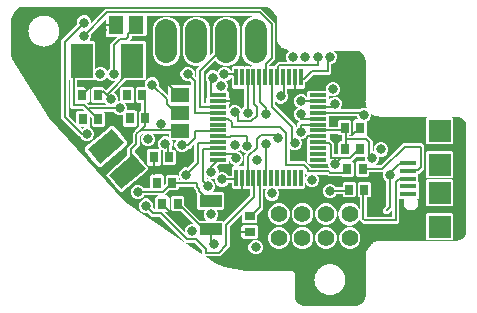
<source format=gbr>
G04 EAGLE Gerber RS-274X export*
G75*
%MOMM*%
%FSLAX34Y34*%
%LPD*%
%INBottom Copper*%
%IPPOS*%
%AMOC8*
5,1,8,0,0,1.08239X$1,22.5*%
G01*
%ADD10R,1.475000X0.300000*%
%ADD11R,0.300000X1.475000*%
%ADD12C,1.879600*%
%ADD13R,1.600200X1.168400*%
%ADD14R,1.905000X1.092200*%
%ADD15R,1.950000X2.950000*%
%ADD16C,1.408000*%
%ADD17R,0.700000X0.900000*%
%ADD18R,0.900000X0.700000*%
%ADD19R,1.350000X0.400000*%
%ADD20R,1.900000X1.900000*%
%ADD21R,1.300000X1.500000*%
%ADD22R,1.600000X2.700000*%
%ADD23C,0.203200*%
%ADD24C,0.806400*%

G36*
X529379Y215396D02*
X529379Y215396D01*
X529379Y215395D01*
X531469Y215671D01*
X531470Y215671D01*
X533261Y216413D01*
X533262Y216414D01*
X533262Y216413D01*
X534801Y217594D01*
X534801Y217595D01*
X534802Y217595D01*
X535982Y219133D01*
X535982Y219134D01*
X535983Y219134D01*
X536725Y220926D01*
X536724Y220926D01*
X536725Y220927D01*
X536726Y220937D01*
X536727Y220941D01*
X536727Y220945D01*
X536728Y220950D01*
X536732Y220979D01*
X536732Y220984D01*
X536733Y220984D01*
X536732Y220984D01*
X536733Y220988D01*
X536734Y220992D01*
X536738Y221026D01*
X536739Y221030D01*
X536739Y221035D01*
X536740Y221039D01*
X536744Y221069D01*
X536744Y221073D01*
X536745Y221077D01*
X536745Y221081D01*
X536750Y221115D01*
X536750Y221120D01*
X536751Y221124D01*
X536752Y221128D01*
X536755Y221158D01*
X536756Y221162D01*
X536757Y221166D01*
X536757Y221171D01*
X536762Y221205D01*
X536762Y221209D01*
X536763Y221213D01*
X536763Y221217D01*
X536767Y221247D01*
X536768Y221251D01*
X536768Y221256D01*
X536769Y221260D01*
X536773Y221294D01*
X536774Y221298D01*
X536774Y221302D01*
X536775Y221307D01*
X536779Y221336D01*
X536779Y221341D01*
X536780Y221341D01*
X536779Y221341D01*
X536780Y221345D01*
X536781Y221349D01*
X536785Y221383D01*
X536786Y221387D01*
X536786Y221392D01*
X536787Y221396D01*
X536791Y221426D01*
X536791Y221430D01*
X536792Y221434D01*
X536792Y221438D01*
X536797Y221472D01*
X536797Y221477D01*
X536798Y221481D01*
X536799Y221485D01*
X536802Y221515D01*
X536803Y221519D01*
X536804Y221523D01*
X536804Y221528D01*
X536809Y221562D01*
X536809Y221566D01*
X536810Y221570D01*
X536810Y221574D01*
X536814Y221604D01*
X536815Y221608D01*
X536815Y221613D01*
X536816Y221617D01*
X536820Y221651D01*
X536821Y221655D01*
X536821Y221659D01*
X536822Y221664D01*
X536826Y221693D01*
X536826Y221698D01*
X536827Y221698D01*
X536826Y221698D01*
X536827Y221702D01*
X536828Y221706D01*
X536832Y221740D01*
X536833Y221744D01*
X536833Y221749D01*
X536834Y221753D01*
X536838Y221783D01*
X536838Y221787D01*
X536839Y221791D01*
X536839Y221795D01*
X536844Y221829D01*
X536844Y221834D01*
X536845Y221838D01*
X536846Y221842D01*
X536849Y221872D01*
X536850Y221876D01*
X536851Y221880D01*
X536851Y221885D01*
X536856Y221919D01*
X536856Y221923D01*
X536857Y221927D01*
X536857Y221931D01*
X536861Y221961D01*
X536862Y221965D01*
X536862Y221970D01*
X536863Y221974D01*
X536867Y222008D01*
X536868Y222012D01*
X536868Y222016D01*
X536869Y222021D01*
X536873Y222050D01*
X536873Y222055D01*
X536874Y222055D01*
X536873Y222055D01*
X536874Y222059D01*
X536875Y222063D01*
X536879Y222097D01*
X536880Y222101D01*
X536880Y222106D01*
X536881Y222110D01*
X536885Y222140D01*
X536885Y222144D01*
X536886Y222148D01*
X536886Y222152D01*
X536891Y222186D01*
X536891Y222191D01*
X536892Y222195D01*
X536893Y222199D01*
X536896Y222229D01*
X536897Y222233D01*
X536898Y222237D01*
X536898Y222242D01*
X536903Y222276D01*
X536903Y222280D01*
X536904Y222284D01*
X536904Y222288D01*
X536908Y222318D01*
X536909Y222322D01*
X536909Y222327D01*
X536910Y222331D01*
X536914Y222365D01*
X536915Y222369D01*
X536915Y222373D01*
X536916Y222378D01*
X536920Y222407D01*
X536920Y222412D01*
X536921Y222412D01*
X536920Y222412D01*
X536921Y222416D01*
X536922Y222420D01*
X536926Y222454D01*
X536927Y222458D01*
X536927Y222463D01*
X536928Y222467D01*
X536932Y222497D01*
X536932Y222501D01*
X536933Y222505D01*
X536933Y222509D01*
X536938Y222543D01*
X536938Y222548D01*
X536939Y222552D01*
X536940Y222556D01*
X536943Y222586D01*
X536944Y222590D01*
X536945Y222594D01*
X536945Y222599D01*
X536950Y222633D01*
X536950Y222637D01*
X536951Y222641D01*
X536951Y222645D01*
X536955Y222675D01*
X536956Y222679D01*
X536956Y222684D01*
X536957Y222688D01*
X536961Y222722D01*
X536962Y222726D01*
X536962Y222730D01*
X536963Y222735D01*
X536967Y222764D01*
X536967Y222769D01*
X536968Y222769D01*
X536967Y222769D01*
X536968Y222773D01*
X536969Y222777D01*
X536973Y222811D01*
X536974Y222815D01*
X536974Y222820D01*
X536975Y222824D01*
X536979Y222854D01*
X536979Y222858D01*
X536980Y222862D01*
X536980Y222866D01*
X536985Y222900D01*
X536985Y222905D01*
X536986Y222909D01*
X536987Y222913D01*
X536990Y222943D01*
X536991Y222947D01*
X536992Y222951D01*
X536992Y222956D01*
X536997Y222990D01*
X536997Y222994D01*
X536998Y222998D01*
X536998Y223002D01*
X537000Y223016D01*
X537000Y223017D01*
X537000Y256984D01*
X536999Y256985D01*
X536999Y256987D01*
X536884Y257136D01*
X536885Y257143D01*
X536886Y257147D01*
X536886Y257151D01*
X536887Y257155D01*
X536891Y257185D01*
X536891Y257189D01*
X536892Y257194D01*
X536892Y257198D01*
X536896Y257228D01*
X536897Y257232D01*
X536897Y257236D01*
X536898Y257240D01*
X536902Y257274D01*
X536903Y257279D01*
X536904Y257283D01*
X536908Y257317D01*
X536909Y257321D01*
X536909Y257325D01*
X536910Y257330D01*
X536914Y257359D01*
X536914Y257364D01*
X536915Y257368D01*
X536915Y257372D01*
X536919Y257402D01*
X536920Y257406D01*
X536920Y257410D01*
X536921Y257415D01*
X536925Y257444D01*
X536925Y257449D01*
X536926Y257453D01*
X536927Y257457D01*
X536931Y257491D01*
X536932Y257495D01*
X536932Y257500D01*
X536937Y257534D01*
X536937Y257538D01*
X536938Y257542D01*
X536938Y257546D01*
X536942Y257576D01*
X536943Y257580D01*
X536943Y257585D01*
X536944Y257589D01*
X536948Y257619D01*
X536948Y257623D01*
X536949Y257627D01*
X536949Y257631D01*
X536954Y257665D01*
X536954Y257670D01*
X536955Y257670D01*
X536954Y257670D01*
X536955Y257674D01*
X536960Y257708D01*
X536960Y257712D01*
X536961Y257716D01*
X536961Y257721D01*
X536965Y257750D01*
X536966Y257755D01*
X536966Y257759D01*
X536967Y257763D01*
X536971Y257793D01*
X536971Y257797D01*
X536972Y257801D01*
X536972Y257806D01*
X536976Y257835D01*
X536977Y257840D01*
X536977Y257844D01*
X536978Y257848D01*
X536982Y257882D01*
X536983Y257886D01*
X536984Y257891D01*
X536988Y257925D01*
X536989Y257929D01*
X536989Y257933D01*
X536990Y257937D01*
X536994Y257967D01*
X536994Y257971D01*
X536995Y257976D01*
X536995Y257980D01*
X536999Y258010D01*
X537000Y258014D01*
X537000Y258016D01*
X537000Y258017D01*
X537000Y258904D01*
X537134Y259038D01*
X537134Y259039D01*
X537135Y259040D01*
X537135Y259042D01*
X537136Y259047D01*
X537136Y259051D01*
X537137Y259055D01*
X537141Y259085D01*
X537141Y259089D01*
X537142Y259093D01*
X537142Y259098D01*
X537143Y259098D01*
X537142Y259098D01*
X537147Y259132D01*
X537148Y259136D01*
X537148Y259140D01*
X537153Y259174D01*
X537153Y259178D01*
X537154Y259183D01*
X537158Y259217D01*
X537159Y259221D01*
X537159Y259225D01*
X537160Y259229D01*
X537164Y259259D01*
X537164Y259263D01*
X537165Y259268D01*
X537165Y259272D01*
X537169Y259302D01*
X537170Y259306D01*
X537170Y259310D01*
X537171Y259314D01*
X537175Y259344D01*
X537175Y259348D01*
X537176Y259348D01*
X537175Y259348D01*
X537176Y259353D01*
X537177Y259357D01*
X537181Y259387D01*
X537181Y259391D01*
X537182Y259395D01*
X537182Y259399D01*
X537187Y259433D01*
X537187Y259438D01*
X537188Y259442D01*
X537192Y259476D01*
X537193Y259480D01*
X537193Y259484D01*
X537198Y259518D01*
X537198Y259523D01*
X537199Y259527D01*
X537200Y259531D01*
X537203Y259561D01*
X537204Y259565D01*
X537205Y259569D01*
X537205Y259574D01*
X537209Y259603D01*
X537210Y259608D01*
X537210Y259612D01*
X537211Y259616D01*
X537215Y259646D01*
X537215Y259650D01*
X537216Y259654D01*
X537216Y259659D01*
X537220Y259688D01*
X537221Y259693D01*
X537221Y259697D01*
X537222Y259701D01*
X537226Y259735D01*
X537227Y259739D01*
X537228Y259744D01*
X537232Y259778D01*
X537233Y259782D01*
X537233Y259786D01*
X537237Y259813D01*
X537236Y259815D01*
X537236Y259816D01*
X537094Y260159D01*
X537369Y260823D01*
X537370Y260824D01*
X537372Y260840D01*
X537372Y260844D01*
X537373Y260849D01*
X537374Y260853D01*
X537377Y260883D01*
X537378Y260887D01*
X537379Y260891D01*
X537379Y260895D01*
X537383Y260925D01*
X537384Y260929D01*
X537383Y260930D01*
X537383Y260931D01*
X537346Y261070D01*
X537418Y261194D01*
X537418Y261195D01*
X537419Y261196D01*
X537421Y261210D01*
X537421Y261214D01*
X537422Y261218D01*
X537426Y261248D01*
X537426Y261252D01*
X537427Y261257D01*
X537427Y261261D01*
X537431Y261291D01*
X537432Y261295D01*
X537432Y261299D01*
X537436Y261329D01*
X537437Y261333D01*
X537437Y261337D01*
X537438Y261342D01*
X537442Y261371D01*
X537442Y261376D01*
X537443Y261380D01*
X537447Y261410D01*
X537447Y261414D01*
X537448Y261418D01*
X537448Y261422D01*
X537449Y261422D01*
X537448Y261422D01*
X537452Y261452D01*
X537453Y261456D01*
X537454Y261461D01*
X537457Y261490D01*
X537458Y261495D01*
X537459Y261499D01*
X537459Y261503D01*
X537463Y261533D01*
X537463Y261536D01*
X537720Y261733D01*
X537721Y261736D01*
X537721Y261737D01*
X537722Y261737D01*
X537699Y261944D01*
X537976Y262288D01*
X537976Y262289D01*
X537977Y262289D01*
X538130Y262658D01*
X538304Y262731D01*
X538305Y262732D01*
X538306Y262732D01*
X538667Y263357D01*
X538880Y263414D01*
X538881Y263415D01*
X538882Y263415D01*
X541170Y266262D01*
X541170Y266264D01*
X541171Y266265D01*
X541181Y266485D01*
X541815Y267065D01*
X542353Y267734D01*
X542573Y267758D01*
X542574Y267759D01*
X542575Y267759D01*
X542969Y268119D01*
X542969Y268121D01*
X542970Y268121D01*
X542971Y268125D01*
X542978Y268154D01*
X542981Y268167D01*
X542984Y268180D01*
X542988Y268197D01*
X542991Y268210D01*
X542994Y268222D01*
X542998Y268239D01*
X543001Y268252D01*
X543004Y268265D01*
X543008Y268282D01*
X543011Y268295D01*
X543014Y268307D01*
X543018Y268324D01*
X543021Y268337D01*
X543024Y268350D01*
X543028Y268367D01*
X543030Y268378D01*
X543407Y268612D01*
X543407Y268614D01*
X543408Y268614D01*
X543498Y268832D01*
X543956Y269021D01*
X543956Y269022D01*
X543957Y269022D01*
X544331Y269364D01*
X544595Y269352D01*
X544596Y269353D01*
X544597Y269353D01*
X544998Y269602D01*
X545227Y269548D01*
X545228Y269549D01*
X545229Y269549D01*
X545352Y269599D01*
X545353Y269601D01*
X545354Y269601D01*
X545580Y269895D01*
X546293Y269989D01*
X546293Y269990D01*
X546294Y269989D01*
X546958Y270264D01*
X547301Y270122D01*
X547301Y270123D01*
X547302Y270123D01*
X547303Y270122D01*
X548355Y270261D01*
X548357Y270262D01*
X548358Y270262D01*
X548491Y270395D01*
X549379Y270395D01*
X549379Y270396D01*
X549379Y270395D01*
X550259Y270511D01*
X550409Y270396D01*
X550411Y270396D01*
X550411Y270395D01*
X614379Y270395D01*
X614379Y270396D01*
X614379Y270395D01*
X616469Y270671D01*
X616470Y270671D01*
X618261Y271413D01*
X618262Y271414D01*
X618262Y271413D01*
X619801Y272594D01*
X619801Y272595D01*
X619802Y272595D01*
X620982Y274133D01*
X620982Y274134D01*
X620983Y274134D01*
X621725Y275925D01*
X621724Y275926D01*
X621725Y275927D01*
X621726Y275936D01*
X621727Y275940D01*
X621727Y275945D01*
X621728Y275949D01*
X621732Y275979D01*
X621732Y275983D01*
X621733Y275987D01*
X621733Y275991D01*
X621734Y275991D01*
X621733Y275991D01*
X621738Y276025D01*
X621739Y276030D01*
X621739Y276034D01*
X621740Y276038D01*
X621744Y276072D01*
X621745Y276076D01*
X621745Y276081D01*
X621746Y276085D01*
X621750Y276115D01*
X621750Y276119D01*
X621751Y276123D01*
X621751Y276127D01*
X621756Y276161D01*
X621756Y276166D01*
X621757Y276170D01*
X621758Y276174D01*
X621762Y276208D01*
X621763Y276212D01*
X621763Y276217D01*
X621764Y276221D01*
X621768Y276255D01*
X621769Y276259D01*
X621769Y276263D01*
X621774Y276297D01*
X621774Y276302D01*
X621775Y276306D01*
X621775Y276310D01*
X621780Y276344D01*
X621780Y276348D01*
X621781Y276348D01*
X621780Y276348D01*
X621781Y276353D01*
X621782Y276357D01*
X621786Y276391D01*
X621787Y276395D01*
X621787Y276399D01*
X621788Y276404D01*
X621792Y276433D01*
X621792Y276438D01*
X621793Y276442D01*
X621793Y276446D01*
X621798Y276480D01*
X621798Y276484D01*
X621799Y276489D01*
X621800Y276493D01*
X621804Y276527D01*
X621805Y276531D01*
X621805Y276535D01*
X621806Y276540D01*
X621810Y276569D01*
X621810Y276574D01*
X621811Y276578D01*
X621811Y276582D01*
X621816Y276616D01*
X621816Y276620D01*
X621817Y276625D01*
X621817Y276629D01*
X621822Y276663D01*
X621822Y276667D01*
X621823Y276671D01*
X621824Y276676D01*
X621827Y276705D01*
X621828Y276705D01*
X621828Y276710D01*
X621829Y276714D01*
X621829Y276718D01*
X621834Y276752D01*
X621834Y276756D01*
X621835Y276761D01*
X621835Y276765D01*
X621840Y276799D01*
X621840Y276803D01*
X621841Y276807D01*
X621841Y276812D01*
X621842Y276812D01*
X621841Y276812D01*
X621846Y276846D01*
X621847Y276850D01*
X621847Y276854D01*
X621848Y276858D01*
X621852Y276888D01*
X621852Y276892D01*
X621853Y276897D01*
X621853Y276901D01*
X621858Y276935D01*
X621858Y276939D01*
X621859Y276943D01*
X621859Y276948D01*
X621864Y276982D01*
X621864Y276986D01*
X621865Y276990D01*
X621866Y276994D01*
X621869Y277024D01*
X621870Y277028D01*
X621871Y277033D01*
X621871Y277037D01*
X621876Y277071D01*
X621876Y277075D01*
X621877Y277079D01*
X621877Y277084D01*
X621882Y277118D01*
X621882Y277122D01*
X621883Y277126D01*
X621883Y277130D01*
X621887Y277160D01*
X621888Y277164D01*
X621888Y277169D01*
X621889Y277169D01*
X621888Y277169D01*
X621889Y277173D01*
X621894Y277207D01*
X621894Y277211D01*
X621895Y277215D01*
X621895Y277220D01*
X621900Y277254D01*
X621900Y277258D01*
X621901Y277262D01*
X621901Y277266D01*
X621906Y277300D01*
X621906Y277305D01*
X621907Y277309D01*
X621911Y277343D01*
X621912Y277347D01*
X621913Y277351D01*
X621913Y277356D01*
X621918Y277390D01*
X621918Y277394D01*
X621919Y277398D01*
X621919Y277402D01*
X621924Y277436D01*
X621924Y277441D01*
X621925Y277445D01*
X621925Y277449D01*
X621929Y277479D01*
X621930Y277483D01*
X621930Y277487D01*
X621931Y277492D01*
X621935Y277526D01*
X621936Y277526D01*
X621936Y277530D01*
X621937Y277534D01*
X621937Y277538D01*
X621942Y277572D01*
X621942Y277577D01*
X621943Y277581D01*
X621943Y277585D01*
X621947Y277615D01*
X621948Y277619D01*
X621948Y277623D01*
X621949Y277628D01*
X621953Y277662D01*
X621954Y277666D01*
X621955Y277670D01*
X621955Y277674D01*
X621960Y277708D01*
X621960Y277713D01*
X621961Y277717D01*
X621961Y277721D01*
X621966Y277755D01*
X621966Y277759D01*
X621967Y277764D01*
X621971Y277798D01*
X621972Y277802D01*
X621972Y277806D01*
X621973Y277810D01*
X621977Y277844D01*
X621978Y277849D01*
X621979Y277853D01*
X621979Y277857D01*
X621984Y277891D01*
X621984Y277895D01*
X621985Y277900D01*
X621985Y277904D01*
X621989Y277934D01*
X621990Y277938D01*
X621990Y277942D01*
X621991Y277946D01*
X621995Y277980D01*
X621996Y277985D01*
X621996Y277989D01*
X621997Y277989D01*
X621996Y277989D01*
X621997Y277993D01*
X622000Y278016D01*
X622000Y278017D01*
X622000Y367682D01*
X622000Y367683D01*
X621725Y369773D01*
X621724Y369773D01*
X621725Y369774D01*
X620983Y371565D01*
X620982Y371566D01*
X619802Y373105D01*
X619801Y373105D01*
X619801Y373106D01*
X618262Y374286D01*
X618261Y374287D01*
X616470Y375029D01*
X616469Y375028D01*
X616469Y375029D01*
X614379Y375304D01*
X550411Y375304D01*
X550410Y375303D01*
X550409Y375303D01*
X550259Y375188D01*
X549379Y375304D01*
X548491Y375304D01*
X548358Y375438D01*
X548356Y375438D01*
X548355Y375439D01*
X547303Y375577D01*
X547302Y375577D01*
X547301Y375577D01*
X546958Y375435D01*
X546294Y375710D01*
X546293Y375710D01*
X545580Y375804D01*
X545354Y376099D01*
X545353Y376099D01*
X545352Y376100D01*
X544203Y376576D01*
X544202Y376576D01*
X544201Y376576D01*
X543833Y376528D01*
X543262Y376965D01*
X543261Y376966D01*
X542597Y377241D01*
X542455Y377584D01*
X542454Y377585D01*
X542454Y377586D01*
X541467Y378343D01*
X541466Y378343D01*
X541465Y378344D01*
X541420Y378350D01*
X541419Y378349D01*
X541418Y378350D01*
X541417Y378348D01*
X541415Y378347D01*
X541416Y378346D01*
X541415Y378345D01*
X541416Y378345D01*
X541415Y378344D01*
X541563Y377988D01*
X541563Y375576D01*
X540639Y373347D01*
X538933Y371641D01*
X538049Y371274D01*
X538046Y371269D01*
X538181Y370943D01*
X538181Y365947D01*
X532145Y365947D01*
X532141Y365943D01*
X532141Y365933D01*
X532145Y365929D01*
X538181Y365929D01*
X538181Y360932D01*
X537794Y359999D01*
X537102Y359306D01*
X537102Y359305D01*
X537100Y359304D01*
X537101Y359302D01*
X537101Y359300D01*
X537103Y359300D01*
X537105Y359299D01*
X538763Y359299D01*
X543049Y355013D01*
X543049Y346069D01*
X543052Y346065D01*
X543053Y346065D01*
X543706Y346065D01*
X544088Y345907D01*
X544089Y345907D01*
X544090Y345907D01*
X544091Y345908D01*
X544093Y345909D01*
X544092Y345911D01*
X544093Y345912D01*
X543935Y346294D01*
X543935Y348706D01*
X544859Y350935D01*
X546565Y352641D01*
X548794Y353565D01*
X551206Y353565D01*
X553435Y352641D01*
X555141Y350935D01*
X556065Y348706D01*
X556065Y346294D01*
X555141Y344065D01*
X553435Y342359D01*
X551206Y341435D01*
X548794Y341435D01*
X548412Y341593D01*
X548411Y341593D01*
X548410Y341593D01*
X548409Y341592D01*
X548407Y341591D01*
X548408Y341589D01*
X548407Y341588D01*
X548565Y341206D01*
X548565Y338794D01*
X547641Y336565D01*
X545935Y334859D01*
X544604Y334307D01*
X544603Y334305D01*
X544601Y334304D01*
X544602Y334303D01*
X544601Y334302D01*
X544603Y334301D01*
X544605Y334299D01*
X549985Y334299D01*
X549987Y334300D01*
X549988Y334300D01*
X568737Y353049D01*
X585013Y353049D01*
X586799Y351263D01*
X586799Y331237D01*
X582513Y326951D01*
X581714Y326951D01*
X581710Y326948D01*
X581710Y326947D01*
X581710Y326449D01*
X581305Y326044D01*
X581305Y326041D01*
X581305Y326040D01*
X581305Y326038D01*
X581710Y325633D01*
X581710Y319949D01*
X581664Y319903D01*
X581664Y319897D01*
X581831Y319730D01*
X582218Y318796D01*
X582218Y316300D01*
X572932Y316300D01*
X572928Y316296D01*
X572928Y316290D01*
X572922Y316290D01*
X572918Y316286D01*
X572918Y309796D01*
X572922Y309792D01*
X572928Y309792D01*
X572928Y309786D01*
X572932Y309782D01*
X582218Y309782D01*
X582218Y307285D01*
X581831Y306352D01*
X581117Y305637D01*
X580421Y305349D01*
X580420Y305348D01*
X580420Y305347D01*
X580418Y305344D01*
X580419Y305343D01*
X580419Y305342D01*
X581218Y304543D01*
X581218Y299539D01*
X577679Y296000D01*
X572675Y296000D01*
X569137Y299539D01*
X569137Y304543D01*
X569836Y305243D01*
X569837Y305244D01*
X569838Y305245D01*
X569837Y305246D01*
X569837Y305248D01*
X569835Y305249D01*
X569833Y305250D01*
X565672Y305250D01*
X565555Y305299D01*
X565554Y305299D01*
X565552Y305298D01*
X565549Y305297D01*
X565550Y305296D01*
X565549Y305295D01*
X565549Y286237D01*
X563763Y284451D01*
X534987Y284451D01*
X531951Y287487D01*
X531951Y288083D01*
X531950Y288084D01*
X531950Y288086D01*
X531949Y288086D01*
X531948Y288087D01*
X531946Y288085D01*
X531943Y288085D01*
X530966Y286623D01*
X529632Y285288D01*
X528063Y284240D01*
X526319Y283517D01*
X524468Y283149D01*
X523534Y283149D01*
X523534Y292725D01*
X523530Y292729D01*
X523529Y292729D01*
X523524Y292729D01*
X523524Y292731D01*
X523529Y292731D01*
X523534Y292735D01*
X523533Y292735D01*
X523534Y292735D01*
X523534Y302311D01*
X524468Y302311D01*
X526319Y301943D01*
X528063Y301220D01*
X529632Y300172D01*
X530966Y298837D01*
X531943Y297375D01*
X531945Y297374D01*
X531946Y297373D01*
X531947Y297374D01*
X531949Y297373D01*
X531950Y297376D01*
X531951Y297377D01*
X531951Y306985D01*
X531948Y306990D01*
X531947Y306989D01*
X531947Y306990D01*
X531672Y306990D01*
X530481Y308180D01*
X530481Y318864D01*
X531672Y320055D01*
X540356Y320055D01*
X541546Y318864D01*
X541546Y308180D01*
X540356Y306990D01*
X538053Y306990D01*
X538049Y306986D01*
X538049Y306985D01*
X538049Y290553D01*
X538052Y290549D01*
X538053Y290549D01*
X559447Y290549D01*
X559451Y290552D01*
X559451Y290553D01*
X559451Y296379D01*
X559450Y296381D01*
X559450Y296382D01*
X559449Y296382D01*
X559448Y296384D01*
X559447Y296383D01*
X559446Y296382D01*
X559444Y296382D01*
X558762Y295700D01*
X556263Y293201D01*
X553737Y293201D01*
X551951Y294987D01*
X551951Y297513D01*
X554450Y300012D01*
X554450Y300014D01*
X554451Y300015D01*
X554451Y320946D01*
X554449Y320948D01*
X554449Y320950D01*
X554065Y321109D01*
X552359Y322815D01*
X551435Y325044D01*
X551435Y327456D01*
X551741Y328195D01*
X551741Y328196D01*
X551742Y328196D01*
X551741Y328198D01*
X551740Y328201D01*
X551738Y328200D01*
X551737Y328201D01*
X539930Y328201D01*
X539926Y328198D01*
X539926Y328197D01*
X539926Y325635D01*
X538735Y324444D01*
X530051Y324444D01*
X528861Y325635D01*
X528861Y336319D01*
X530051Y337510D01*
X536961Y337510D01*
X536962Y337510D01*
X536962Y337512D01*
X536965Y337514D01*
X536964Y337514D01*
X536965Y337514D01*
X536964Y337515D01*
X536965Y337516D01*
X536435Y338794D01*
X536435Y341206D01*
X536557Y341500D01*
X536557Y341501D01*
X536556Y341502D01*
X536555Y341505D01*
X536554Y341505D01*
X536553Y341506D01*
X529569Y341506D01*
X529567Y341504D01*
X529566Y341504D01*
X527242Y339180D01*
X525579Y337517D01*
X525579Y337516D01*
X525578Y337515D01*
X525579Y337514D01*
X525578Y337512D01*
X525580Y337511D01*
X525582Y337510D01*
X525735Y337510D01*
X526926Y336319D01*
X526926Y325635D01*
X525735Y324444D01*
X517051Y324444D01*
X516756Y324740D01*
X516754Y324740D01*
X516753Y324742D01*
X505935Y324742D01*
X504603Y326074D01*
X504601Y326074D01*
X504600Y326075D01*
X496275Y326075D01*
X496274Y326074D01*
X496272Y326074D01*
X496272Y326073D01*
X496271Y326071D01*
X496272Y326070D01*
X496272Y326068D01*
X496990Y325350D01*
X497913Y323121D01*
X497913Y320708D01*
X496990Y318479D01*
X495284Y316773D01*
X493054Y315850D01*
X490642Y315850D01*
X488413Y316773D01*
X486707Y318479D01*
X485783Y320708D01*
X485783Y323121D01*
X486707Y325350D01*
X487425Y326068D01*
X487425Y326069D01*
X487426Y326070D01*
X487425Y326071D01*
X487425Y326073D01*
X487423Y326073D01*
X487422Y326075D01*
X487144Y326075D01*
X485609Y327610D01*
X485607Y327610D01*
X485606Y327612D01*
X485605Y327611D01*
X485603Y327611D01*
X485603Y327609D01*
X485601Y327607D01*
X485601Y315496D01*
X484411Y314305D01*
X479727Y314305D01*
X479572Y314460D01*
X479566Y314460D01*
X479411Y314305D01*
X474727Y314305D01*
X474572Y314460D01*
X474566Y314460D01*
X474411Y314305D01*
X469727Y314305D01*
X469572Y314460D01*
X469566Y314460D01*
X469411Y314305D01*
X464727Y314305D01*
X464572Y314460D01*
X464566Y314460D01*
X464411Y314305D01*
X462325Y314305D01*
X462324Y314304D01*
X462322Y314304D01*
X462322Y314303D01*
X462321Y314301D01*
X462322Y314300D01*
X462322Y314298D01*
X462928Y313691D01*
X463851Y311462D01*
X463851Y309050D01*
X462928Y306821D01*
X461222Y305115D01*
X458993Y304191D01*
X456580Y304191D01*
X454351Y305115D01*
X452645Y306821D01*
X451722Y309050D01*
X451722Y311462D01*
X452645Y313691D01*
X453252Y314298D01*
X453252Y314299D01*
X453253Y314300D01*
X453252Y314301D01*
X453252Y314303D01*
X453250Y314303D01*
X453249Y314305D01*
X450553Y314305D01*
X450549Y314301D01*
X450549Y297487D01*
X448762Y295700D01*
X445398Y292336D01*
X445398Y292335D01*
X445397Y292334D01*
X445397Y292333D01*
X445396Y292333D01*
X445396Y286534D01*
X444206Y285343D01*
X433522Y285343D01*
X432331Y286534D01*
X432331Y293009D01*
X432330Y293010D01*
X432330Y293012D01*
X432329Y293012D01*
X432327Y293013D01*
X432326Y293013D01*
X432325Y293012D01*
X432324Y293012D01*
X421800Y282488D01*
X421800Y282487D01*
X421799Y282486D01*
X421800Y282486D01*
X421799Y282485D01*
X421799Y264987D01*
X413763Y256951D01*
X401369Y256951D01*
X401368Y256950D01*
X401366Y256950D01*
X401366Y256949D01*
X401365Y256948D01*
X401367Y256946D01*
X401367Y256943D01*
X409410Y251508D01*
X417304Y248206D01*
X435500Y244554D01*
X435501Y244553D01*
X474275Y244553D01*
X475313Y244567D01*
X475325Y244555D01*
X475327Y244555D01*
X475328Y244553D01*
X475346Y244553D01*
X476080Y243820D01*
X476823Y243096D01*
X476824Y243078D01*
X476825Y243076D01*
X476825Y243075D01*
X476838Y243062D01*
X476838Y242025D01*
X477089Y223034D01*
X477090Y223033D01*
X477089Y223033D01*
X477367Y220927D01*
X477367Y220926D01*
X478109Y219134D01*
X478110Y219134D01*
X478110Y219133D01*
X479290Y217595D01*
X479291Y217595D01*
X479291Y217594D01*
X480829Y216414D01*
X480830Y216414D01*
X480830Y216413D01*
X482622Y215671D01*
X482623Y215671D01*
X484712Y215395D01*
X484713Y215396D01*
X484713Y215395D01*
X529379Y215395D01*
X529379Y215396D01*
G37*
G36*
X399274Y258359D02*
X399274Y258359D01*
X399275Y258359D01*
X399276Y258359D01*
X399278Y258359D01*
X399279Y258359D01*
X399278Y258362D01*
X399279Y258362D01*
X399278Y258363D01*
X399278Y258365D01*
X398906Y258737D01*
X398906Y261872D01*
X398905Y261873D01*
X398905Y261875D01*
X392160Y268620D01*
X392158Y268620D01*
X392157Y268621D01*
X384567Y268621D01*
X362488Y290700D01*
X362486Y290700D01*
X362485Y290701D01*
X355794Y290701D01*
X354006Y292488D01*
X352389Y294106D01*
X352386Y294106D01*
X352385Y294106D01*
X352001Y293947D01*
X349588Y293947D01*
X347359Y294871D01*
X345653Y296577D01*
X344730Y298806D01*
X344730Y301218D01*
X345653Y303448D01*
X347359Y305154D01*
X349588Y306077D01*
X352001Y306077D01*
X354230Y305154D01*
X355936Y303448D01*
X356859Y301218D01*
X356859Y298806D01*
X356700Y298422D01*
X356701Y298420D01*
X356701Y298419D01*
X356701Y298417D01*
X358318Y296800D01*
X358320Y296800D01*
X358321Y296799D01*
X358963Y296799D01*
X358967Y296802D01*
X358967Y296803D01*
X358967Y301532D01*
X365003Y301532D01*
X365007Y301536D01*
X365007Y301542D01*
X365009Y301542D01*
X365009Y301536D01*
X365013Y301532D01*
X371049Y301532D01*
X371049Y296536D01*
X370662Y295602D01*
X369947Y294887D01*
X369013Y294500D01*
X367321Y294500D01*
X367320Y294499D01*
X367319Y294499D01*
X367319Y294498D01*
X367317Y294497D01*
X367319Y294495D01*
X367318Y294493D01*
X383928Y277884D01*
X383929Y277883D01*
X383930Y277882D01*
X383932Y277883D01*
X383934Y277883D01*
X383934Y277885D01*
X383935Y277887D01*
X383935Y279956D01*
X384859Y282185D01*
X386565Y283891D01*
X388794Y284815D01*
X390863Y284815D01*
X390865Y284816D01*
X390866Y284816D01*
X390866Y284817D01*
X390868Y284818D01*
X390866Y284820D01*
X390866Y284822D01*
X380681Y295007D01*
X380679Y295007D01*
X380678Y295008D01*
X373666Y295008D01*
X372475Y296199D01*
X372475Y306883D01*
X373666Y308074D01*
X382350Y308074D01*
X383541Y306883D01*
X383541Y300773D01*
X383542Y300771D01*
X383542Y300770D01*
X397041Y287271D01*
X397043Y287271D01*
X397044Y287270D01*
X403008Y287270D01*
X403010Y287271D01*
X403012Y287272D01*
X403011Y287273D01*
X403012Y287273D01*
X403010Y287275D01*
X403010Y287278D01*
X402815Y287359D01*
X401109Y289065D01*
X400185Y291294D01*
X400185Y293706D01*
X401109Y295935D01*
X401832Y296659D01*
X401832Y296660D01*
X401833Y296661D01*
X401832Y296663D01*
X401832Y296665D01*
X401830Y296665D01*
X401829Y296666D01*
X395393Y296666D01*
X394202Y297857D01*
X394202Y310235D01*
X394201Y310236D01*
X394201Y310238D01*
X393201Y311237D01*
X393201Y313142D01*
X393200Y313143D01*
X393200Y313145D01*
X391583Y314761D01*
X391583Y315697D01*
X391580Y315701D01*
X391579Y315701D01*
X378915Y315701D01*
X378910Y315698D01*
X378911Y315697D01*
X378910Y315697D01*
X378910Y314058D01*
X377720Y312867D01*
X370469Y312867D01*
X370467Y312866D01*
X370466Y312866D01*
X368190Y310590D01*
X366403Y308803D01*
X349425Y308803D01*
X349422Y308801D01*
X349421Y308801D01*
X349192Y308248D01*
X347486Y306542D01*
X345257Y305619D01*
X342844Y305619D01*
X340615Y306542D01*
X338909Y308248D01*
X337986Y310477D01*
X337986Y312890D01*
X338909Y315119D01*
X340615Y316825D01*
X342844Y317748D01*
X345257Y317748D01*
X347486Y316825D01*
X349192Y315119D01*
X349281Y314903D01*
X349284Y314902D01*
X349285Y314901D01*
X354333Y314901D01*
X354337Y314904D01*
X354337Y314905D01*
X354337Y319391D01*
X360372Y319391D01*
X360377Y319394D01*
X360376Y319395D01*
X360377Y319395D01*
X360377Y319401D01*
X360378Y319401D01*
X360378Y319395D01*
X360382Y319391D01*
X360383Y319391D01*
X366418Y319391D01*
X366418Y317452D01*
X366419Y317451D01*
X366419Y317449D01*
X366421Y317449D01*
X366422Y317448D01*
X366424Y317449D01*
X366426Y317449D01*
X367844Y318867D01*
X367844Y318869D01*
X367845Y318870D01*
X367845Y324742D01*
X369036Y325933D01*
X377720Y325933D01*
X378910Y324742D01*
X378910Y321803D01*
X378914Y321799D01*
X378915Y321799D01*
X380864Y321799D01*
X380865Y321800D01*
X380867Y321800D01*
X380867Y321801D01*
X380868Y321802D01*
X380867Y321804D01*
X380867Y321806D01*
X379859Y322815D01*
X378935Y325044D01*
X378935Y327456D01*
X379859Y329685D01*
X381565Y331391D01*
X383794Y332315D01*
X386206Y332315D01*
X386590Y332156D01*
X386591Y332156D01*
X386592Y332156D01*
X386593Y332157D01*
X386595Y332157D01*
X391950Y337512D01*
X391950Y337513D01*
X391951Y337514D01*
X391951Y337515D01*
X391951Y352014D01*
X391950Y352016D01*
X391950Y352017D01*
X391949Y352017D01*
X391948Y352019D01*
X391946Y352017D01*
X391944Y352017D01*
X389915Y349988D01*
X388128Y348201D01*
X386554Y348201D01*
X386552Y348199D01*
X386550Y348199D01*
X386391Y347815D01*
X384685Y346109D01*
X382456Y345185D01*
X380044Y345185D01*
X377815Y346109D01*
X376109Y347815D01*
X375185Y350044D01*
X375185Y352456D01*
X376109Y354685D01*
X376799Y355376D01*
X376799Y355378D01*
X376801Y355379D01*
X376800Y355380D01*
X376800Y355382D01*
X376798Y355382D01*
X376796Y355383D01*
X372876Y355383D01*
X372875Y355383D01*
X372875Y355382D01*
X372872Y355380D01*
X372873Y355379D01*
X372872Y355378D01*
X373565Y353706D01*
X373565Y351294D01*
X373049Y350049D01*
X373049Y350048D01*
X373049Y350047D01*
X373049Y347486D01*
X373052Y347482D01*
X373053Y347482D01*
X375065Y347482D01*
X376256Y346291D01*
X376256Y335607D01*
X375065Y334417D01*
X366381Y334417D01*
X365191Y335607D01*
X365191Y346291D01*
X365611Y346712D01*
X365612Y346713D01*
X365611Y346714D01*
X365611Y346717D01*
X365610Y346717D01*
X365610Y346719D01*
X364065Y347359D01*
X362359Y349065D01*
X361435Y351294D01*
X361435Y353706D01*
X362359Y355935D01*
X364065Y357641D01*
X366294Y358565D01*
X368706Y358565D01*
X370178Y357955D01*
X370179Y357955D01*
X370180Y357956D01*
X370183Y357957D01*
X370183Y357958D01*
X370184Y357959D01*
X370184Y360697D01*
X370180Y360701D01*
X356636Y360701D01*
X356635Y360700D01*
X356633Y360700D01*
X356633Y360699D01*
X356632Y360698D01*
X356633Y360696D01*
X356633Y360694D01*
X357641Y359685D01*
X358565Y357456D01*
X358565Y355044D01*
X357641Y352815D01*
X355935Y351109D01*
X353706Y350185D01*
X351294Y350185D01*
X349065Y351109D01*
X347359Y352815D01*
X346435Y355044D01*
X346435Y357456D01*
X347359Y359685D01*
X348367Y360694D01*
X348367Y360695D01*
X348368Y360696D01*
X348367Y360698D01*
X348368Y360700D01*
X348366Y360700D01*
X348364Y360701D01*
X347515Y360701D01*
X347513Y360700D01*
X347512Y360700D01*
X345781Y358970D01*
X345781Y358968D01*
X345780Y358967D01*
X345780Y350966D01*
X341348Y346534D01*
X341348Y346532D01*
X341347Y346531D01*
X341347Y345434D01*
X341351Y345430D01*
X341412Y345424D01*
X352755Y331858D01*
X352755Y331854D01*
X352754Y331850D01*
X352754Y331846D01*
X352754Y331842D01*
X352753Y331837D01*
X352752Y331829D01*
X352752Y331825D01*
X352752Y331820D01*
X352751Y331816D01*
X352751Y331812D01*
X352751Y331808D01*
X352750Y331803D01*
X352750Y331799D01*
X352749Y331795D01*
X352749Y331791D01*
X352749Y331786D01*
X352748Y331782D01*
X352748Y331778D01*
X352748Y331774D01*
X352747Y331774D01*
X352748Y331774D01*
X352747Y331769D01*
X352747Y331765D01*
X352746Y331761D01*
X352746Y331757D01*
X352746Y331752D01*
X352745Y331748D01*
X352745Y331744D01*
X352744Y331735D01*
X352744Y331731D01*
X352743Y331727D01*
X352743Y331723D01*
X352743Y331718D01*
X352742Y331714D01*
X352742Y331710D01*
X352741Y331706D01*
X352741Y331701D01*
X352741Y331697D01*
X352740Y331693D01*
X352740Y331689D01*
X352740Y331684D01*
X352739Y331680D01*
X352739Y331676D01*
X352738Y331672D01*
X352738Y331667D01*
X352738Y331663D01*
X352737Y331659D01*
X352737Y331655D01*
X352737Y331650D01*
X352736Y331650D01*
X352737Y331650D01*
X352736Y331642D01*
X352735Y331638D01*
X352735Y331633D01*
X352735Y331629D01*
X352734Y331625D01*
X352734Y331621D01*
X352733Y331612D01*
X352733Y331608D01*
X352732Y331604D01*
X352732Y331599D01*
X352732Y331595D01*
X352731Y331591D01*
X352731Y331587D01*
X352730Y331582D01*
X352730Y331578D01*
X352730Y331574D01*
X352729Y331570D01*
X352729Y331565D01*
X352729Y331561D01*
X352728Y331557D01*
X352728Y331553D01*
X352727Y331548D01*
X352727Y331544D01*
X352727Y331540D01*
X352726Y331536D01*
X352726Y331531D01*
X352726Y331527D01*
X352725Y331527D01*
X352726Y331527D01*
X352725Y331519D01*
X352724Y331514D01*
X352724Y331510D01*
X352724Y331506D01*
X352723Y331502D01*
X352723Y331497D01*
X352722Y331493D01*
X352722Y331489D01*
X352722Y331485D01*
X352721Y331480D01*
X352721Y331476D01*
X352721Y331472D01*
X352720Y331468D01*
X352720Y331463D01*
X352719Y331459D01*
X352719Y331455D01*
X352719Y331451D01*
X352718Y331446D01*
X352718Y331442D01*
X352718Y331438D01*
X352717Y331434D01*
X352716Y331425D01*
X352716Y331421D01*
X352716Y331417D01*
X352715Y331412D01*
X352715Y331408D01*
X352715Y331404D01*
X352714Y331404D01*
X352715Y331404D01*
X352714Y331400D01*
X352714Y331395D01*
X352713Y331391D01*
X352713Y331387D01*
X352713Y331383D01*
X352712Y331378D01*
X352712Y331374D01*
X352711Y331370D01*
X352711Y331366D01*
X352711Y331361D01*
X352710Y331357D01*
X352710Y331353D01*
X352710Y331349D01*
X352709Y331344D01*
X352709Y331340D01*
X352708Y331332D01*
X352708Y331327D01*
X352707Y331323D01*
X352707Y331319D01*
X352707Y331315D01*
X352706Y331310D01*
X352705Y331302D01*
X352705Y331298D01*
X352705Y331293D01*
X352704Y331289D01*
X352704Y331285D01*
X352704Y331281D01*
X352703Y331281D01*
X352704Y331281D01*
X352703Y331276D01*
X352703Y331272D01*
X352702Y331268D01*
X352702Y331264D01*
X352702Y331259D01*
X352701Y331255D01*
X352701Y331251D01*
X352700Y331247D01*
X352700Y331242D01*
X352700Y331238D01*
X352699Y331234D01*
X352699Y331230D01*
X352699Y331225D01*
X352698Y331221D01*
X352698Y331217D01*
X352697Y331208D01*
X352697Y331204D01*
X352696Y331200D01*
X352696Y331196D01*
X352696Y331191D01*
X352695Y331187D01*
X352695Y331183D01*
X352694Y331179D01*
X352694Y331174D01*
X352694Y331170D01*
X352693Y331166D01*
X352693Y331162D01*
X352693Y331157D01*
X352692Y331157D01*
X352693Y331157D01*
X352692Y331153D01*
X352692Y331149D01*
X352691Y331145D01*
X352691Y331140D01*
X352691Y331136D01*
X352690Y331132D01*
X352690Y331128D01*
X352689Y331123D01*
X352689Y331115D01*
X352688Y331111D01*
X352688Y331106D01*
X352688Y331102D01*
X352687Y331098D01*
X352687Y331094D01*
X352686Y331089D01*
X352686Y331085D01*
X352686Y331081D01*
X352685Y331077D01*
X352685Y331072D01*
X352685Y331068D01*
X352684Y331064D01*
X352684Y331060D01*
X352683Y331055D01*
X352683Y331051D01*
X352683Y331047D01*
X352682Y331043D01*
X352682Y331038D01*
X352682Y331034D01*
X352681Y331034D01*
X352682Y331034D01*
X352681Y331030D01*
X352680Y331021D01*
X352680Y331017D01*
X352680Y331013D01*
X352679Y331009D01*
X352679Y331004D01*
X352678Y331000D01*
X352678Y330992D01*
X352677Y330987D01*
X352677Y330983D01*
X352677Y330979D01*
X352676Y330975D01*
X352676Y330970D01*
X352675Y330966D01*
X352675Y330962D01*
X352675Y330958D01*
X352674Y330953D01*
X352674Y330949D01*
X352674Y330945D01*
X352673Y330941D01*
X352673Y330936D01*
X352672Y330932D01*
X352672Y330928D01*
X352672Y330924D01*
X352671Y330919D01*
X352671Y330915D01*
X352671Y330911D01*
X352670Y330911D01*
X352671Y330911D01*
X352670Y330907D01*
X352669Y330898D01*
X352669Y330894D01*
X352669Y330890D01*
X352668Y330885D01*
X352668Y330881D01*
X352667Y330877D01*
X352667Y330873D01*
X352667Y330868D01*
X352666Y330864D01*
X352666Y330860D01*
X352666Y330856D01*
X352665Y330851D01*
X352665Y330847D01*
X352664Y330843D01*
X352664Y330839D01*
X352664Y330834D01*
X352663Y330830D01*
X352663Y330826D01*
X352663Y330822D01*
X352662Y330817D01*
X352662Y330813D01*
X352661Y330805D01*
X352661Y330800D01*
X352660Y330796D01*
X352660Y330792D01*
X352660Y330788D01*
X352659Y330788D01*
X352660Y330788D01*
X352659Y330783D01*
X352659Y330779D01*
X352658Y330775D01*
X352658Y330771D01*
X352658Y330766D01*
X352657Y330762D01*
X352657Y330758D01*
X352656Y330754D01*
X352656Y330749D01*
X352656Y330745D01*
X352655Y330741D01*
X352655Y330737D01*
X352655Y330732D01*
X352654Y330728D01*
X352654Y330724D01*
X352653Y330720D01*
X352653Y330711D01*
X352652Y330707D01*
X352652Y330703D01*
X352652Y330698D01*
X352651Y330694D01*
X352651Y330690D01*
X352650Y330681D01*
X352650Y330677D01*
X352649Y330673D01*
X352649Y330669D01*
X352649Y330664D01*
X352648Y330664D01*
X352649Y330664D01*
X352648Y330660D01*
X352648Y330656D01*
X352647Y330652D01*
X352647Y330647D01*
X352647Y330643D01*
X352646Y330639D01*
X352646Y330635D01*
X352645Y330630D01*
X352645Y330626D01*
X352645Y330622D01*
X352644Y330618D01*
X352644Y330613D01*
X352644Y330609D01*
X352643Y330605D01*
X352643Y330601D01*
X352642Y330596D01*
X352642Y330588D01*
X352641Y330584D01*
X352641Y330579D01*
X352641Y330575D01*
X352640Y330571D01*
X352640Y330567D01*
X352639Y330562D01*
X352639Y330558D01*
X352639Y330554D01*
X352638Y330550D01*
X352638Y330545D01*
X352638Y330541D01*
X352637Y330541D01*
X352638Y330541D01*
X352637Y330537D01*
X352637Y330533D01*
X352636Y330528D01*
X352636Y330524D01*
X352636Y330520D01*
X352635Y330516D01*
X352635Y330511D01*
X352634Y330507D01*
X352634Y330503D01*
X352633Y330494D01*
X352633Y330490D01*
X352633Y330486D01*
X352632Y330482D01*
X352632Y330477D01*
X352631Y330473D01*
X352631Y330469D01*
X352631Y330465D01*
X352630Y330460D01*
X352630Y330456D01*
X352630Y330452D01*
X352629Y330448D01*
X352629Y330443D01*
X352628Y330439D01*
X352628Y330435D01*
X352628Y330431D01*
X352627Y330426D01*
X352627Y330422D01*
X352627Y330418D01*
X352626Y330418D01*
X352627Y330418D01*
X352626Y330414D01*
X352626Y330409D01*
X352625Y330401D01*
X352625Y330397D01*
X352624Y330392D01*
X352624Y330388D01*
X352623Y330384D01*
X352623Y330380D01*
X352622Y330371D01*
X352622Y330367D01*
X352622Y330363D01*
X352621Y330358D01*
X352621Y330354D01*
X352620Y330350D01*
X352620Y330346D01*
X352620Y330341D01*
X352619Y330337D01*
X352619Y330333D01*
X352619Y330329D01*
X352618Y330324D01*
X352618Y330320D01*
X352617Y330316D01*
X352617Y330312D01*
X352617Y330307D01*
X352616Y330303D01*
X352616Y330299D01*
X352616Y330295D01*
X352615Y330295D01*
X352616Y330295D01*
X352615Y330290D01*
X352615Y330286D01*
X352614Y330278D01*
X352614Y330273D01*
X352613Y330269D01*
X352613Y330265D01*
X352612Y330261D01*
X352612Y330256D01*
X352612Y330252D01*
X352611Y330248D01*
X352611Y330244D01*
X352611Y330239D01*
X352610Y330235D01*
X352610Y330231D01*
X352609Y330227D01*
X352609Y330222D01*
X352609Y330218D01*
X352608Y330214D01*
X352608Y330210D01*
X352608Y330205D01*
X352607Y330201D01*
X352607Y330197D01*
X352606Y330193D01*
X352606Y330184D01*
X352605Y330180D01*
X330600Y311781D01*
X328923Y311931D01*
X317579Y325497D01*
X317579Y325500D01*
X317580Y325500D01*
X317579Y325500D01*
X317580Y325504D01*
X317580Y325508D01*
X317581Y325512D01*
X317581Y325521D01*
X317582Y325525D01*
X317582Y325529D01*
X317583Y325534D01*
X317583Y325538D01*
X317583Y325542D01*
X317584Y325546D01*
X317584Y325551D01*
X317584Y325555D01*
X317585Y325559D01*
X317585Y325563D01*
X317586Y325568D01*
X317586Y325572D01*
X317586Y325576D01*
X317587Y325580D01*
X317587Y325585D01*
X317587Y325589D01*
X317588Y325593D01*
X317588Y325597D01*
X317589Y325602D01*
X317589Y325606D01*
X317590Y325614D01*
X317590Y325619D01*
X317590Y325623D01*
X317591Y325623D01*
X317590Y325623D01*
X317591Y325627D01*
X317591Y325631D01*
X317592Y325636D01*
X317592Y325640D01*
X317592Y325644D01*
X317593Y325648D01*
X317593Y325653D01*
X317594Y325657D01*
X317594Y325661D01*
X317594Y325665D01*
X317595Y325670D01*
X317595Y325674D01*
X317595Y325678D01*
X317596Y325682D01*
X317596Y325687D01*
X317597Y325691D01*
X317597Y325695D01*
X317597Y325699D01*
X317598Y325708D01*
X317598Y325712D01*
X317599Y325716D01*
X317599Y325721D01*
X317600Y325725D01*
X317600Y325729D01*
X317600Y325733D01*
X317601Y325738D01*
X317601Y325742D01*
X317601Y325746D01*
X317602Y325746D01*
X317601Y325746D01*
X317602Y325750D01*
X317602Y325755D01*
X317603Y325759D01*
X317603Y325763D01*
X317603Y325767D01*
X317604Y325772D01*
X317604Y325776D01*
X317605Y325780D01*
X317605Y325784D01*
X317605Y325789D01*
X317606Y325793D01*
X317606Y325801D01*
X317607Y325806D01*
X317607Y325810D01*
X317608Y325814D01*
X317608Y325818D01*
X317608Y325823D01*
X317609Y325831D01*
X317609Y325835D01*
X317610Y325840D01*
X317610Y325844D01*
X317611Y325848D01*
X317611Y325852D01*
X317611Y325857D01*
X317612Y325861D01*
X317612Y325865D01*
X317612Y325869D01*
X317613Y325869D01*
X317612Y325869D01*
X317613Y325874D01*
X317613Y325878D01*
X317614Y325882D01*
X317614Y325886D01*
X317614Y325891D01*
X317615Y325895D01*
X317615Y325899D01*
X317616Y325903D01*
X317616Y325908D01*
X317616Y325912D01*
X317617Y325916D01*
X317617Y325925D01*
X317618Y325929D01*
X317618Y325933D01*
X317619Y325937D01*
X317619Y325942D01*
X317619Y325946D01*
X317620Y325950D01*
X317620Y325954D01*
X317620Y325959D01*
X317621Y325963D01*
X317621Y325967D01*
X317622Y325971D01*
X317622Y325976D01*
X317622Y325980D01*
X317623Y325984D01*
X317623Y325988D01*
X317623Y325993D01*
X317624Y325993D01*
X317623Y325993D01*
X317624Y325997D01*
X317624Y326001D01*
X317625Y326005D01*
X317625Y326010D01*
X317626Y326018D01*
X317626Y326022D01*
X317627Y326027D01*
X317627Y326031D01*
X317627Y326035D01*
X317628Y326039D01*
X317628Y326044D01*
X317628Y326048D01*
X317629Y326052D01*
X317629Y326056D01*
X317630Y326061D01*
X317630Y326065D01*
X317630Y326069D01*
X317631Y326073D01*
X317631Y326078D01*
X317631Y326082D01*
X317632Y326086D01*
X317632Y326090D01*
X317633Y326095D01*
X317633Y326099D01*
X317633Y326103D01*
X317634Y326112D01*
X317634Y326116D01*
X317635Y326116D01*
X317634Y326116D01*
X317635Y326120D01*
X317635Y326124D01*
X317636Y326129D01*
X317636Y326133D01*
X317637Y326141D01*
X317637Y326146D01*
X317638Y326150D01*
X317638Y326154D01*
X317638Y326158D01*
X317639Y326163D01*
X317639Y326167D01*
X317639Y326171D01*
X317640Y326175D01*
X317640Y326180D01*
X317641Y326184D01*
X317641Y326188D01*
X317641Y326192D01*
X317642Y326197D01*
X317642Y326201D01*
X317642Y326205D01*
X317643Y326209D01*
X317643Y326214D01*
X317644Y326218D01*
X317644Y326222D01*
X317644Y326226D01*
X317645Y326235D01*
X317645Y326239D01*
X317646Y326239D01*
X317645Y326239D01*
X317646Y326243D01*
X317646Y326248D01*
X317647Y326252D01*
X317647Y326256D01*
X317647Y326260D01*
X317648Y326265D01*
X317648Y326269D01*
X317649Y326273D01*
X317649Y326277D01*
X317649Y326282D01*
X317650Y326286D01*
X317650Y326290D01*
X317650Y326294D01*
X317651Y326299D01*
X317651Y326303D01*
X317652Y326307D01*
X317652Y326311D01*
X317652Y326316D01*
X317653Y326320D01*
X317653Y326328D01*
X317654Y326333D01*
X317654Y326337D01*
X317655Y326341D01*
X317655Y326345D01*
X317655Y326350D01*
X317656Y326354D01*
X317656Y326358D01*
X317656Y326362D01*
X317657Y326362D01*
X317656Y326362D01*
X317657Y326367D01*
X317657Y326371D01*
X317658Y326375D01*
X317658Y326379D01*
X317658Y326384D01*
X317659Y326388D01*
X317659Y326392D01*
X317660Y326396D01*
X317660Y326401D01*
X317660Y326405D01*
X317661Y326409D01*
X317661Y326413D01*
X317662Y326422D01*
X317662Y326426D01*
X317663Y326430D01*
X317663Y326435D01*
X317663Y326439D01*
X317664Y326443D01*
X317664Y326452D01*
X317665Y326456D01*
X317665Y326460D01*
X317666Y326464D01*
X317666Y326469D01*
X317666Y326473D01*
X317667Y326477D01*
X317667Y326481D01*
X317667Y326486D01*
X317668Y326486D01*
X317667Y326486D01*
X317668Y326490D01*
X317668Y326494D01*
X317669Y326498D01*
X317669Y326503D01*
X317669Y326507D01*
X317670Y326511D01*
X317670Y326515D01*
X317671Y326520D01*
X317671Y326524D01*
X317671Y326528D01*
X317672Y326532D01*
X317672Y326537D01*
X317673Y326545D01*
X317673Y326549D01*
X317674Y326554D01*
X317674Y326558D01*
X317674Y326562D01*
X317675Y326566D01*
X317675Y326571D01*
X317675Y326575D01*
X317676Y326579D01*
X317676Y326583D01*
X317677Y326588D01*
X317677Y326592D01*
X317677Y326596D01*
X317678Y326600D01*
X317678Y326605D01*
X317678Y326609D01*
X317679Y326609D01*
X317678Y326609D01*
X317679Y326613D01*
X317679Y326617D01*
X317680Y326622D01*
X317680Y326626D01*
X317680Y326630D01*
X317681Y326639D01*
X317682Y326643D01*
X317682Y326647D01*
X317682Y326651D01*
X317683Y326656D01*
X317683Y326660D01*
X317683Y326664D01*
X317684Y326668D01*
X317684Y326673D01*
X317685Y326677D01*
X317685Y326681D01*
X317685Y326685D01*
X317686Y326690D01*
X317686Y326694D01*
X317686Y326698D01*
X317687Y326702D01*
X317687Y326707D01*
X317688Y326711D01*
X317688Y326715D01*
X317688Y326719D01*
X317689Y326724D01*
X317689Y326732D01*
X317690Y326732D01*
X317689Y326732D01*
X317690Y326736D01*
X317690Y326741D01*
X317691Y326745D01*
X317691Y326749D01*
X317691Y326753D01*
X317692Y326762D01*
X317693Y326766D01*
X317693Y326770D01*
X317693Y326775D01*
X317694Y326779D01*
X317694Y326783D01*
X317694Y326787D01*
X317695Y326792D01*
X317695Y326796D01*
X317696Y326800D01*
X317696Y326804D01*
X317696Y326809D01*
X317697Y326813D01*
X317697Y326817D01*
X317697Y326821D01*
X317698Y326826D01*
X317698Y326830D01*
X317699Y326834D01*
X317699Y326838D01*
X317699Y326843D01*
X317700Y326847D01*
X317700Y326855D01*
X317701Y326855D01*
X317700Y326855D01*
X317701Y326860D01*
X317701Y326864D01*
X317702Y326868D01*
X317702Y326872D01*
X317702Y326877D01*
X317703Y326881D01*
X317703Y326885D01*
X317704Y326889D01*
X317704Y326894D01*
X317704Y326898D01*
X317705Y326902D01*
X317705Y326906D01*
X317705Y326911D01*
X317706Y326915D01*
X317706Y326919D01*
X317707Y326923D01*
X317707Y326928D01*
X317707Y326932D01*
X317708Y326936D01*
X317708Y326940D01*
X317709Y326949D01*
X317709Y326953D01*
X317710Y326957D01*
X317710Y326962D01*
X317710Y326966D01*
X317711Y326970D01*
X317711Y326974D01*
X317711Y326979D01*
X317712Y326979D01*
X317711Y326979D01*
X317712Y326983D01*
X317712Y326987D01*
X317713Y326991D01*
X317713Y326996D01*
X317713Y327000D01*
X317714Y327004D01*
X317714Y327008D01*
X317715Y327013D01*
X317715Y327017D01*
X317715Y327021D01*
X317716Y327025D01*
X317716Y327030D01*
X317716Y327034D01*
X317717Y327042D01*
X317718Y327047D01*
X317718Y327051D01*
X317718Y327055D01*
X317719Y327059D01*
X317719Y327064D01*
X317720Y327072D01*
X317720Y327076D01*
X317721Y327081D01*
X317721Y327085D01*
X317721Y327089D01*
X317722Y327093D01*
X317722Y327098D01*
X317722Y327102D01*
X317723Y327102D01*
X317722Y327102D01*
X317723Y327106D01*
X317723Y327110D01*
X317724Y327115D01*
X317724Y327119D01*
X317724Y327123D01*
X317725Y327127D01*
X317725Y327132D01*
X317726Y327136D01*
X317726Y327140D01*
X317726Y327144D01*
X317727Y327149D01*
X317727Y327153D01*
X317727Y327157D01*
X317728Y327166D01*
X317729Y327170D01*
X317729Y327174D01*
X317729Y327175D01*
X335248Y341823D01*
X335248Y341825D01*
X335250Y341826D01*
X335250Y349058D01*
X339681Y353490D01*
X339682Y353492D01*
X339683Y353493D01*
X339683Y361494D01*
X341470Y363281D01*
X343825Y365637D01*
X345766Y367578D01*
X345767Y367584D01*
X345766Y367584D01*
X344853Y368498D01*
X344853Y379182D01*
X346044Y380372D01*
X346947Y380372D01*
X346951Y380376D01*
X346951Y380377D01*
X346951Y387036D01*
X346948Y387040D01*
X346947Y387040D01*
X343689Y387040D01*
X342498Y388231D01*
X342498Y398915D01*
X343689Y400106D01*
X350671Y400106D01*
X350672Y400106D01*
X350673Y400107D01*
X350675Y400109D01*
X350674Y400110D01*
X350675Y400112D01*
X350185Y401294D01*
X350185Y403706D01*
X351109Y405935D01*
X352815Y407641D01*
X355044Y408565D01*
X357456Y408565D01*
X359685Y407641D01*
X361391Y405935D01*
X362315Y403706D01*
X362315Y401294D01*
X362156Y400910D01*
X362156Y400909D01*
X362155Y400908D01*
X362156Y400907D01*
X362157Y400907D01*
X362157Y400905D01*
X369669Y393393D01*
X369670Y393393D01*
X369671Y393392D01*
X369672Y393393D01*
X369674Y393393D01*
X369674Y393395D01*
X369676Y393396D01*
X369676Y393729D01*
X380213Y393729D01*
X380217Y393733D01*
X380217Y393739D01*
X380223Y393739D01*
X380227Y393743D01*
X380227Y402121D01*
X388724Y402121D01*
X389445Y401822D01*
X389446Y401822D01*
X389448Y401823D01*
X389451Y401824D01*
X389450Y401825D01*
X389451Y401826D01*
X389451Y404172D01*
X389450Y404174D01*
X389450Y404175D01*
X387930Y405695D01*
X387927Y405695D01*
X387925Y405696D01*
X387541Y405537D01*
X385129Y405537D01*
X382900Y406460D01*
X381194Y408166D01*
X380270Y410395D01*
X380270Y412808D01*
X381194Y415037D01*
X382900Y416743D01*
X385129Y417667D01*
X387541Y417667D01*
X389771Y416743D01*
X391477Y415037D01*
X392400Y412808D01*
X392400Y410395D01*
X392241Y410011D01*
X392242Y410008D01*
X392242Y410007D01*
X393692Y408556D01*
X393694Y408556D01*
X393695Y408555D01*
X393696Y408556D01*
X393698Y408556D01*
X393698Y408558D01*
X393700Y408559D01*
X393700Y415511D01*
X397013Y418824D01*
X397013Y418826D01*
X397014Y418828D01*
X397013Y418829D01*
X397013Y418830D01*
X397010Y418830D01*
X397008Y418831D01*
X395877Y418363D01*
X391330Y418363D01*
X387128Y420103D01*
X383913Y423318D01*
X382173Y427520D01*
X382173Y450863D01*
X383913Y455064D01*
X387128Y458280D01*
X391330Y460020D01*
X395877Y460020D01*
X400079Y458280D01*
X403294Y455064D01*
X405034Y450863D01*
X405034Y427520D01*
X404566Y426389D01*
X404567Y426387D01*
X404566Y426385D01*
X404567Y426385D01*
X404568Y426384D01*
X404570Y426385D01*
X404573Y426384D01*
X407572Y429383D01*
X407572Y429385D01*
X407573Y429386D01*
X407573Y450863D01*
X409313Y455064D01*
X412528Y458280D01*
X416730Y460020D01*
X421277Y460020D01*
X425479Y458280D01*
X428694Y455064D01*
X430434Y450863D01*
X430434Y427520D01*
X428694Y423318D01*
X425479Y420103D01*
X421277Y418363D01*
X416730Y418363D01*
X412528Y420103D01*
X409725Y422907D01*
X409719Y422907D01*
X399798Y412987D01*
X399798Y412985D01*
X399797Y412984D01*
X399797Y386462D01*
X399801Y386458D01*
X402320Y386458D01*
X402321Y386459D01*
X402321Y386458D01*
X402322Y386460D01*
X402324Y386462D01*
X402323Y386463D01*
X402324Y386464D01*
X402273Y386587D01*
X402273Y388584D01*
X412183Y388584D01*
X412188Y388587D01*
X412187Y388588D01*
X412188Y388588D01*
X412188Y388598D01*
X412184Y388602D01*
X412183Y388602D01*
X402273Y388602D01*
X402273Y390598D01*
X402660Y391532D01*
X402780Y391652D01*
X402780Y391654D01*
X402781Y391655D01*
X402781Y395935D01*
X403142Y396296D01*
X403142Y396298D01*
X403143Y396299D01*
X403143Y404342D01*
X403141Y404344D01*
X403142Y404345D01*
X402475Y405012D01*
X401552Y407241D01*
X401552Y409654D01*
X402475Y411883D01*
X404181Y413589D01*
X406410Y414512D01*
X408823Y414512D01*
X411052Y413589D01*
X411650Y412991D01*
X411651Y412991D01*
X411651Y412990D01*
X411653Y412990D01*
X411656Y412990D01*
X411656Y412991D01*
X411657Y412992D01*
X412359Y414685D01*
X414065Y416391D01*
X416294Y417315D01*
X418706Y417315D01*
X420935Y416391D01*
X422641Y414685D01*
X422888Y414090D01*
X422891Y414088D01*
X422892Y414087D01*
X423532Y414087D01*
X423536Y414091D01*
X423536Y416690D01*
X424727Y417880D01*
X429411Y417880D01*
X429566Y417725D01*
X429567Y417725D01*
X429568Y417725D01*
X429569Y417725D01*
X429570Y417725D01*
X429571Y417725D01*
X429571Y417726D01*
X429572Y417725D01*
X429727Y417880D01*
X434411Y417880D01*
X434566Y417725D01*
X434567Y417725D01*
X434568Y417725D01*
X434569Y417725D01*
X434570Y417725D01*
X434571Y417725D01*
X434571Y417726D01*
X434572Y417725D01*
X434727Y417880D01*
X439411Y417880D01*
X439566Y417725D01*
X439567Y417725D01*
X439568Y417725D01*
X439569Y417725D01*
X439570Y417725D01*
X439571Y417725D01*
X439571Y417726D01*
X439572Y417725D01*
X439727Y417880D01*
X443247Y417880D01*
X443249Y417882D01*
X443251Y417884D01*
X443250Y417886D01*
X443248Y417889D01*
X441608Y418149D01*
X439821Y418729D01*
X438146Y419583D01*
X436626Y420687D01*
X435297Y422016D01*
X434193Y423536D01*
X433339Y425211D01*
X432759Y426998D01*
X432465Y428854D01*
X432465Y439182D01*
X444398Y439182D01*
X444403Y439186D01*
X444402Y439186D01*
X444403Y439186D01*
X444403Y439192D01*
X444408Y439192D01*
X444413Y439196D01*
X444412Y439196D01*
X444413Y439197D01*
X444413Y460528D01*
X445343Y460528D01*
X446598Y460329D01*
X446600Y460330D01*
X446601Y460330D01*
X446602Y460331D01*
X446603Y460332D01*
X446602Y460334D01*
X446602Y460337D01*
X446272Y460666D01*
X446270Y460666D01*
X446269Y460667D01*
X446269Y460668D01*
X351565Y460668D01*
X351561Y460664D01*
X351561Y460663D01*
X351561Y444367D01*
X350370Y443177D01*
X338916Y443177D01*
X338912Y443173D01*
X338912Y443172D01*
X338912Y441559D01*
X337125Y439772D01*
X336913Y439560D01*
X336913Y439559D01*
X336912Y439558D01*
X336913Y439557D01*
X336913Y439555D01*
X336915Y439555D01*
X336916Y439553D01*
X350120Y439553D01*
X351311Y438362D01*
X351311Y407178D01*
X350120Y405988D01*
X334331Y405988D01*
X334330Y405986D01*
X334328Y405986D01*
X323840Y395498D01*
X323840Y395497D01*
X323839Y395497D01*
X323840Y395496D01*
X323840Y395492D01*
X323841Y395492D01*
X323841Y395491D01*
X324685Y395141D01*
X326391Y393435D01*
X327315Y391206D01*
X327315Y388794D01*
X327157Y388412D01*
X327157Y388411D01*
X327157Y388410D01*
X327158Y388409D01*
X327159Y388407D01*
X327161Y388408D01*
X327162Y388407D01*
X327544Y388565D01*
X328986Y388565D01*
X328990Y388568D01*
X328990Y388569D01*
X328990Y393564D01*
X335022Y393564D01*
X335022Y386532D01*
X333305Y386532D01*
X333304Y386531D01*
X333302Y386531D01*
X333302Y386530D01*
X333301Y386529D01*
X333302Y386527D01*
X333302Y386525D01*
X333891Y385935D01*
X334815Y383706D01*
X334815Y381294D01*
X334646Y380886D01*
X334646Y380885D01*
X334647Y380884D01*
X334648Y380881D01*
X334649Y380881D01*
X334650Y380880D01*
X337376Y380880D01*
X337376Y373849D01*
X331345Y373849D01*
X331345Y377004D01*
X331344Y377005D01*
X331345Y377005D01*
X331343Y377006D01*
X331341Y377008D01*
X331340Y377007D01*
X331339Y377008D01*
X329956Y376435D01*
X327544Y376435D01*
X325315Y377359D01*
X323609Y379065D01*
X323450Y379449D01*
X323447Y379450D01*
X323446Y379451D01*
X315306Y379451D01*
X315305Y379450D01*
X315303Y379450D01*
X315303Y379449D01*
X315302Y379448D01*
X315303Y379446D01*
X315303Y379444D01*
X316193Y378554D01*
X316193Y367870D01*
X315002Y366680D01*
X306318Y366680D01*
X305127Y367870D01*
X305127Y374310D01*
X305126Y374311D01*
X305126Y374313D01*
X303708Y375731D01*
X303706Y375731D01*
X303705Y375732D01*
X303704Y375731D01*
X303702Y375731D01*
X303702Y375729D01*
X303701Y375728D01*
X303701Y373222D01*
X297669Y373222D01*
X297669Y380253D01*
X299175Y380253D01*
X299176Y380254D01*
X299178Y380254D01*
X299178Y380255D01*
X299179Y380257D01*
X299178Y380258D01*
X299178Y380260D01*
X298825Y380613D01*
X297488Y381950D01*
X297486Y381950D01*
X297485Y381951D01*
X288737Y381951D01*
X286951Y383737D01*
X286951Y405983D01*
X286948Y405988D01*
X286947Y405987D01*
X286947Y405988D01*
X285936Y405988D01*
X285556Y406368D01*
X285555Y406368D01*
X285554Y406369D01*
X285552Y406368D01*
X285550Y406368D01*
X285550Y406366D01*
X285549Y406365D01*
X285549Y376265D01*
X285550Y376263D01*
X285550Y376262D01*
X291612Y370200D01*
X291613Y370200D01*
X291614Y370198D01*
X291615Y370199D01*
X291617Y370199D01*
X291618Y370201D01*
X291619Y370203D01*
X291619Y373203D01*
X297651Y373203D01*
X297651Y366172D01*
X295650Y366172D01*
X295649Y366171D01*
X295648Y366171D01*
X295648Y366169D01*
X295646Y366168D01*
X295647Y366166D01*
X295647Y366164D01*
X296938Y364873D01*
X296940Y364873D01*
X296941Y364872D01*
X296942Y364873D01*
X296944Y364873D01*
X297771Y365700D01*
X298890Y366163D01*
X298891Y366165D01*
X298892Y366167D01*
X298892Y366168D01*
X298890Y366170D01*
X298888Y366172D01*
X297669Y366172D01*
X297669Y373203D01*
X303701Y373203D01*
X303701Y368207D01*
X303314Y367273D01*
X302599Y366558D01*
X302594Y366556D01*
X302593Y366555D01*
X302592Y366554D01*
X302592Y366553D01*
X302591Y366551D01*
X302593Y366550D01*
X302594Y366548D01*
X304642Y365700D01*
X306348Y363994D01*
X307271Y361765D01*
X307271Y359352D01*
X306348Y357123D01*
X304642Y355417D01*
X302413Y354494D01*
X300000Y354494D01*
X297771Y355417D01*
X296065Y357123D01*
X295906Y357507D01*
X295903Y357509D01*
X295902Y357510D01*
X295678Y357510D01*
X279451Y373737D01*
X279451Y440013D01*
X292843Y453405D01*
X292844Y453407D01*
X292845Y453408D01*
X292844Y453408D01*
X292844Y453410D01*
X292685Y453794D01*
X292685Y456206D01*
X293609Y458435D01*
X295315Y460141D01*
X297544Y461065D01*
X299956Y461065D01*
X302185Y460141D01*
X303891Y458435D01*
X304815Y456206D01*
X304815Y454507D01*
X304816Y454506D01*
X304816Y454504D01*
X304817Y454504D01*
X304818Y454503D01*
X304820Y454504D01*
X304822Y454504D01*
X317083Y466765D01*
X448797Y466765D01*
X460549Y455013D01*
X460549Y423737D01*
X458762Y421950D01*
X455550Y418738D01*
X455550Y418736D01*
X455549Y418735D01*
X455549Y417885D01*
X455552Y417881D01*
X455553Y417881D01*
X455553Y417880D01*
X459411Y417880D01*
X459444Y417847D01*
X459445Y417847D01*
X459446Y417846D01*
X459448Y417847D01*
X459450Y417847D01*
X459450Y417849D01*
X459451Y417850D01*
X459451Y418600D01*
X462805Y421954D01*
X470877Y421954D01*
X470878Y421955D01*
X470879Y421955D01*
X470879Y421956D01*
X470881Y421957D01*
X470879Y421959D01*
X470880Y421961D01*
X470155Y422685D01*
X469232Y424914D01*
X469232Y427327D01*
X470155Y429556D01*
X471796Y431197D01*
X471796Y431198D01*
X471797Y431199D01*
X471796Y431200D01*
X471796Y431202D01*
X471794Y431202D01*
X471793Y431204D01*
X471780Y431204D01*
X471377Y431597D01*
X471376Y431597D01*
X471376Y431598D01*
X469485Y432381D01*
X466884Y433289D01*
X466883Y433289D01*
X466097Y433392D01*
X465919Y433625D01*
X465917Y433625D01*
X465917Y433626D01*
X465641Y433722D01*
X465296Y434436D01*
X465296Y434437D01*
X464282Y435758D01*
X464281Y435758D01*
X464280Y435759D01*
X463937Y435901D01*
X463662Y436565D01*
X463661Y436566D01*
X463662Y436566D01*
X463224Y437136D01*
X463225Y437143D01*
X463225Y437147D01*
X463226Y437151D01*
X463227Y437156D01*
X463231Y437190D01*
X463232Y437194D01*
X463232Y437198D01*
X463233Y437202D01*
X463237Y437232D01*
X463237Y437236D01*
X463238Y437241D01*
X463238Y437245D01*
X463243Y437279D01*
X463243Y437283D01*
X463244Y437287D01*
X463244Y437292D01*
X463249Y437326D01*
X463249Y437330D01*
X463250Y437330D01*
X463249Y437330D01*
X463250Y437334D01*
X463255Y437368D01*
X463255Y437372D01*
X463256Y437377D01*
X463256Y437381D01*
X463261Y437415D01*
X463261Y437419D01*
X463262Y437423D01*
X463266Y437457D01*
X463267Y437462D01*
X463267Y437466D01*
X463268Y437470D01*
X463272Y437504D01*
X463272Y437505D01*
X463272Y437506D01*
X463272Y437507D01*
X462796Y438656D01*
X462795Y438657D01*
X462795Y438658D01*
X462500Y438884D01*
X462406Y439596D01*
X462406Y439597D01*
X462131Y440262D01*
X462273Y440604D01*
X462273Y440606D01*
X462273Y440607D01*
X462135Y441659D01*
X462134Y441660D01*
X462134Y441662D01*
X462000Y441795D01*
X462000Y442683D01*
X461884Y443563D01*
X461999Y443713D01*
X461999Y443714D01*
X462000Y443715D01*
X462000Y457682D01*
X462000Y457683D01*
X461725Y459773D01*
X461724Y459773D01*
X461725Y459774D01*
X460983Y461565D01*
X460982Y461566D01*
X459640Y463315D01*
X456209Y467305D01*
X456207Y467306D01*
X456207Y467307D01*
X455267Y467696D01*
X455265Y467695D01*
X455264Y467696D01*
X455199Y467673D01*
X454301Y468096D01*
X454300Y468096D01*
X453831Y468291D01*
X453830Y468290D01*
X453829Y468291D01*
X244778Y468291D01*
X244777Y468290D01*
X244777Y468291D01*
X243110Y467600D01*
X243110Y467599D01*
X243109Y467599D01*
X239454Y463319D01*
X239454Y463318D01*
X238110Y461566D01*
X238109Y461565D01*
X237367Y459774D01*
X237367Y459773D01*
X237365Y459758D01*
X237364Y459754D01*
X237364Y459750D01*
X237363Y459745D01*
X237359Y459711D01*
X237358Y459707D01*
X237358Y459703D01*
X237353Y459669D01*
X237353Y459665D01*
X237352Y459665D01*
X237353Y459665D01*
X237352Y459660D01*
X237351Y459656D01*
X237347Y459626D01*
X237347Y459622D01*
X237346Y459618D01*
X237346Y459614D01*
X237341Y459580D01*
X237341Y459575D01*
X237340Y459571D01*
X237336Y459537D01*
X237335Y459533D01*
X237335Y459529D01*
X237334Y459524D01*
X237330Y459495D01*
X237330Y459490D01*
X237329Y459486D01*
X237328Y459482D01*
X237324Y459448D01*
X237323Y459444D01*
X237323Y459439D01*
X237318Y459405D01*
X237318Y459401D01*
X237317Y459397D01*
X237317Y459393D01*
X237313Y459363D01*
X237312Y459359D01*
X237312Y459354D01*
X237311Y459350D01*
X237307Y459316D01*
X237306Y459312D01*
X237306Y459308D01*
X237305Y459308D01*
X237306Y459308D01*
X237301Y459274D01*
X237300Y459269D01*
X237300Y459265D01*
X237299Y459261D01*
X237295Y459231D01*
X237295Y459227D01*
X237294Y459223D01*
X237294Y459218D01*
X237289Y459184D01*
X237289Y459180D01*
X237288Y459176D01*
X237284Y459142D01*
X237283Y459138D01*
X237283Y459133D01*
X237282Y459129D01*
X237278Y459099D01*
X237278Y459095D01*
X237277Y459091D01*
X237276Y459087D01*
X237272Y459053D01*
X237271Y459048D01*
X237271Y459044D01*
X237266Y459010D01*
X237266Y459006D01*
X237265Y459002D01*
X237265Y458997D01*
X237261Y458968D01*
X237260Y458963D01*
X237260Y458959D01*
X237259Y458955D01*
X237255Y458921D01*
X237254Y458917D01*
X237253Y458912D01*
X237249Y458878D01*
X237248Y458874D01*
X237248Y458870D01*
X237247Y458866D01*
X237243Y458836D01*
X237243Y458832D01*
X237242Y458827D01*
X237242Y458823D01*
X237237Y458789D01*
X237237Y458785D01*
X237236Y458781D01*
X237232Y458747D01*
X237231Y458742D01*
X237231Y458738D01*
X237230Y458734D01*
X237226Y458704D01*
X237226Y458700D01*
X237225Y458700D01*
X237226Y458700D01*
X237225Y458696D01*
X237224Y458691D01*
X237220Y458657D01*
X237219Y458653D01*
X237219Y458649D01*
X237214Y458615D01*
X237214Y458611D01*
X237213Y458606D01*
X237213Y458602D01*
X237209Y458572D01*
X237208Y458568D01*
X237208Y458564D01*
X237207Y458560D01*
X237203Y458526D01*
X237202Y458521D01*
X237201Y458517D01*
X237197Y458483D01*
X237196Y458479D01*
X237196Y458475D01*
X237195Y458470D01*
X237191Y458441D01*
X237191Y458436D01*
X237190Y458432D01*
X237190Y458428D01*
X237185Y458394D01*
X237185Y458390D01*
X237184Y458385D01*
X237180Y458351D01*
X237179Y458347D01*
X237179Y458343D01*
X237178Y458343D01*
X237179Y458343D01*
X237178Y458339D01*
X237174Y458309D01*
X237173Y458305D01*
X237173Y458300D01*
X237172Y458296D01*
X237168Y458262D01*
X237167Y458258D01*
X237167Y458254D01*
X237162Y458220D01*
X237162Y458215D01*
X237161Y458211D01*
X237161Y458207D01*
X237157Y458177D01*
X237156Y458173D01*
X237156Y458169D01*
X237155Y458164D01*
X237151Y458130D01*
X237150Y458126D01*
X237149Y458122D01*
X237145Y458088D01*
X237144Y458084D01*
X237144Y458079D01*
X237143Y458075D01*
X237139Y458045D01*
X237139Y458041D01*
X237138Y458037D01*
X237138Y458033D01*
X237133Y457999D01*
X237133Y457994D01*
X237132Y457990D01*
X237128Y457956D01*
X237127Y457952D01*
X237126Y457948D01*
X237126Y457943D01*
X237122Y457914D01*
X237121Y457909D01*
X237121Y457905D01*
X237120Y457901D01*
X237116Y457867D01*
X237115Y457863D01*
X237115Y457858D01*
X237110Y457824D01*
X237110Y457820D01*
X237109Y457816D01*
X237109Y457812D01*
X237105Y457782D01*
X237104Y457778D01*
X237104Y457773D01*
X237103Y457769D01*
X237099Y457735D01*
X237098Y457735D01*
X237099Y457735D01*
X237098Y457731D01*
X237097Y457727D01*
X237097Y457722D01*
X237093Y457693D01*
X237092Y457688D01*
X237092Y457684D01*
X237092Y457683D01*
X237092Y428495D01*
X237092Y428494D01*
X237678Y424038D01*
X237679Y424037D01*
X237679Y424036D01*
X269112Y374181D01*
X332972Y303163D01*
X332973Y303163D01*
X399273Y258359D01*
X399274Y258359D01*
G37*
G36*
X477676Y366396D02*
X477676Y366396D01*
X477678Y366396D01*
X478541Y367260D01*
X478925Y367419D01*
X478927Y367422D01*
X478928Y367423D01*
X478928Y369822D01*
X480461Y371355D01*
X480461Y371356D01*
X480462Y371357D01*
X480461Y371358D01*
X480461Y371360D01*
X480461Y371361D01*
X479745Y372076D01*
X479744Y372077D01*
X479743Y372077D01*
X479065Y372359D01*
X477359Y374065D01*
X476435Y376294D01*
X476435Y378706D01*
X477359Y380935D01*
X479065Y382641D01*
X480223Y383121D01*
X480223Y383122D01*
X480225Y383123D01*
X480224Y383124D01*
X480225Y383126D01*
X480223Y383127D01*
X480223Y383129D01*
X479065Y383609D01*
X477359Y385315D01*
X476435Y387544D01*
X476435Y389956D01*
X477359Y392185D01*
X479065Y393891D01*
X481294Y394815D01*
X483706Y394815D01*
X485935Y393891D01*
X487534Y392293D01*
X487535Y392293D01*
X487536Y392292D01*
X487537Y392293D01*
X487539Y392293D01*
X487539Y392295D01*
X487541Y392296D01*
X487541Y395935D01*
X488732Y397125D01*
X503409Y397125D01*
X503409Y397126D01*
X503410Y397126D01*
X503411Y397127D01*
X503413Y397129D01*
X503412Y397130D01*
X503413Y397131D01*
X503366Y397244D01*
X503366Y399657D01*
X504289Y401886D01*
X505995Y403592D01*
X508224Y404515D01*
X510637Y404515D01*
X512866Y403592D01*
X514572Y401886D01*
X515495Y399657D01*
X515495Y397244D01*
X514572Y395015D01*
X512866Y393309D01*
X510637Y392386D01*
X508224Y392386D01*
X506362Y393157D01*
X506361Y393157D01*
X506360Y393156D01*
X506357Y393155D01*
X506357Y393154D01*
X506356Y393153D01*
X506356Y391251D01*
X506201Y391096D01*
X506201Y391090D01*
X506356Y390935D01*
X506356Y389943D01*
X506357Y389942D01*
X506357Y389941D01*
X506359Y389941D01*
X506360Y389939D01*
X506362Y389940D01*
X506364Y389940D01*
X507815Y391391D01*
X510044Y392315D01*
X512456Y392315D01*
X514685Y391391D01*
X516391Y389685D01*
X517315Y387456D01*
X517315Y385044D01*
X516391Y382815D01*
X515226Y381649D01*
X515225Y381647D01*
X515224Y381646D01*
X515225Y381645D01*
X515225Y381643D01*
X515227Y381643D01*
X515229Y381641D01*
X531779Y381641D01*
X531780Y381643D01*
X531782Y381643D01*
X532062Y381923D01*
X534292Y382847D01*
X536704Y382847D01*
X538229Y382215D01*
X538230Y382215D01*
X538231Y382216D01*
X538234Y382217D01*
X538234Y382218D01*
X538235Y382218D01*
X538238Y382246D01*
X538239Y382250D01*
X538240Y382254D01*
X538244Y382288D01*
X538245Y382292D01*
X538245Y382297D01*
X538246Y382301D01*
X538250Y382331D01*
X538250Y382335D01*
X538251Y382339D01*
X538251Y382343D01*
X538256Y382377D01*
X538256Y382382D01*
X538257Y382386D01*
X538257Y382390D01*
X538261Y382420D01*
X538262Y382424D01*
X538262Y382428D01*
X538263Y382433D01*
X538267Y382467D01*
X538268Y382467D01*
X538268Y382471D01*
X538269Y382475D01*
X538269Y382479D01*
X538272Y382505D01*
X538272Y382506D01*
X538272Y382507D01*
X537796Y383656D01*
X537795Y383657D01*
X537795Y383658D01*
X537500Y383884D01*
X537406Y384596D01*
X537406Y384597D01*
X537131Y385262D01*
X537273Y385604D01*
X537273Y385606D01*
X537273Y385607D01*
X537135Y386659D01*
X537134Y386660D01*
X537134Y386662D01*
X537000Y386795D01*
X537000Y387683D01*
X536884Y388563D01*
X536999Y388713D01*
X536999Y388714D01*
X537000Y388714D01*
X536999Y388715D01*
X537000Y388715D01*
X537000Y422682D01*
X537000Y422683D01*
X536725Y424773D01*
X536724Y424773D01*
X536725Y424774D01*
X535983Y426565D01*
X535982Y426566D01*
X534748Y428175D01*
X534747Y428175D01*
X532061Y430544D01*
X532060Y430544D01*
X532059Y430545D01*
X530354Y431251D01*
X530353Y431251D01*
X509747Y431251D01*
X509746Y431250D01*
X509744Y431249D01*
X509744Y431248D01*
X509743Y431248D01*
X509745Y431246D01*
X509746Y431243D01*
X510167Y431069D01*
X511873Y429363D01*
X512796Y427134D01*
X512796Y424721D01*
X511873Y422492D01*
X510167Y420786D01*
X507997Y419887D01*
X507996Y419884D01*
X507994Y419883D01*
X507994Y412487D01*
X506209Y410701D01*
X492515Y410701D01*
X492513Y410700D01*
X492512Y410700D01*
X486263Y404451D01*
X485606Y404451D01*
X485601Y404448D01*
X485602Y404447D01*
X485601Y404447D01*
X485601Y400256D01*
X484411Y399065D01*
X480131Y399065D01*
X480129Y399064D01*
X480128Y399064D01*
X480008Y398944D01*
X479074Y398557D01*
X477078Y398557D01*
X477078Y408468D01*
X477074Y408472D01*
X477073Y408472D01*
X477064Y408472D01*
X477059Y408468D01*
X477060Y408468D01*
X477059Y408468D01*
X477059Y398557D01*
X475063Y398557D01*
X474129Y398944D01*
X474009Y399064D01*
X474007Y399064D01*
X474006Y399065D01*
X470553Y399065D01*
X470549Y399061D01*
X470549Y394953D01*
X470549Y394952D01*
X470549Y394951D01*
X471065Y393706D01*
X471065Y391294D01*
X470141Y389065D01*
X468435Y387359D01*
X466206Y386435D01*
X463794Y386435D01*
X461565Y387359D01*
X460556Y388367D01*
X460555Y388367D01*
X460554Y388368D01*
X460552Y388367D01*
X460550Y388368D01*
X460550Y388366D01*
X460549Y388364D01*
X460549Y385015D01*
X460550Y385013D01*
X460550Y385012D01*
X477670Y367891D01*
X477670Y366399D01*
X477671Y366398D01*
X477671Y366397D01*
X477673Y366397D01*
X477674Y366395D01*
X477676Y366396D01*
G37*
%LPC*%
G36*
X365930Y418363D02*
X365930Y418363D01*
X361728Y420103D01*
X358513Y423318D01*
X356773Y427520D01*
X356773Y450863D01*
X358513Y455064D01*
X361728Y458280D01*
X365930Y460020D01*
X370477Y460020D01*
X374679Y458280D01*
X377894Y455064D01*
X379634Y450863D01*
X379634Y427520D01*
X377894Y423318D01*
X374679Y420103D01*
X370477Y418363D01*
X365930Y418363D01*
G37*
%LPD*%
G36*
X318076Y413649D02*
X318076Y413649D01*
X318078Y413650D01*
X318573Y414844D01*
X320279Y416550D01*
X320663Y416709D01*
X320664Y416712D01*
X320666Y416713D01*
X320665Y416713D01*
X320666Y416713D01*
X320666Y437030D01*
X326297Y442661D01*
X326297Y442663D01*
X326298Y442664D01*
X326297Y442665D01*
X326298Y442667D01*
X326296Y442667D01*
X326294Y442669D01*
X326037Y442669D01*
X326037Y452704D01*
X326034Y452708D01*
X326033Y452708D01*
X326027Y452708D01*
X326027Y452714D01*
X326024Y452718D01*
X326023Y452718D01*
X316987Y452718D01*
X316987Y458036D01*
X316986Y458037D01*
X316987Y458039D01*
X316985Y458039D01*
X316984Y458040D01*
X316982Y458039D01*
X316980Y458039D01*
X304442Y445501D01*
X304441Y445497D01*
X304441Y445496D01*
X304608Y445091D01*
X304608Y442678D01*
X303685Y440449D01*
X302796Y439560D01*
X302796Y439559D01*
X302795Y439558D01*
X302796Y439557D01*
X302796Y439555D01*
X302798Y439555D01*
X302799Y439553D01*
X307120Y439553D01*
X308311Y438362D01*
X308311Y415648D01*
X308312Y415647D01*
X308312Y415645D01*
X308313Y415645D01*
X308315Y415644D01*
X308316Y415645D01*
X308318Y415645D01*
X309065Y416391D01*
X311294Y417315D01*
X313706Y417315D01*
X315935Y416391D01*
X317641Y414685D01*
X318070Y413650D01*
X318072Y413649D01*
X318072Y413648D01*
X318074Y413648D01*
X318075Y413647D01*
X318076Y413649D01*
G37*
%LPC*%
G36*
X506786Y224292D02*
X506786Y224292D01*
X506786Y224291D01*
X506785Y224292D01*
X506073Y224198D01*
X505778Y224424D01*
X505777Y224424D01*
X505776Y224425D01*
X504413Y224604D01*
X504412Y224604D01*
X504411Y224604D01*
X504068Y224462D01*
X503404Y224737D01*
X503403Y224737D01*
X502691Y224831D01*
X502465Y225126D01*
X502463Y225126D01*
X502463Y225127D01*
X501193Y225653D01*
X501192Y225653D01*
X501191Y225653D01*
X500823Y225605D01*
X500252Y226043D01*
X500252Y226042D01*
X500251Y226043D01*
X499587Y226318D01*
X499445Y226661D01*
X499444Y226662D01*
X499444Y226663D01*
X498354Y227499D01*
X498352Y227499D01*
X498352Y227500D01*
X497984Y227549D01*
X497546Y228119D01*
X497545Y228119D01*
X497545Y228120D01*
X496975Y228557D01*
X496927Y228925D01*
X496925Y228926D01*
X496926Y228927D01*
X496089Y230018D01*
X496088Y230018D01*
X496087Y230019D01*
X495744Y230161D01*
X495469Y230825D01*
X495468Y230826D01*
X495469Y230826D01*
X495031Y231396D01*
X495034Y231422D01*
X495035Y231426D01*
X495035Y231430D01*
X495036Y231434D01*
X495040Y231468D01*
X495041Y231468D01*
X495040Y231468D01*
X495041Y231473D01*
X495042Y231477D01*
X495046Y231511D01*
X495047Y231515D01*
X495047Y231519D01*
X495048Y231524D01*
X495052Y231553D01*
X495052Y231558D01*
X495053Y231562D01*
X495053Y231566D01*
X495058Y231600D01*
X495058Y231604D01*
X495059Y231609D01*
X495060Y231613D01*
X495063Y231643D01*
X495064Y231647D01*
X495065Y231651D01*
X495065Y231655D01*
X495069Y231685D01*
X495070Y231689D01*
X495070Y231694D01*
X495071Y231698D01*
X495075Y231732D01*
X495076Y231736D01*
X495076Y231740D01*
X495077Y231745D01*
X495079Y231765D01*
X495079Y231766D01*
X495079Y231767D01*
X494553Y233037D01*
X494552Y233037D01*
X494552Y233038D01*
X494257Y233264D01*
X494164Y233977D01*
X494163Y233978D01*
X493888Y234642D01*
X494030Y234985D01*
X494030Y234986D01*
X494031Y234987D01*
X493851Y236350D01*
X493850Y236351D01*
X493850Y236352D01*
X493624Y236647D01*
X493625Y236649D01*
X493625Y236653D01*
X493630Y236687D01*
X493630Y236692D01*
X493631Y236696D01*
X493631Y236700D01*
X493636Y236734D01*
X493636Y236738D01*
X493637Y236743D01*
X493637Y236747D01*
X493638Y236747D01*
X493637Y236747D01*
X493642Y236781D01*
X493643Y236785D01*
X493643Y236789D01*
X493644Y236794D01*
X493648Y236828D01*
X493649Y236832D01*
X493649Y236836D01*
X493650Y236840D01*
X493654Y236874D01*
X493655Y236879D01*
X493655Y236883D01*
X493656Y236887D01*
X493660Y236921D01*
X493661Y236925D01*
X493662Y236930D01*
X493662Y236934D01*
X493667Y236968D01*
X493667Y236972D01*
X493668Y236976D01*
X493668Y236981D01*
X493673Y237015D01*
X493673Y237019D01*
X493674Y237023D01*
X493674Y237027D01*
X493679Y237061D01*
X493679Y237066D01*
X493680Y237070D01*
X493681Y237074D01*
X493685Y237108D01*
X493686Y237112D01*
X493686Y237117D01*
X493687Y237121D01*
X493691Y237155D01*
X493692Y237159D01*
X493692Y237163D01*
X493693Y237168D01*
X493697Y237202D01*
X493698Y237206D01*
X493698Y237210D01*
X493699Y237210D01*
X493698Y237210D01*
X493699Y237214D01*
X493704Y237248D01*
X493704Y237253D01*
X493705Y237257D01*
X493705Y237261D01*
X493710Y237295D01*
X493710Y237299D01*
X493711Y237304D01*
X493711Y237308D01*
X493716Y237342D01*
X493716Y237346D01*
X493717Y237350D01*
X493718Y237355D01*
X493718Y237359D01*
X493718Y237360D01*
X493624Y238073D01*
X493850Y238367D01*
X493850Y238369D01*
X493851Y238369D01*
X493851Y238370D01*
X493852Y238375D01*
X493852Y238379D01*
X493857Y238413D01*
X493857Y238417D01*
X493858Y238421D01*
X493859Y238426D01*
X493862Y238455D01*
X493863Y238460D01*
X493864Y238464D01*
X493864Y238468D01*
X493869Y238502D01*
X493869Y238506D01*
X493870Y238511D01*
X493870Y238515D01*
X493875Y238549D01*
X493875Y238553D01*
X493876Y238557D01*
X493876Y238562D01*
X493881Y238596D01*
X493881Y238600D01*
X493882Y238604D01*
X493883Y238608D01*
X493886Y238638D01*
X493887Y238638D01*
X493887Y238642D01*
X493888Y238647D01*
X493888Y238651D01*
X493893Y238685D01*
X493893Y238689D01*
X493894Y238693D01*
X493894Y238698D01*
X493899Y238732D01*
X493899Y238736D01*
X493900Y238740D01*
X493900Y238744D01*
X493901Y238744D01*
X493900Y238744D01*
X493905Y238778D01*
X493906Y238783D01*
X493906Y238787D01*
X493907Y238791D01*
X493911Y238825D01*
X493912Y238829D01*
X493912Y238834D01*
X493917Y238868D01*
X493917Y238872D01*
X493918Y238876D01*
X493918Y238880D01*
X493923Y238914D01*
X493923Y238919D01*
X493924Y238923D01*
X493925Y238927D01*
X493929Y238961D01*
X493930Y238965D01*
X493930Y238970D01*
X493931Y238974D01*
X493935Y239008D01*
X493936Y239012D01*
X493936Y239016D01*
X493937Y239021D01*
X493941Y239050D01*
X493941Y239055D01*
X493942Y239059D01*
X493942Y239063D01*
X493947Y239097D01*
X493947Y239101D01*
X493948Y239101D01*
X493947Y239101D01*
X493948Y239106D01*
X493949Y239110D01*
X493953Y239144D01*
X493954Y239148D01*
X493954Y239152D01*
X493955Y239157D01*
X493959Y239191D01*
X493960Y239195D01*
X493960Y239199D01*
X493961Y239203D01*
X493965Y239233D01*
X493965Y239237D01*
X493966Y239242D01*
X493967Y239246D01*
X493971Y239280D01*
X493972Y239284D01*
X493972Y239288D01*
X493973Y239293D01*
X493977Y239327D01*
X493978Y239331D01*
X493978Y239335D01*
X493979Y239339D01*
X493983Y239373D01*
X493984Y239378D01*
X493984Y239382D01*
X493985Y239386D01*
X493989Y239416D01*
X493989Y239420D01*
X493990Y239424D01*
X493991Y239429D01*
X493995Y239463D01*
X493996Y239467D01*
X493996Y239471D01*
X493997Y239475D01*
X494001Y239509D01*
X494002Y239514D01*
X494002Y239518D01*
X494003Y239522D01*
X494007Y239556D01*
X494008Y239560D01*
X494008Y239565D01*
X494009Y239565D01*
X494008Y239565D01*
X494009Y239569D01*
X494014Y239603D01*
X494014Y239607D01*
X494015Y239611D01*
X494015Y239616D01*
X494019Y239645D01*
X494020Y239650D01*
X494020Y239654D01*
X494021Y239658D01*
X494025Y239692D01*
X494026Y239696D01*
X494026Y239701D01*
X494027Y239705D01*
X494031Y239732D01*
X494030Y239733D01*
X494030Y239734D01*
X493888Y240077D01*
X494163Y240741D01*
X494163Y240742D01*
X494164Y240742D01*
X494167Y240772D01*
X494168Y240776D01*
X494169Y240780D01*
X494169Y240784D01*
X494174Y240818D01*
X494174Y240823D01*
X494175Y240827D01*
X494175Y240831D01*
X494179Y240861D01*
X494180Y240865D01*
X494180Y240869D01*
X494181Y240874D01*
X494185Y240908D01*
X494186Y240912D01*
X494186Y240916D01*
X494187Y240920D01*
X494191Y240950D01*
X494191Y240954D01*
X494192Y240959D01*
X494193Y240963D01*
X494197Y240997D01*
X494198Y241001D01*
X494198Y241005D01*
X494199Y241010D01*
X494203Y241044D01*
X494204Y241048D01*
X494204Y241052D01*
X494209Y241086D01*
X494209Y241090D01*
X494210Y241095D01*
X494210Y241099D01*
X494211Y241099D01*
X494210Y241099D01*
X494215Y241133D01*
X494216Y241137D01*
X494216Y241141D01*
X494221Y241175D01*
X494221Y241180D01*
X494222Y241184D01*
X494222Y241188D01*
X494227Y241222D01*
X494227Y241226D01*
X494228Y241231D01*
X494232Y241265D01*
X494233Y241269D01*
X494233Y241273D01*
X494234Y241277D01*
X494238Y241311D01*
X494239Y241316D01*
X494240Y241320D01*
X494244Y241354D01*
X494245Y241358D01*
X494245Y241362D01*
X494246Y241367D01*
X494250Y241401D01*
X494251Y241405D01*
X494251Y241409D01*
X494252Y241413D01*
X494256Y241443D01*
X494256Y241447D01*
X494257Y241452D01*
X494257Y241455D01*
X494552Y241681D01*
X494552Y241682D01*
X494553Y241683D01*
X495079Y242953D01*
X495079Y242954D01*
X495079Y242955D01*
X495031Y243323D01*
X495469Y243893D01*
X495469Y243894D01*
X495744Y244558D01*
X496087Y244700D01*
X496088Y244701D01*
X496089Y244701D01*
X496926Y245792D01*
X496926Y245793D01*
X496927Y245794D01*
X496929Y245812D01*
X496929Y245816D01*
X496930Y245821D01*
X496931Y245825D01*
X496934Y245855D01*
X496935Y245855D01*
X496935Y245859D01*
X496936Y245863D01*
X496936Y245867D01*
X496940Y245897D01*
X496941Y245901D01*
X496941Y245906D01*
X496946Y245940D01*
X496946Y245944D01*
X496947Y245948D01*
X496951Y245978D01*
X496951Y245982D01*
X496952Y245986D01*
X496952Y245991D01*
X496956Y246020D01*
X496957Y246025D01*
X496957Y246029D01*
X496958Y246033D01*
X496962Y246063D01*
X496962Y246067D01*
X496963Y246071D01*
X496964Y246076D01*
X496967Y246105D01*
X496968Y246105D01*
X496968Y246110D01*
X496969Y246114D01*
X496973Y246148D01*
X496974Y246152D01*
X496974Y246156D01*
X496975Y246162D01*
X497545Y246600D01*
X497546Y246600D01*
X497984Y247171D01*
X498352Y247219D01*
X498352Y247220D01*
X498354Y247220D01*
X499444Y248057D01*
X499444Y248058D01*
X499445Y248058D01*
X499587Y248401D01*
X500251Y248676D01*
X500252Y248677D01*
X500823Y249115D01*
X501191Y249066D01*
X501192Y249067D01*
X501193Y249066D01*
X502463Y249592D01*
X502463Y249594D01*
X502465Y249594D01*
X502691Y249888D01*
X503403Y249982D01*
X503404Y249983D01*
X503404Y249982D01*
X504068Y250257D01*
X504411Y250115D01*
X504413Y250116D01*
X504413Y250115D01*
X505776Y250294D01*
X505777Y250296D01*
X505778Y250295D01*
X506073Y250521D01*
X506785Y250427D01*
X506786Y250428D01*
X506786Y250427D01*
X507499Y250521D01*
X507794Y250295D01*
X507795Y250295D01*
X507796Y250294D01*
X509158Y250115D01*
X509160Y250116D01*
X509161Y250115D01*
X509503Y250257D01*
X510168Y249982D01*
X510168Y249983D01*
X510169Y249982D01*
X510881Y249888D01*
X511107Y249594D01*
X511109Y249593D01*
X511109Y249592D01*
X512379Y249066D01*
X512380Y249067D01*
X512381Y249066D01*
X512749Y249115D01*
X513319Y248677D01*
X513320Y248677D01*
X513320Y248676D01*
X513984Y248401D01*
X514126Y248058D01*
X514128Y248058D01*
X514128Y248057D01*
X515218Y247220D01*
X515220Y247220D01*
X515220Y247219D01*
X515588Y247171D01*
X516026Y246600D01*
X516027Y246600D01*
X516597Y246162D01*
X516645Y245794D01*
X516646Y245793D01*
X516646Y245792D01*
X517483Y244701D01*
X517484Y244701D01*
X517485Y244700D01*
X517827Y244558D01*
X518103Y243894D01*
X518103Y243893D01*
X518541Y243323D01*
X518537Y243297D01*
X518537Y243293D01*
X518536Y243289D01*
X518536Y243284D01*
X518531Y243250D01*
X518531Y243246D01*
X518530Y243242D01*
X518529Y243238D01*
X518525Y243204D01*
X518524Y243199D01*
X518524Y243195D01*
X518523Y243191D01*
X518519Y243161D01*
X518519Y243157D01*
X518518Y243153D01*
X518518Y243148D01*
X518513Y243114D01*
X518513Y243110D01*
X518512Y243106D01*
X518512Y243102D01*
X518507Y243068D01*
X518507Y243063D01*
X518506Y243059D01*
X518505Y243055D01*
X518502Y243025D01*
X518501Y243025D01*
X518501Y243021D01*
X518500Y243017D01*
X518500Y243012D01*
X518495Y242978D01*
X518495Y242974D01*
X518494Y242970D01*
X518494Y242966D01*
X518492Y242955D01*
X518493Y242954D01*
X518493Y242953D01*
X518984Y241766D01*
X518985Y241765D01*
X518986Y241764D01*
X519219Y241608D01*
X519376Y240820D01*
X519376Y240819D01*
X519684Y240077D01*
X519641Y239976D01*
X519642Y239974D01*
X519643Y239972D01*
X519643Y239971D01*
X519667Y239949D01*
X519725Y239064D01*
X519726Y239063D01*
X519725Y239063D01*
X519899Y238193D01*
X519880Y238165D01*
X519880Y238164D01*
X519880Y238163D01*
X519881Y238162D01*
X519880Y238160D01*
X519947Y238073D01*
X519946Y238061D01*
X519945Y238057D01*
X519945Y238053D01*
X519944Y238048D01*
X519940Y238014D01*
X519939Y238010D01*
X519939Y238006D01*
X519938Y238002D01*
X519934Y237968D01*
X519933Y237963D01*
X519933Y237959D01*
X519932Y237959D01*
X519933Y237959D01*
X519932Y237955D01*
X519927Y237921D01*
X519927Y237917D01*
X519926Y237912D01*
X519926Y237908D01*
X519922Y237878D01*
X519921Y237874D01*
X519921Y237870D01*
X519920Y237866D01*
X519916Y237832D01*
X519915Y237827D01*
X519915Y237823D01*
X519914Y237819D01*
X519910Y237785D01*
X519909Y237781D01*
X519908Y237776D01*
X519908Y237772D01*
X519903Y237738D01*
X519903Y237734D01*
X519902Y237730D01*
X519902Y237725D01*
X519897Y237691D01*
X519897Y237687D01*
X519896Y237683D01*
X519896Y237679D01*
X519892Y237649D01*
X519891Y237645D01*
X519891Y237640D01*
X519890Y237636D01*
X519886Y237602D01*
X519885Y237602D01*
X519885Y237598D01*
X519884Y237594D01*
X519884Y237589D01*
X519879Y237555D01*
X519879Y237551D01*
X519878Y237547D01*
X519878Y237543D01*
X519873Y237509D01*
X519873Y237504D01*
X519872Y237500D01*
X519872Y237496D01*
X519871Y237496D01*
X519872Y237496D01*
X519868Y237466D01*
X519867Y237462D01*
X519866Y237458D01*
X519866Y237453D01*
X519861Y237419D01*
X519861Y237415D01*
X519860Y237411D01*
X519860Y237407D01*
X519855Y237373D01*
X519855Y237368D01*
X519854Y237364D01*
X519854Y237360D01*
X519849Y237326D01*
X519849Y237322D01*
X519848Y237317D01*
X519847Y237313D01*
X519843Y237279D01*
X519843Y237276D01*
X519895Y236474D01*
X519710Y236263D01*
X519710Y236261D01*
X519709Y236261D01*
X519708Y236255D01*
X519708Y236251D01*
X519707Y236246D01*
X519706Y236242D01*
X519702Y236208D01*
X519701Y236204D01*
X519701Y236200D01*
X519700Y236195D01*
X519696Y236166D01*
X519696Y236161D01*
X519695Y236157D01*
X519695Y236153D01*
X519690Y236119D01*
X519690Y236115D01*
X519689Y236110D01*
X519689Y236106D01*
X519684Y236072D01*
X519684Y236068D01*
X519683Y236068D01*
X519684Y236068D01*
X519683Y236064D01*
X519682Y236059D01*
X519678Y236025D01*
X519677Y236021D01*
X519677Y236017D01*
X519676Y236013D01*
X519672Y235983D01*
X519672Y235979D01*
X519671Y235974D01*
X519671Y235970D01*
X519666Y235936D01*
X519666Y235932D01*
X519665Y235928D01*
X519664Y235923D01*
X519660Y235889D01*
X519659Y235885D01*
X519659Y235881D01*
X519658Y235877D01*
X519654Y235843D01*
X519653Y235838D01*
X519653Y235834D01*
X519652Y235830D01*
X519648Y235800D01*
X519648Y235796D01*
X519647Y235792D01*
X519647Y235787D01*
X519642Y235753D01*
X519642Y235749D01*
X519641Y235745D01*
X519640Y235741D01*
X519636Y235707D01*
X519635Y235702D01*
X519635Y235698D01*
X519634Y235694D01*
X519630Y235660D01*
X519629Y235656D01*
X519629Y235651D01*
X519628Y235647D01*
X519624Y235617D01*
X519624Y235613D01*
X519623Y235609D01*
X519623Y235605D01*
X519622Y235605D01*
X519623Y235605D01*
X519618Y235571D01*
X519617Y235566D01*
X519617Y235562D01*
X519616Y235558D01*
X519612Y235524D01*
X519611Y235520D01*
X519611Y235515D01*
X519610Y235511D01*
X519606Y235477D01*
X519605Y235473D01*
X519605Y235469D01*
X519604Y235464D01*
X519600Y235435D01*
X519600Y235430D01*
X519599Y235426D01*
X519598Y235422D01*
X519594Y235388D01*
X519593Y235384D01*
X519593Y235379D01*
X519592Y235375D01*
X519588Y235341D01*
X519587Y235337D01*
X519587Y235333D01*
X519586Y235328D01*
X519582Y235294D01*
X519581Y235290D01*
X519581Y235286D01*
X519580Y235282D01*
X519576Y235252D01*
X519576Y235248D01*
X519575Y235248D01*
X519576Y235248D01*
X519575Y235243D01*
X519574Y235239D01*
X519570Y235205D01*
X519569Y235201D01*
X519569Y235197D01*
X519568Y235192D01*
X519564Y235158D01*
X519563Y235154D01*
X519563Y235150D01*
X519562Y235146D01*
X519558Y235112D01*
X519557Y235107D01*
X519556Y235103D01*
X519556Y235099D01*
X519552Y235069D01*
X519551Y235065D01*
X519551Y235061D01*
X519550Y235056D01*
X519546Y235022D01*
X519545Y235018D01*
X519545Y235014D01*
X519544Y235010D01*
X519541Y234987D01*
X519542Y234986D01*
X519541Y234985D01*
X519684Y234642D01*
X519408Y233978D01*
X519409Y233977D01*
X519408Y233977D01*
X519404Y233947D01*
X519404Y233943D01*
X519403Y233939D01*
X519403Y233934D01*
X519399Y233905D01*
X519398Y233900D01*
X519398Y233896D01*
X519397Y233892D01*
X519393Y233862D01*
X519393Y233858D01*
X519392Y233854D01*
X519391Y233849D01*
X519388Y233820D01*
X519387Y233820D01*
X519387Y233815D01*
X519386Y233811D01*
X519386Y233807D01*
X519382Y233777D01*
X519381Y233773D01*
X519381Y233769D01*
X519380Y233764D01*
X519376Y233730D01*
X519375Y233726D01*
X519375Y233722D01*
X519370Y233688D01*
X519370Y233684D01*
X519369Y233679D01*
X519365Y233645D01*
X519364Y233641D01*
X519363Y233637D01*
X519363Y233633D01*
X519359Y233603D01*
X519358Y233599D01*
X519358Y233594D01*
X519357Y233590D01*
X519353Y233560D01*
X519353Y233556D01*
X519352Y233552D01*
X519352Y233548D01*
X519348Y233518D01*
X519347Y233514D01*
X519347Y233509D01*
X519346Y233505D01*
X519342Y233475D01*
X519342Y233471D01*
X519341Y233467D01*
X519341Y233463D01*
X519340Y233463D01*
X519341Y233463D01*
X519337Y233433D01*
X519336Y233429D01*
X519335Y233424D01*
X519335Y233420D01*
X519330Y233386D01*
X519330Y233382D01*
X519329Y233378D01*
X519325Y233344D01*
X519324Y233339D01*
X519324Y233335D01*
X519319Y233301D01*
X519319Y233297D01*
X519318Y233293D01*
X519318Y233288D01*
X519314Y233264D01*
X519020Y233038D01*
X519020Y233037D01*
X519019Y233037D01*
X518493Y231767D01*
X518493Y231765D01*
X518492Y231765D01*
X518541Y231397D01*
X518103Y230826D01*
X518103Y230825D01*
X517827Y230161D01*
X517485Y230019D01*
X517484Y230018D01*
X517483Y230018D01*
X516646Y228927D01*
X516646Y228926D01*
X516645Y228925D01*
X516641Y228894D01*
X516641Y228890D01*
X516640Y228885D01*
X516639Y228881D01*
X516636Y228851D01*
X516635Y228847D01*
X516634Y228843D01*
X516634Y228839D01*
X516629Y228805D01*
X516629Y228800D01*
X516628Y228796D01*
X516628Y228792D01*
X516623Y228758D01*
X516623Y228754D01*
X516622Y228749D01*
X516618Y228715D01*
X516617Y228711D01*
X516617Y228707D01*
X516616Y228707D01*
X516617Y228707D01*
X516616Y228703D01*
X516611Y228669D01*
X516611Y228664D01*
X516610Y228660D01*
X516606Y228626D01*
X516605Y228622D01*
X516605Y228618D01*
X516604Y228613D01*
X516600Y228579D01*
X516599Y228575D01*
X516599Y228571D01*
X516597Y228557D01*
X516027Y228120D01*
X516026Y228119D01*
X515588Y227549D01*
X515220Y227500D01*
X515219Y227499D01*
X515218Y227499D01*
X514128Y226663D01*
X514127Y226661D01*
X514126Y226661D01*
X513984Y226318D01*
X513320Y226043D01*
X513320Y226042D01*
X513319Y226042D01*
X512749Y225605D01*
X512381Y225653D01*
X512380Y225653D01*
X512379Y225653D01*
X511109Y225127D01*
X511108Y225126D01*
X511107Y225126D01*
X510881Y224831D01*
X510169Y224737D01*
X510168Y224737D01*
X509504Y224462D01*
X509161Y224604D01*
X509159Y224604D01*
X509158Y224604D01*
X507796Y224425D01*
X507795Y224424D01*
X507794Y224424D01*
X507499Y224198D01*
X506786Y224292D01*
G37*
%LPD*%
%LPC*%
G36*
X264546Y434782D02*
X264546Y434782D01*
X264546Y434781D01*
X264545Y434782D01*
X263833Y434688D01*
X263538Y434914D01*
X263537Y434914D01*
X263536Y434915D01*
X262173Y435094D01*
X262172Y435094D01*
X262171Y435094D01*
X261828Y434952D01*
X261164Y435227D01*
X261163Y435227D01*
X260451Y435321D01*
X260225Y435616D01*
X260223Y435616D01*
X260223Y435617D01*
X258953Y436143D01*
X258952Y436143D01*
X258951Y436143D01*
X258583Y436095D01*
X258012Y436533D01*
X258012Y436532D01*
X258011Y436533D01*
X257347Y436808D01*
X257205Y437151D01*
X257204Y437152D01*
X257204Y437153D01*
X256114Y437989D01*
X256112Y437989D01*
X256112Y437990D01*
X255744Y438039D01*
X255306Y438609D01*
X255305Y438609D01*
X255305Y438610D01*
X254735Y439047D01*
X254687Y439415D01*
X254685Y439416D01*
X254686Y439417D01*
X253849Y440508D01*
X253848Y440508D01*
X253847Y440509D01*
X253504Y440651D01*
X253229Y441315D01*
X253228Y441316D01*
X253229Y441316D01*
X252791Y441886D01*
X252794Y441911D01*
X252795Y441916D01*
X252795Y441920D01*
X252796Y441924D01*
X252800Y441954D01*
X252800Y441958D01*
X252801Y441962D01*
X252802Y441967D01*
X252805Y441996D01*
X252806Y441996D01*
X252806Y442001D01*
X252807Y442005D01*
X252807Y442009D01*
X252812Y442043D01*
X252812Y442047D01*
X252813Y442052D01*
X252813Y442056D01*
X252817Y442086D01*
X252818Y442090D01*
X252818Y442094D01*
X252819Y442098D01*
X252823Y442132D01*
X252824Y442137D01*
X252825Y442141D01*
X252829Y442175D01*
X252830Y442179D01*
X252830Y442183D01*
X252831Y442188D01*
X252835Y442217D01*
X252835Y442222D01*
X252836Y442226D01*
X252836Y442230D01*
X252839Y442255D01*
X252839Y442256D01*
X252839Y442257D01*
X252313Y443527D01*
X252312Y443527D01*
X252312Y443528D01*
X252017Y443754D01*
X251924Y444467D01*
X251923Y444468D01*
X251648Y445132D01*
X251790Y445475D01*
X251790Y445476D01*
X251791Y445477D01*
X251611Y446840D01*
X251610Y446841D01*
X251610Y446842D01*
X251384Y447137D01*
X251385Y447139D01*
X251385Y447143D01*
X251390Y447177D01*
X251390Y447181D01*
X251391Y447186D01*
X251391Y447190D01*
X251396Y447224D01*
X251396Y447228D01*
X251397Y447232D01*
X251397Y447237D01*
X251402Y447271D01*
X251402Y447275D01*
X251403Y447275D01*
X251402Y447275D01*
X251403Y447279D01*
X251404Y447283D01*
X251408Y447317D01*
X251409Y447322D01*
X251409Y447326D01*
X251410Y447330D01*
X251414Y447364D01*
X251415Y447368D01*
X251415Y447373D01*
X251416Y447377D01*
X251420Y447411D01*
X251421Y447415D01*
X251422Y447419D01*
X251422Y447424D01*
X251427Y447458D01*
X251427Y447462D01*
X251428Y447466D01*
X251428Y447470D01*
X251433Y447504D01*
X251433Y447509D01*
X251434Y447513D01*
X251434Y447517D01*
X251438Y447547D01*
X251439Y447551D01*
X251439Y447555D01*
X251440Y447560D01*
X251441Y447564D01*
X251444Y447594D01*
X251445Y447598D01*
X251446Y447602D01*
X251446Y447606D01*
X251451Y447640D01*
X251451Y447645D01*
X251452Y447649D01*
X251452Y447653D01*
X251457Y447687D01*
X251457Y447691D01*
X251458Y447696D01*
X251458Y447700D01*
X251463Y447734D01*
X251463Y447738D01*
X251464Y447738D01*
X251463Y447738D01*
X251464Y447742D01*
X251465Y447747D01*
X251469Y447781D01*
X251470Y447785D01*
X251470Y447789D01*
X251471Y447793D01*
X251475Y447827D01*
X251476Y447832D01*
X251476Y447836D01*
X251477Y447840D01*
X251478Y447849D01*
X251478Y447850D01*
X251384Y448563D01*
X251610Y448857D01*
X251610Y448859D01*
X251611Y448859D01*
X251611Y448860D01*
X251612Y448864D01*
X251616Y448898D01*
X251617Y448903D01*
X251617Y448907D01*
X251618Y448911D01*
X251622Y448945D01*
X251623Y448949D01*
X251624Y448954D01*
X251624Y448958D01*
X251629Y448992D01*
X251629Y448996D01*
X251630Y449000D01*
X251630Y449005D01*
X251634Y449034D01*
X251635Y449039D01*
X251635Y449043D01*
X251636Y449047D01*
X251640Y449081D01*
X251641Y449085D01*
X251641Y449090D01*
X251642Y449094D01*
X251646Y449128D01*
X251647Y449132D01*
X251648Y449136D01*
X251648Y449141D01*
X251653Y449175D01*
X251653Y449179D01*
X251654Y449183D01*
X251654Y449187D01*
X251658Y449217D01*
X251659Y449221D01*
X251659Y449226D01*
X251660Y449230D01*
X251664Y449264D01*
X251665Y449268D01*
X251665Y449272D01*
X251666Y449272D01*
X251665Y449272D01*
X251666Y449277D01*
X251671Y449311D01*
X251671Y449315D01*
X251672Y449319D01*
X251672Y449323D01*
X251677Y449357D01*
X251677Y449362D01*
X251678Y449366D01*
X251678Y449370D01*
X251682Y449400D01*
X251683Y449404D01*
X251683Y449408D01*
X251684Y449413D01*
X251688Y449447D01*
X251689Y449451D01*
X251690Y449455D01*
X251690Y449459D01*
X251695Y449493D01*
X251695Y449498D01*
X251696Y449502D01*
X251696Y449506D01*
X251701Y449540D01*
X251701Y449544D01*
X251702Y449549D01*
X251702Y449553D01*
X251707Y449587D01*
X251707Y449591D01*
X251708Y449595D01*
X251709Y449600D01*
X251712Y449629D01*
X251713Y449629D01*
X251713Y449634D01*
X251714Y449638D01*
X251714Y449642D01*
X251719Y449676D01*
X251719Y449680D01*
X251720Y449685D01*
X251720Y449689D01*
X251725Y449723D01*
X251725Y449727D01*
X251726Y449731D01*
X251726Y449736D01*
X251727Y449736D01*
X251726Y449736D01*
X251731Y449770D01*
X251732Y449774D01*
X251732Y449778D01*
X251733Y449782D01*
X251737Y449812D01*
X251737Y449816D01*
X251738Y449821D01*
X251738Y449825D01*
X251743Y449859D01*
X251743Y449863D01*
X251744Y449867D01*
X251744Y449872D01*
X251749Y449906D01*
X251749Y449910D01*
X251750Y449914D01*
X251751Y449918D01*
X251755Y449952D01*
X251756Y449957D01*
X251756Y449961D01*
X251757Y449965D01*
X251761Y449995D01*
X251761Y449999D01*
X251762Y450003D01*
X251762Y450008D01*
X251767Y450042D01*
X251767Y450046D01*
X251768Y450050D01*
X251768Y450054D01*
X251773Y450088D01*
X251773Y450093D01*
X251774Y450093D01*
X251773Y450093D01*
X251774Y450097D01*
X251775Y450101D01*
X251779Y450135D01*
X251780Y450139D01*
X251780Y450144D01*
X251781Y450148D01*
X251785Y450182D01*
X251786Y450186D01*
X251786Y450190D01*
X251791Y450222D01*
X251790Y450223D01*
X251790Y450224D01*
X251648Y450567D01*
X251923Y451231D01*
X251923Y451232D01*
X251924Y451232D01*
X251927Y451261D01*
X251928Y451266D01*
X251928Y451270D01*
X251929Y451270D01*
X251928Y451270D01*
X251929Y451274D01*
X251933Y451304D01*
X251934Y451308D01*
X251934Y451312D01*
X251935Y451317D01*
X251939Y451351D01*
X251940Y451355D01*
X251940Y451359D01*
X251941Y451363D01*
X251945Y451393D01*
X251945Y451397D01*
X251946Y451402D01*
X251946Y451406D01*
X251951Y451440D01*
X251951Y451444D01*
X251952Y451448D01*
X251953Y451453D01*
X251956Y451482D01*
X251957Y451487D01*
X251958Y451491D01*
X251958Y451495D01*
X251963Y451529D01*
X251963Y451533D01*
X251964Y451538D01*
X251964Y451542D01*
X251968Y451572D01*
X251969Y451576D01*
X251969Y451580D01*
X251970Y451584D01*
X251974Y451618D01*
X251975Y451623D01*
X251975Y451627D01*
X251976Y451627D01*
X251975Y451627D01*
X251976Y451631D01*
X251980Y451661D01*
X251981Y451665D01*
X251981Y451669D01*
X251982Y451674D01*
X251986Y451708D01*
X251987Y451712D01*
X251987Y451716D01*
X251988Y451720D01*
X251992Y451754D01*
X251993Y451759D01*
X251993Y451763D01*
X251998Y451797D01*
X251998Y451801D01*
X251999Y451805D01*
X252000Y451810D01*
X252004Y451844D01*
X252005Y451848D01*
X252005Y451852D01*
X252010Y451886D01*
X252010Y451890D01*
X252011Y451895D01*
X252011Y451899D01*
X252016Y451933D01*
X252016Y451937D01*
X252017Y451941D01*
X252017Y451945D01*
X252312Y452171D01*
X252312Y452172D01*
X252313Y452173D01*
X252839Y453443D01*
X252839Y453444D01*
X252839Y453445D01*
X252791Y453813D01*
X253229Y454383D01*
X253229Y454384D01*
X253504Y455048D01*
X253847Y455190D01*
X253848Y455191D01*
X253849Y455191D01*
X254686Y456282D01*
X254686Y456283D01*
X254687Y456284D01*
X254689Y456302D01*
X254689Y456306D01*
X254690Y456310D01*
X254694Y456340D01*
X254694Y456344D01*
X254695Y456349D01*
X254696Y456353D01*
X254699Y456383D01*
X254700Y456383D01*
X254700Y456387D01*
X254701Y456391D01*
X254701Y456395D01*
X254705Y456425D01*
X254706Y456429D01*
X254706Y456434D01*
X254707Y456438D01*
X254711Y456468D01*
X254711Y456472D01*
X254712Y456476D01*
X254716Y456510D01*
X254717Y456514D01*
X254717Y456519D01*
X254721Y456548D01*
X254722Y456553D01*
X254722Y456557D01*
X254723Y456561D01*
X254727Y456591D01*
X254727Y456595D01*
X254728Y456599D01*
X254729Y456604D01*
X254732Y456633D01*
X254733Y456633D01*
X254733Y456638D01*
X254734Y456642D01*
X254734Y456646D01*
X254735Y456652D01*
X255305Y457090D01*
X255306Y457090D01*
X255744Y457661D01*
X256112Y457709D01*
X256112Y457710D01*
X256114Y457710D01*
X257204Y458547D01*
X257204Y458548D01*
X257205Y458548D01*
X257347Y458891D01*
X258011Y459166D01*
X258012Y459167D01*
X258583Y459605D01*
X258951Y459556D01*
X258952Y459557D01*
X258953Y459556D01*
X260223Y460082D01*
X260223Y460084D01*
X260225Y460084D01*
X260451Y460378D01*
X261163Y460472D01*
X261164Y460473D01*
X261164Y460472D01*
X261828Y460747D01*
X262171Y460605D01*
X262173Y460606D01*
X262173Y460605D01*
X263536Y460784D01*
X263537Y460786D01*
X263538Y460785D01*
X263833Y461011D01*
X264545Y460917D01*
X264546Y460918D01*
X264546Y460917D01*
X265259Y461011D01*
X265554Y460785D01*
X265555Y460785D01*
X265556Y460784D01*
X266918Y460605D01*
X266920Y460606D01*
X266921Y460605D01*
X267263Y460747D01*
X267928Y460472D01*
X267928Y460473D01*
X267929Y460472D01*
X268641Y460378D01*
X268867Y460084D01*
X268869Y460083D01*
X268869Y460082D01*
X270139Y459556D01*
X270140Y459557D01*
X270141Y459556D01*
X270509Y459605D01*
X271079Y459167D01*
X271080Y459167D01*
X271080Y459166D01*
X271744Y458891D01*
X271886Y458548D01*
X271888Y458548D01*
X271888Y458547D01*
X272978Y457710D01*
X272980Y457710D01*
X272980Y457709D01*
X273348Y457661D01*
X273786Y457090D01*
X273787Y457090D01*
X274357Y456652D01*
X274405Y456284D01*
X274406Y456283D01*
X274406Y456282D01*
X275243Y455191D01*
X275244Y455191D01*
X275245Y455190D01*
X275587Y455048D01*
X275863Y454384D01*
X275863Y454383D01*
X276301Y453813D01*
X276297Y453783D01*
X276296Y453778D01*
X276296Y453774D01*
X276295Y453770D01*
X276291Y453740D01*
X276291Y453736D01*
X276290Y453732D01*
X276289Y453727D01*
X276285Y453693D01*
X276284Y453689D01*
X276284Y453685D01*
X276283Y453681D01*
X276279Y453651D01*
X276279Y453647D01*
X276278Y453642D01*
X276278Y453638D01*
X276273Y453604D01*
X276273Y453600D01*
X276272Y453596D01*
X276272Y453591D01*
X276268Y453562D01*
X276267Y453557D01*
X276267Y453553D01*
X276266Y453553D01*
X276267Y453553D01*
X276266Y453549D01*
X276261Y453515D01*
X276261Y453511D01*
X276260Y453506D01*
X276260Y453502D01*
X276256Y453472D01*
X276255Y453468D01*
X276255Y453464D01*
X276254Y453460D01*
X276252Y453445D01*
X276253Y453444D01*
X276253Y453443D01*
X276744Y452256D01*
X276745Y452255D01*
X276746Y452254D01*
X276979Y452098D01*
X277136Y451310D01*
X277136Y451309D01*
X277444Y450567D01*
X277401Y450466D01*
X277403Y450462D01*
X277403Y450461D01*
X277427Y450439D01*
X277485Y449553D01*
X277486Y449553D01*
X277485Y449553D01*
X277659Y448683D01*
X277640Y448655D01*
X277640Y448653D01*
X277641Y448652D01*
X277640Y448650D01*
X277707Y448563D01*
X277705Y448547D01*
X277705Y448542D01*
X277704Y448538D01*
X277704Y448534D01*
X277699Y448500D01*
X277699Y448496D01*
X277698Y448491D01*
X277698Y448487D01*
X277697Y448487D01*
X277698Y448487D01*
X277694Y448457D01*
X277693Y448453D01*
X277692Y448449D01*
X277692Y448445D01*
X277687Y448411D01*
X277687Y448406D01*
X277686Y448402D01*
X277686Y448398D01*
X277681Y448364D01*
X277681Y448360D01*
X277680Y448355D01*
X277680Y448351D01*
X277675Y448317D01*
X277675Y448313D01*
X277674Y448309D01*
X277673Y448304D01*
X277669Y448270D01*
X277668Y448266D01*
X277668Y448262D01*
X277667Y448258D01*
X277663Y448228D01*
X277663Y448224D01*
X277662Y448219D01*
X277662Y448215D01*
X277657Y448181D01*
X277657Y448177D01*
X277656Y448173D01*
X277656Y448168D01*
X277651Y448134D01*
X277651Y448130D01*
X277650Y448130D01*
X277651Y448130D01*
X277650Y448126D01*
X277649Y448122D01*
X277645Y448088D01*
X277644Y448083D01*
X277644Y448079D01*
X277643Y448075D01*
X277639Y448045D01*
X277639Y448041D01*
X277638Y448037D01*
X277638Y448032D01*
X277633Y447998D01*
X277633Y447994D01*
X277632Y447990D01*
X277631Y447986D01*
X277627Y447952D01*
X277626Y447947D01*
X277626Y447943D01*
X277625Y447939D01*
X277621Y447905D01*
X277620Y447901D01*
X277620Y447896D01*
X277619Y447892D01*
X277615Y447858D01*
X277614Y447854D01*
X277614Y447850D01*
X277613Y447845D01*
X277609Y447816D01*
X277609Y447811D01*
X277608Y447807D01*
X277607Y447803D01*
X277603Y447769D01*
X277603Y447766D01*
X277655Y446964D01*
X277470Y446753D01*
X277470Y446751D01*
X277469Y446751D01*
X277468Y446745D01*
X277468Y446740D01*
X277467Y446736D01*
X277466Y446732D01*
X277462Y446698D01*
X277461Y446694D01*
X277461Y446689D01*
X277460Y446685D01*
X277456Y446651D01*
X277455Y446647D01*
X277455Y446643D01*
X277454Y446638D01*
X277450Y446604D01*
X277449Y446600D01*
X277449Y446596D01*
X277448Y446596D01*
X277449Y446596D01*
X277448Y446592D01*
X277444Y446562D01*
X277443Y446558D01*
X277443Y446553D01*
X277442Y446549D01*
X277438Y446515D01*
X277437Y446511D01*
X277437Y446507D01*
X277436Y446502D01*
X277432Y446468D01*
X277431Y446464D01*
X277431Y446460D01*
X277430Y446456D01*
X277426Y446422D01*
X277425Y446417D01*
X277424Y446413D01*
X277424Y446409D01*
X277420Y446379D01*
X277419Y446375D01*
X277419Y446371D01*
X277418Y446366D01*
X277414Y446332D01*
X277413Y446328D01*
X277413Y446324D01*
X277412Y446320D01*
X277408Y446286D01*
X277407Y446281D01*
X277407Y446277D01*
X277406Y446273D01*
X277402Y446239D01*
X277401Y446239D01*
X277401Y446235D01*
X277400Y446230D01*
X277400Y446226D01*
X277396Y446196D01*
X277395Y446192D01*
X277395Y446188D01*
X277394Y446184D01*
X277390Y446150D01*
X277389Y446145D01*
X277389Y446141D01*
X277388Y446137D01*
X277384Y446103D01*
X277383Y446099D01*
X277382Y446094D01*
X277382Y446090D01*
X277377Y446056D01*
X277377Y446052D01*
X277376Y446048D01*
X277376Y446043D01*
X277371Y446009D01*
X277371Y446005D01*
X277370Y446001D01*
X277366Y445967D01*
X277365Y445963D01*
X277365Y445958D01*
X277364Y445954D01*
X277360Y445920D01*
X277359Y445916D01*
X277358Y445912D01*
X277358Y445907D01*
X277353Y445873D01*
X277353Y445869D01*
X277352Y445865D01*
X277352Y445861D01*
X277347Y445827D01*
X277347Y445822D01*
X277346Y445818D01*
X277342Y445784D01*
X277341Y445780D01*
X277341Y445776D01*
X277340Y445776D01*
X277341Y445776D01*
X277340Y445771D01*
X277335Y445737D01*
X277335Y445733D01*
X277334Y445729D01*
X277334Y445725D01*
X277329Y445691D01*
X277329Y445686D01*
X277328Y445682D01*
X277328Y445678D01*
X277323Y445644D01*
X277323Y445640D01*
X277322Y445635D01*
X277321Y445631D01*
X277318Y445601D01*
X277317Y445597D01*
X277316Y445593D01*
X277316Y445589D01*
X277311Y445555D01*
X277311Y445550D01*
X277310Y445546D01*
X277310Y445542D01*
X277305Y445508D01*
X277305Y445504D01*
X277304Y445499D01*
X277304Y445495D01*
X277301Y445477D01*
X277302Y445476D01*
X277301Y445475D01*
X277444Y445132D01*
X277168Y444468D01*
X277169Y444467D01*
X277168Y444467D01*
X277164Y444437D01*
X277164Y444433D01*
X277163Y444428D01*
X277163Y444424D01*
X277158Y444390D01*
X277158Y444386D01*
X277157Y444382D01*
X277153Y444348D01*
X277152Y444348D01*
X277153Y444348D01*
X277152Y444343D01*
X277151Y444339D01*
X277147Y444305D01*
X277146Y444301D01*
X277146Y444297D01*
X277145Y444292D01*
X277141Y444263D01*
X277141Y444258D01*
X277140Y444254D01*
X277140Y444250D01*
X277136Y444220D01*
X277135Y444216D01*
X277135Y444212D01*
X277134Y444207D01*
X277130Y444178D01*
X277130Y444173D01*
X277129Y444169D01*
X277128Y444165D01*
X277125Y444135D01*
X277124Y444131D01*
X277123Y444127D01*
X277123Y444122D01*
X277118Y444088D01*
X277118Y444084D01*
X277117Y444080D01*
X277113Y444046D01*
X277112Y444042D01*
X277112Y444037D01*
X277107Y444003D01*
X277107Y443999D01*
X277106Y443995D01*
X277102Y443961D01*
X277101Y443957D01*
X277100Y443952D01*
X277100Y443948D01*
X277096Y443918D01*
X277095Y443914D01*
X277095Y443910D01*
X277094Y443906D01*
X277090Y443876D01*
X277090Y443872D01*
X277089Y443867D01*
X277089Y443863D01*
X277085Y443833D01*
X277084Y443829D01*
X277084Y443825D01*
X277083Y443821D01*
X277079Y443791D01*
X277079Y443787D01*
X277078Y443782D01*
X277078Y443778D01*
X277074Y443754D01*
X276780Y443528D01*
X276780Y443527D01*
X276779Y443527D01*
X276253Y442257D01*
X276253Y442255D01*
X276252Y442255D01*
X276301Y441887D01*
X275863Y441316D01*
X275863Y441315D01*
X275587Y440651D01*
X275245Y440509D01*
X275244Y440508D01*
X275243Y440508D01*
X274406Y439417D01*
X274406Y439416D01*
X274405Y439415D01*
X274405Y439413D01*
X274401Y439384D01*
X274401Y439379D01*
X274400Y439375D01*
X274399Y439371D01*
X274395Y439337D01*
X274394Y439333D01*
X274394Y439328D01*
X274393Y439324D01*
X274389Y439290D01*
X274388Y439286D01*
X274388Y439282D01*
X274383Y439248D01*
X274383Y439243D01*
X274382Y439239D01*
X274382Y439235D01*
X274381Y439235D01*
X274382Y439235D01*
X274377Y439201D01*
X274376Y439197D01*
X274376Y439192D01*
X274371Y439158D01*
X274371Y439154D01*
X274370Y439150D01*
X274370Y439146D01*
X274365Y439112D01*
X274365Y439107D01*
X274364Y439103D01*
X274364Y439099D01*
X274360Y439069D01*
X274359Y439065D01*
X274359Y439061D01*
X274358Y439056D01*
X274357Y439047D01*
X273787Y438610D01*
X273786Y438609D01*
X273348Y438039D01*
X272980Y437990D01*
X272979Y437989D01*
X272978Y437989D01*
X271888Y437153D01*
X271887Y437151D01*
X271886Y437151D01*
X271744Y436808D01*
X271080Y436533D01*
X271080Y436532D01*
X271079Y436532D01*
X270509Y436095D01*
X270141Y436143D01*
X270140Y436143D01*
X270139Y436143D01*
X268869Y435617D01*
X268868Y435616D01*
X268867Y435616D01*
X268641Y435321D01*
X267929Y435227D01*
X267928Y435227D01*
X267264Y434952D01*
X266921Y435094D01*
X266919Y435094D01*
X266918Y435094D01*
X265556Y434915D01*
X265555Y434914D01*
X265554Y434914D01*
X265259Y434688D01*
X264546Y434782D01*
G37*
%LPD*%
%LPC*%
G36*
X589335Y270758D02*
X589335Y270758D01*
X588145Y271949D01*
X588145Y292633D01*
X589335Y293824D01*
X610019Y293824D01*
X611210Y292633D01*
X611210Y271949D01*
X610019Y270758D01*
X589335Y270758D01*
G37*
%LPD*%
%LPC*%
G36*
X589335Y299258D02*
X589335Y299258D01*
X588145Y300449D01*
X588145Y321133D01*
X589335Y322324D01*
X610019Y322324D01*
X611210Y321133D01*
X611210Y300449D01*
X610019Y299258D01*
X589335Y299258D01*
G37*
%LPD*%
%LPC*%
G36*
X589335Y323258D02*
X589335Y323258D01*
X588145Y324449D01*
X588145Y345133D01*
X589335Y346324D01*
X610019Y346324D01*
X611210Y345133D01*
X611210Y324449D01*
X610019Y323258D01*
X589335Y323258D01*
G37*
%LPD*%
%LPC*%
G36*
X589335Y351758D02*
X589335Y351758D01*
X588145Y352949D01*
X588145Y373633D01*
X589335Y374824D01*
X610019Y374824D01*
X611210Y373633D01*
X611210Y352949D01*
X610019Y351758D01*
X589335Y351758D01*
G37*
%LPD*%
G36*
X417045Y286357D02*
X417045Y286357D01*
X417488Y286800D01*
X439450Y308762D01*
X439450Y308763D01*
X439450Y308764D01*
X439451Y308765D01*
X439451Y314336D01*
X439450Y314337D01*
X439450Y314338D01*
X439449Y314338D01*
X439448Y314340D01*
X439447Y314339D01*
X439447Y314340D01*
X439446Y314338D01*
X439444Y314339D01*
X439411Y314305D01*
X435131Y314305D01*
X435129Y314304D01*
X435128Y314304D01*
X435008Y314184D01*
X434074Y313797D01*
X432078Y313797D01*
X432078Y323708D01*
X432074Y323712D01*
X432073Y323712D01*
X432064Y323712D01*
X432059Y323708D01*
X432060Y323708D01*
X432059Y323708D01*
X432059Y313797D01*
X430063Y313797D01*
X429129Y314184D01*
X429009Y314304D01*
X429007Y314304D01*
X429006Y314305D01*
X424727Y314305D01*
X423536Y315496D01*
X423536Y319070D01*
X423532Y319074D01*
X420635Y319074D01*
X420633Y319072D01*
X420631Y319071D01*
X420472Y318687D01*
X418766Y316981D01*
X416537Y316058D01*
X414124Y316058D01*
X411895Y316981D01*
X410189Y318687D01*
X409266Y320916D01*
X409266Y322904D01*
X409265Y322905D01*
X409266Y322906D01*
X409264Y322906D01*
X409262Y322909D01*
X409261Y322908D01*
X409260Y322908D01*
X407714Y322268D01*
X405302Y322268D01*
X403072Y323191D01*
X402437Y323827D01*
X402435Y323827D01*
X402434Y323829D01*
X402433Y323828D01*
X402431Y323828D01*
X402431Y323826D01*
X402429Y323824D01*
X402429Y322274D01*
X402430Y322273D01*
X402429Y322273D01*
X402431Y322272D01*
X402433Y322269D01*
X402434Y322270D01*
X402435Y322270D01*
X402544Y322315D01*
X404956Y322315D01*
X407185Y321391D01*
X408891Y319685D01*
X409815Y317456D01*
X409815Y315044D01*
X408891Y312815D01*
X407738Y311661D01*
X407738Y311659D01*
X407737Y311658D01*
X407738Y311657D01*
X407737Y311655D01*
X407739Y311655D01*
X407741Y311654D01*
X416127Y311654D01*
X417318Y310463D01*
X417318Y297857D01*
X416127Y296666D01*
X410671Y296666D01*
X410670Y296665D01*
X410668Y296665D01*
X410668Y296664D01*
X410667Y296662D01*
X410668Y296661D01*
X410668Y296659D01*
X411391Y295935D01*
X412315Y293706D01*
X412315Y291294D01*
X411391Y289065D01*
X409685Y287359D01*
X409490Y287278D01*
X409490Y287276D01*
X409488Y287274D01*
X409488Y287273D01*
X409490Y287272D01*
X409492Y287270D01*
X416127Y287270D01*
X417039Y286357D01*
X417045Y286357D01*
X417045Y286357D01*
G37*
%LPC*%
G36*
X505663Y306504D02*
X505663Y306504D01*
X503434Y307427D01*
X501728Y309133D01*
X500805Y311362D01*
X500805Y313775D01*
X501728Y316004D01*
X503434Y317710D01*
X505663Y318633D01*
X508076Y318633D01*
X510305Y317710D01*
X512011Y316004D01*
X512115Y315752D01*
X512118Y315751D01*
X512119Y315749D01*
X517477Y315749D01*
X517481Y315753D01*
X517481Y315754D01*
X517481Y318864D01*
X518672Y320055D01*
X527356Y320055D01*
X528546Y318864D01*
X528546Y308180D01*
X527356Y306990D01*
X518672Y306990D01*
X517481Y308180D01*
X517481Y309648D01*
X517477Y309652D01*
X512229Y309652D01*
X512226Y309650D01*
X512225Y309649D01*
X512011Y309133D01*
X510305Y307427D01*
X508076Y306504D01*
X505663Y306504D01*
G37*
%LPD*%
%LPC*%
G36*
X521720Y263657D02*
X521720Y263657D01*
X518385Y265038D01*
X515833Y267591D01*
X514452Y270925D01*
X514452Y274535D01*
X515833Y277869D01*
X518385Y280421D01*
X521720Y281803D01*
X525329Y281803D01*
X528664Y280421D01*
X531216Y277869D01*
X532597Y274535D01*
X532597Y270925D01*
X531216Y267591D01*
X528664Y265038D01*
X525329Y263657D01*
X521720Y263657D01*
G37*
%LPD*%
%LPC*%
G36*
X461720Y263657D02*
X461720Y263657D01*
X458385Y265038D01*
X455833Y267591D01*
X454452Y270925D01*
X454452Y274535D01*
X455833Y277869D01*
X458385Y280421D01*
X461720Y281803D01*
X465329Y281803D01*
X468664Y280421D01*
X471216Y277869D01*
X472597Y274535D01*
X472597Y270925D01*
X471216Y267591D01*
X468664Y265038D01*
X465329Y263657D01*
X461720Y263657D01*
G37*
%LPD*%
%LPC*%
G36*
X481720Y283657D02*
X481720Y283657D01*
X478385Y285038D01*
X475833Y287591D01*
X474452Y290925D01*
X474452Y294535D01*
X475833Y297869D01*
X478385Y300421D01*
X481720Y301803D01*
X485329Y301803D01*
X488664Y300421D01*
X491216Y297869D01*
X492597Y294535D01*
X492597Y290925D01*
X491216Y287591D01*
X488664Y285038D01*
X485329Y283657D01*
X481720Y283657D01*
G37*
%LPD*%
%LPC*%
G36*
X501720Y263657D02*
X501720Y263657D01*
X498385Y265038D01*
X495833Y267591D01*
X494452Y270925D01*
X494452Y274535D01*
X495833Y277869D01*
X498385Y280421D01*
X501720Y281803D01*
X505329Y281803D01*
X508664Y280421D01*
X511216Y277869D01*
X512597Y274535D01*
X512597Y270925D01*
X511216Y267591D01*
X508664Y265038D01*
X505329Y263657D01*
X501720Y263657D01*
G37*
%LPD*%
%LPC*%
G36*
X501720Y283657D02*
X501720Y283657D01*
X498385Y285038D01*
X495833Y287591D01*
X494452Y290925D01*
X494452Y294535D01*
X495833Y297869D01*
X498385Y300421D01*
X501720Y301803D01*
X505329Y301803D01*
X508664Y300421D01*
X511216Y297869D01*
X512597Y294535D01*
X512597Y290925D01*
X511216Y287591D01*
X508664Y285038D01*
X505329Y283657D01*
X501720Y283657D01*
G37*
%LPD*%
%LPC*%
G36*
X461720Y283657D02*
X461720Y283657D01*
X458385Y285038D01*
X455833Y287591D01*
X454452Y290925D01*
X454452Y294535D01*
X455833Y297869D01*
X458385Y300421D01*
X461720Y301803D01*
X465329Y301803D01*
X468664Y300421D01*
X471216Y297869D01*
X472597Y294535D01*
X472597Y290925D01*
X471216Y287591D01*
X468664Y285038D01*
X465329Y283657D01*
X461720Y283657D01*
G37*
%LPD*%
%LPC*%
G36*
X481720Y263657D02*
X481720Y263657D01*
X478385Y265038D01*
X475833Y267591D01*
X474452Y270925D01*
X474452Y274535D01*
X475833Y277869D01*
X478385Y280421D01*
X481720Y281803D01*
X485329Y281803D01*
X488664Y280421D01*
X491216Y277869D01*
X492597Y274535D01*
X492597Y270925D01*
X491216Y267591D01*
X488664Y265038D01*
X485329Y263657D01*
X481720Y263657D01*
G37*
%LPD*%
G36*
X317115Y385550D02*
X317115Y385550D01*
X317117Y385550D01*
X317117Y385551D01*
X317118Y385552D01*
X317117Y385554D01*
X317117Y385556D01*
X316109Y386565D01*
X315560Y387890D01*
X315559Y387890D01*
X315559Y387891D01*
X315558Y387891D01*
X315555Y387892D01*
X315554Y387891D01*
X315553Y387891D01*
X314639Y386977D01*
X305955Y386977D01*
X304764Y388167D01*
X304764Y398852D01*
X305955Y400042D01*
X314639Y400042D01*
X314756Y399925D01*
X314758Y399925D01*
X314759Y399924D01*
X315638Y399924D01*
X317425Y398137D01*
X317637Y397924D01*
X317643Y397924D01*
X325148Y405430D01*
X325149Y405432D01*
X325150Y405434D01*
X325149Y405434D01*
X325149Y405435D01*
X325146Y405435D01*
X325144Y405437D01*
X324921Y405344D01*
X322508Y405344D01*
X320279Y406267D01*
X318573Y407973D01*
X318144Y409009D01*
X318143Y409010D01*
X318142Y409011D01*
X318141Y409011D01*
X318139Y409011D01*
X318138Y409010D01*
X318136Y409009D01*
X317641Y407815D01*
X315935Y406109D01*
X313706Y405185D01*
X311294Y405185D01*
X309065Y406109D01*
X308156Y407017D01*
X308150Y407018D01*
X308150Y407017D01*
X307120Y405988D01*
X293053Y405988D01*
X293049Y405984D01*
X293049Y405983D01*
X293049Y400456D01*
X293049Y400455D01*
X293050Y400454D01*
X293052Y400452D01*
X293053Y400453D01*
X293055Y400452D01*
X293291Y400550D01*
X297287Y400550D01*
X297287Y393515D01*
X297291Y393510D01*
X297291Y393511D01*
X297292Y393510D01*
X297298Y393510D01*
X297298Y393505D01*
X297301Y393500D01*
X297302Y393501D01*
X297302Y393500D01*
X303337Y393500D01*
X303337Y388504D01*
X302951Y387570D01*
X302236Y386856D01*
X301514Y386556D01*
X301513Y386556D01*
X301512Y386554D01*
X301511Y386551D01*
X301512Y386551D01*
X301512Y386549D01*
X301800Y386262D01*
X302512Y385550D01*
X302514Y385550D01*
X302515Y385549D01*
X317114Y385549D01*
X317115Y385550D01*
G37*
G36*
X505611Y332173D02*
X505611Y332173D01*
X505612Y332173D01*
X505612Y332174D01*
X505615Y332176D01*
X505614Y332177D01*
X505614Y332178D01*
X504965Y333745D01*
X504965Y335056D01*
X504962Y335060D01*
X504961Y335060D01*
X488732Y335060D01*
X487541Y336251D01*
X487541Y340935D01*
X487696Y341090D01*
X487696Y341093D01*
X487696Y341095D01*
X487696Y341096D01*
X487541Y341251D01*
X487541Y345935D01*
X487696Y346090D01*
X487696Y346095D01*
X487696Y346096D01*
X487541Y346251D01*
X487541Y350935D01*
X487696Y351090D01*
X487696Y351093D01*
X487696Y351095D01*
X487696Y351096D01*
X487541Y351251D01*
X487541Y355531D01*
X487539Y355532D01*
X487540Y355534D01*
X487420Y355654D01*
X487033Y356587D01*
X487033Y358588D01*
X487032Y358589D01*
X487032Y358590D01*
X487030Y358590D01*
X487029Y358592D01*
X487028Y358591D01*
X487027Y358591D01*
X487026Y358591D01*
X485412Y356977D01*
X483183Y356054D01*
X482123Y356054D01*
X482122Y356053D01*
X482122Y356054D01*
X482121Y356052D01*
X482119Y356050D01*
X482119Y356049D01*
X482119Y356048D01*
X482876Y354219D01*
X482876Y351806D01*
X481953Y349577D01*
X480247Y347871D01*
X478018Y346948D01*
X475605Y346948D01*
X473376Y347871D01*
X472754Y348494D01*
X472752Y348494D01*
X472751Y348495D01*
X472750Y348494D01*
X472748Y348494D01*
X472748Y348492D01*
X472746Y348491D01*
X472746Y337489D01*
X472750Y337485D01*
X472751Y337485D01*
X485971Y337485D01*
X487758Y335697D01*
X491282Y332174D01*
X491284Y332174D01*
X491284Y332173D01*
X491285Y332172D01*
X505610Y332172D01*
X505611Y332173D01*
G37*
%LPC*%
G36*
X432465Y439201D02*
X432465Y439201D01*
X432465Y449529D01*
X432465Y449532D01*
X432466Y449536D01*
X432467Y449540D01*
X432467Y449544D01*
X432468Y449549D01*
X432469Y449553D01*
X432469Y449557D01*
X432471Y449566D01*
X432472Y449574D01*
X432473Y449578D01*
X432473Y449583D01*
X432474Y449587D01*
X432475Y449591D01*
X432475Y449595D01*
X432476Y449600D01*
X432477Y449604D01*
X432477Y449608D01*
X432478Y449612D01*
X432479Y449621D01*
X432481Y449629D01*
X432481Y449634D01*
X432482Y449638D01*
X432483Y449642D01*
X432483Y449646D01*
X432484Y449651D01*
X432485Y449655D01*
X432485Y449659D01*
X432486Y449663D01*
X432487Y449668D01*
X432488Y449676D01*
X432489Y449685D01*
X432490Y449689D01*
X432491Y449693D01*
X432491Y449697D01*
X432492Y449702D01*
X432493Y449706D01*
X432493Y449710D01*
X432494Y449714D01*
X432495Y449719D01*
X432495Y449723D01*
X432497Y449731D01*
X432498Y449740D01*
X432499Y449744D01*
X432499Y449748D01*
X432500Y449748D01*
X432499Y449748D01*
X432500Y449753D01*
X432501Y449757D01*
X432502Y449761D01*
X432502Y449765D01*
X432503Y449770D01*
X432504Y449774D01*
X432504Y449778D01*
X432506Y449787D01*
X432507Y449795D01*
X432508Y449799D01*
X432508Y449804D01*
X432509Y449808D01*
X432510Y449812D01*
X432510Y449816D01*
X432511Y449821D01*
X432512Y449825D01*
X432512Y449829D01*
X432513Y449833D01*
X432514Y449842D01*
X432515Y449846D01*
X432516Y449850D01*
X432516Y449855D01*
X432517Y449859D01*
X432518Y449863D01*
X432518Y449867D01*
X432519Y449872D01*
X432520Y449876D01*
X432520Y449880D01*
X432521Y449884D01*
X432522Y449889D01*
X432523Y449897D01*
X432524Y449901D01*
X432524Y449906D01*
X432525Y449910D01*
X432526Y449914D01*
X432526Y449918D01*
X432527Y449923D01*
X432528Y449927D01*
X432528Y449931D01*
X432529Y449935D01*
X432530Y449944D01*
X432532Y449952D01*
X432532Y449957D01*
X432533Y449957D01*
X432532Y449957D01*
X432533Y449961D01*
X432534Y449965D01*
X432534Y449969D01*
X432535Y449969D01*
X432534Y449969D01*
X432535Y449974D01*
X432536Y449978D01*
X432537Y449982D01*
X432537Y449986D01*
X432538Y449991D01*
X432539Y449999D01*
X432541Y450008D01*
X432541Y450012D01*
X432542Y450016D01*
X432543Y450020D01*
X432543Y450025D01*
X432544Y450029D01*
X432545Y450033D01*
X432545Y450037D01*
X432546Y450042D01*
X432547Y450046D01*
X432548Y450054D01*
X432549Y450063D01*
X432550Y450067D01*
X432551Y450071D01*
X432551Y450076D01*
X432552Y450080D01*
X432553Y450084D01*
X432553Y450088D01*
X432554Y450093D01*
X432555Y450097D01*
X432555Y450101D01*
X432557Y450110D01*
X432558Y450118D01*
X432559Y450122D01*
X432559Y450127D01*
X432560Y450131D01*
X432561Y450135D01*
X432561Y450139D01*
X432562Y450144D01*
X432563Y450148D01*
X432563Y450152D01*
X432564Y450156D01*
X432565Y450165D01*
X432567Y450173D01*
X432567Y450178D01*
X432568Y450178D01*
X432567Y450178D01*
X432568Y450182D01*
X432569Y450186D01*
X432569Y450190D01*
X432570Y450190D01*
X432569Y450190D01*
X432570Y450195D01*
X432571Y450199D01*
X432572Y450203D01*
X432572Y450207D01*
X432573Y450212D01*
X432574Y450220D01*
X432575Y450224D01*
X432576Y450229D01*
X432576Y450233D01*
X432577Y450237D01*
X432578Y450241D01*
X432578Y450246D01*
X432579Y450250D01*
X432580Y450254D01*
X432580Y450258D01*
X432581Y450263D01*
X432582Y450267D01*
X432583Y450275D01*
X432584Y450280D01*
X432584Y450284D01*
X432585Y450288D01*
X432586Y450292D01*
X432586Y450297D01*
X432587Y450301D01*
X432588Y450305D01*
X432588Y450309D01*
X432589Y450314D01*
X432590Y450322D01*
X432592Y450331D01*
X432592Y450335D01*
X432593Y450339D01*
X432594Y450343D01*
X432594Y450348D01*
X432595Y450352D01*
X432596Y450356D01*
X432596Y450360D01*
X432597Y450365D01*
X432598Y450369D01*
X432599Y450377D01*
X432600Y450386D01*
X432601Y450390D01*
X432602Y450394D01*
X432602Y450399D01*
X432603Y450399D01*
X432602Y450399D01*
X432603Y450403D01*
X432604Y450407D01*
X432604Y450411D01*
X432605Y450411D01*
X432604Y450411D01*
X432605Y450416D01*
X432606Y450420D01*
X432607Y450424D01*
X432608Y450433D01*
X432609Y450441D01*
X432610Y450445D01*
X432611Y450450D01*
X432611Y450454D01*
X432612Y450458D01*
X432613Y450462D01*
X432613Y450467D01*
X432614Y450471D01*
X432615Y450475D01*
X432615Y450479D01*
X432617Y450488D01*
X432618Y450496D01*
X432619Y450501D01*
X432619Y450505D01*
X432620Y450509D01*
X432621Y450513D01*
X432621Y450518D01*
X432622Y450522D01*
X432623Y450526D01*
X432623Y450530D01*
X432624Y450535D01*
X432625Y450543D01*
X432627Y450552D01*
X432627Y450556D01*
X432628Y450560D01*
X432629Y450564D01*
X432629Y450569D01*
X432630Y450573D01*
X432631Y450577D01*
X432631Y450581D01*
X432632Y450586D01*
X432633Y450590D01*
X432634Y450598D01*
X432635Y450603D01*
X432635Y450607D01*
X432636Y450611D01*
X432637Y450615D01*
X432637Y450620D01*
X432638Y450620D01*
X432637Y450620D01*
X432638Y450624D01*
X432639Y450628D01*
X432639Y450632D01*
X432640Y450632D01*
X432640Y450637D01*
X432641Y450641D01*
X432642Y450645D01*
X432643Y450654D01*
X432644Y450658D01*
X432644Y450662D01*
X432645Y450666D01*
X432646Y450671D01*
X432646Y450675D01*
X432647Y450679D01*
X432648Y450683D01*
X432648Y450688D01*
X432649Y450692D01*
X432650Y450700D01*
X432652Y450709D01*
X432652Y450713D01*
X432653Y450717D01*
X432654Y450722D01*
X432654Y450726D01*
X432655Y450730D01*
X432656Y450734D01*
X432656Y450739D01*
X432657Y450743D01*
X432658Y450747D01*
X432659Y450756D01*
X432660Y450764D01*
X432661Y450768D01*
X432662Y450773D01*
X432662Y450777D01*
X432663Y450781D01*
X432664Y450785D01*
X432664Y450790D01*
X432665Y450794D01*
X432666Y450798D01*
X432666Y450802D01*
X432668Y450811D01*
X432669Y450819D01*
X432670Y450824D01*
X432670Y450828D01*
X432671Y450832D01*
X432672Y450836D01*
X432672Y450841D01*
X432673Y450841D01*
X432672Y450841D01*
X432673Y450845D01*
X432674Y450849D01*
X432674Y450853D01*
X432675Y450853D01*
X432675Y450858D01*
X432677Y450866D01*
X432678Y450875D01*
X432679Y450879D01*
X432679Y450883D01*
X432680Y450887D01*
X432681Y450892D01*
X432681Y450896D01*
X432682Y450900D01*
X432683Y450904D01*
X432683Y450909D01*
X432684Y450913D01*
X432685Y450921D01*
X432687Y450930D01*
X432687Y450934D01*
X432688Y450938D01*
X432689Y450943D01*
X432689Y450947D01*
X432690Y450951D01*
X432691Y450955D01*
X432691Y450960D01*
X432692Y450964D01*
X432693Y450968D01*
X432694Y450977D01*
X432695Y450981D01*
X432695Y450985D01*
X432696Y450989D01*
X432697Y450994D01*
X432697Y450998D01*
X432698Y451002D01*
X432699Y451006D01*
X432699Y451011D01*
X432700Y451015D01*
X432701Y451019D01*
X432701Y451023D01*
X432703Y451032D01*
X432703Y451036D01*
X432704Y451040D01*
X432705Y451045D01*
X432705Y451049D01*
X432706Y451053D01*
X432707Y451057D01*
X432707Y451062D01*
X432708Y451062D01*
X432707Y451062D01*
X432708Y451066D01*
X432709Y451070D01*
X432710Y451079D01*
X432712Y451087D01*
X432712Y451091D01*
X432713Y451096D01*
X432714Y451100D01*
X432714Y451104D01*
X432715Y451108D01*
X432716Y451113D01*
X432716Y451117D01*
X432717Y451121D01*
X432718Y451125D01*
X432719Y451134D01*
X432720Y451142D01*
X432721Y451147D01*
X432722Y451151D01*
X432722Y451155D01*
X432723Y451159D01*
X432724Y451164D01*
X432724Y451168D01*
X432725Y451172D01*
X432726Y451176D01*
X432726Y451181D01*
X432728Y451189D01*
X432729Y451198D01*
X432730Y451202D01*
X432730Y451206D01*
X432731Y451210D01*
X432732Y451215D01*
X432732Y451219D01*
X432733Y451223D01*
X432734Y451227D01*
X432734Y451232D01*
X432735Y451236D01*
X432736Y451244D01*
X432738Y451253D01*
X432738Y451257D01*
X432739Y451261D01*
X432740Y451266D01*
X432740Y451270D01*
X432741Y451274D01*
X432742Y451278D01*
X432742Y451283D01*
X432743Y451283D01*
X432742Y451283D01*
X432743Y451287D01*
X432744Y451291D01*
X432745Y451300D01*
X432746Y451304D01*
X432747Y451308D01*
X432747Y451312D01*
X432748Y451317D01*
X432749Y451321D01*
X432749Y451325D01*
X432750Y451329D01*
X432751Y451334D01*
X432751Y451338D01*
X432752Y451342D01*
X432753Y451346D01*
X432754Y451355D01*
X432755Y451359D01*
X432755Y451363D01*
X432756Y451368D01*
X432757Y451372D01*
X432757Y451376D01*
X432758Y451380D01*
X432759Y451385D01*
X433339Y453172D01*
X434193Y454847D01*
X435297Y456367D01*
X436626Y457696D01*
X438146Y458800D01*
X439821Y459654D01*
X441608Y460234D01*
X443464Y460528D01*
X444394Y460528D01*
X444394Y439201D01*
X432465Y439201D01*
G37*
%LPD*%
G36*
X431683Y381637D02*
X431683Y381637D01*
X431685Y381637D01*
X431912Y382183D01*
X433618Y383889D01*
X434002Y384048D01*
X434003Y384051D01*
X434004Y384052D01*
X434004Y399061D01*
X434000Y399065D01*
X429727Y399065D01*
X429572Y399220D01*
X429570Y399220D01*
X429569Y399221D01*
X429568Y399221D01*
X429567Y399220D01*
X429566Y399220D01*
X429411Y399065D01*
X424727Y399065D01*
X423536Y400256D01*
X423536Y407692D01*
X423534Y407694D01*
X423535Y407695D01*
X423241Y407988D01*
X423240Y407988D01*
X423239Y407988D01*
X423238Y407989D01*
X422717Y407989D01*
X422714Y407987D01*
X422713Y407987D01*
X422641Y407815D01*
X420935Y406109D01*
X419208Y405393D01*
X419208Y405392D01*
X419207Y405392D01*
X419207Y405391D01*
X419205Y405388D01*
X419207Y405387D01*
X419206Y405386D01*
X419890Y404703D01*
X420813Y402474D01*
X420813Y400061D01*
X419890Y397832D01*
X419190Y397133D01*
X419190Y397131D01*
X419189Y397130D01*
X419190Y397129D01*
X419190Y397127D01*
X419192Y397127D01*
X419193Y397125D01*
X420406Y397125D01*
X421596Y395935D01*
X421596Y391655D01*
X421598Y391653D01*
X421598Y391652D01*
X421717Y391532D01*
X422104Y390598D01*
X422104Y388602D01*
X412194Y388602D01*
X412189Y388598D01*
X412190Y388598D01*
X412189Y388598D01*
X412189Y388588D01*
X412193Y388584D01*
X412194Y388584D01*
X422104Y388584D01*
X422104Y386587D01*
X421717Y385654D01*
X421598Y385534D01*
X421597Y385532D01*
X421596Y385531D01*
X421596Y382826D01*
X421597Y382825D01*
X421597Y382823D01*
X421599Y382823D01*
X421600Y382822D01*
X421602Y382823D01*
X421604Y382823D01*
X422815Y384034D01*
X425044Y384957D01*
X427456Y384957D01*
X429685Y384034D01*
X431391Y382328D01*
X431678Y381637D01*
X431679Y381637D01*
X431679Y381635D01*
X431681Y381636D01*
X431683Y381635D01*
X431683Y381637D01*
G37*
%LPC*%
G36*
X317219Y350157D02*
X317219Y350157D01*
X329518Y360440D01*
X334968Y353922D01*
X335270Y352958D01*
X335270Y352956D01*
X335270Y352951D01*
X335270Y352947D01*
X335269Y352943D01*
X335269Y352939D01*
X335268Y352934D01*
X335268Y352930D01*
X335268Y352926D01*
X335267Y352922D01*
X335267Y352917D01*
X335267Y352913D01*
X335266Y352913D01*
X335266Y352909D01*
X335266Y352905D01*
X335265Y352900D01*
X335265Y352896D01*
X335265Y352892D01*
X335264Y352888D01*
X335263Y352879D01*
X335263Y352875D01*
X335263Y352871D01*
X335262Y352866D01*
X335262Y352862D01*
X335262Y352858D01*
X335261Y352854D01*
X335261Y352849D01*
X335260Y352845D01*
X335260Y352841D01*
X335260Y352837D01*
X335259Y352832D01*
X335259Y352828D01*
X335259Y352824D01*
X335258Y352820D01*
X335258Y352815D01*
X335257Y352811D01*
X335257Y352807D01*
X335257Y352803D01*
X335256Y352798D01*
X335256Y352794D01*
X335255Y352786D01*
X335255Y352781D01*
X335254Y352777D01*
X335254Y352773D01*
X335254Y352769D01*
X335253Y352764D01*
X335252Y352756D01*
X335252Y352752D01*
X335252Y352747D01*
X335251Y352743D01*
X335251Y352739D01*
X335251Y352735D01*
X335250Y352730D01*
X335250Y352726D01*
X335249Y352722D01*
X335249Y352718D01*
X335249Y352713D01*
X335248Y352709D01*
X335248Y352705D01*
X335248Y352701D01*
X335247Y352696D01*
X335247Y352692D01*
X335246Y352688D01*
X335246Y352684D01*
X335246Y352679D01*
X335245Y352675D01*
X335245Y352671D01*
X335244Y352662D01*
X335244Y352658D01*
X335243Y352654D01*
X335243Y352650D01*
X335243Y352645D01*
X335242Y352641D01*
X335242Y352637D01*
X335241Y352633D01*
X335241Y352628D01*
X335241Y352624D01*
X335240Y352620D01*
X335240Y352616D01*
X335240Y352611D01*
X335239Y352607D01*
X335239Y352603D01*
X335238Y352599D01*
X335238Y352594D01*
X335238Y352590D01*
X335237Y352586D01*
X335237Y352582D01*
X335237Y352577D01*
X335236Y352569D01*
X335235Y352565D01*
X335235Y352560D01*
X335235Y352556D01*
X335234Y352552D01*
X335234Y352548D01*
X335234Y352543D01*
X335233Y352543D01*
X335233Y352539D01*
X335233Y352535D01*
X335232Y352531D01*
X335232Y352526D01*
X335232Y352522D01*
X335231Y352518D01*
X335231Y352514D01*
X335230Y352509D01*
X335230Y352505D01*
X335230Y352501D01*
X335229Y352497D01*
X335229Y352492D01*
X335229Y352488D01*
X335228Y352484D01*
X335227Y352475D01*
X335227Y352471D01*
X335227Y352467D01*
X335226Y352463D01*
X335226Y352458D01*
X335226Y352454D01*
X335225Y352450D01*
X335225Y352446D01*
X335224Y352441D01*
X335224Y352437D01*
X335224Y352433D01*
X335223Y352429D01*
X335223Y352424D01*
X335223Y352420D01*
X335222Y352420D01*
X335222Y352416D01*
X335222Y352412D01*
X335221Y352407D01*
X335221Y352403D01*
X335221Y352399D01*
X335220Y352395D01*
X335220Y352390D01*
X335219Y352382D01*
X335219Y352378D01*
X335218Y352373D01*
X335218Y352369D01*
X335218Y352365D01*
X335217Y352361D01*
X335216Y352352D01*
X335216Y352348D01*
X335216Y352344D01*
X335215Y352339D01*
X335215Y352335D01*
X335215Y352331D01*
X335214Y352327D01*
X335214Y352322D01*
X335213Y352318D01*
X335213Y352314D01*
X335213Y352310D01*
X335212Y352305D01*
X335212Y352301D01*
X335212Y352297D01*
X335211Y352297D01*
X335212Y352297D01*
X335211Y352293D01*
X335211Y352288D01*
X335210Y352284D01*
X335210Y352280D01*
X335210Y352276D01*
X335209Y352271D01*
X335209Y352267D01*
X335208Y352259D01*
X335208Y352254D01*
X335207Y352250D01*
X335207Y352246D01*
X335207Y352242D01*
X335206Y352237D01*
X335206Y352233D01*
X335205Y352229D01*
X335205Y352225D01*
X335205Y352220D01*
X335204Y352216D01*
X335204Y352212D01*
X335204Y352208D01*
X335203Y352203D01*
X335203Y352199D01*
X335202Y352195D01*
X335202Y352191D01*
X335202Y352186D01*
X335201Y352182D01*
X335201Y352178D01*
X335201Y352174D01*
X335200Y352174D01*
X335201Y352174D01*
X335200Y352165D01*
X335199Y352161D01*
X335199Y352157D01*
X335199Y352152D01*
X335198Y352148D01*
X335198Y352144D01*
X335197Y352140D01*
X335197Y352135D01*
X335197Y352131D01*
X335196Y352127D01*
X335196Y352123D01*
X335196Y352118D01*
X335195Y352114D01*
X335195Y352110D01*
X335194Y352106D01*
X335194Y352101D01*
X335194Y352097D01*
X335193Y352093D01*
X335193Y352089D01*
X335193Y352084D01*
X335192Y352080D01*
X335191Y352072D01*
X335191Y352067D01*
X335191Y352063D01*
X335190Y352059D01*
X335190Y352055D01*
X335190Y352050D01*
X335189Y352050D01*
X335190Y352050D01*
X335189Y352046D01*
X335189Y352042D01*
X335188Y352038D01*
X335188Y352033D01*
X335188Y352029D01*
X335187Y352025D01*
X335187Y352021D01*
X335186Y352016D01*
X335186Y352012D01*
X335186Y352008D01*
X335185Y352004D01*
X335185Y351999D01*
X335185Y351995D01*
X335184Y351991D01*
X335184Y351987D01*
X335183Y351978D01*
X335183Y351974D01*
X335182Y351970D01*
X335182Y351965D01*
X335182Y351961D01*
X335181Y351957D01*
X335181Y351951D01*
X334712Y351055D01*
X323975Y342077D01*
X317219Y350157D01*
G37*
%LPD*%
%LPC*%
G36*
X310452Y358250D02*
X310452Y358250D01*
X321190Y367228D01*
X322154Y367530D01*
X323161Y367441D01*
X324057Y366972D01*
X329507Y360454D01*
X317208Y350171D01*
X310452Y358250D01*
G37*
%LPD*%
%LPC*%
G36*
X299445Y346394D02*
X299445Y346394D01*
X299143Y347358D01*
X299143Y347362D01*
X299143Y347366D01*
X299144Y347370D01*
X299144Y347374D01*
X299144Y347379D01*
X299145Y347383D01*
X299145Y347387D01*
X299146Y347391D01*
X299146Y347396D01*
X299146Y347400D01*
X299147Y347404D01*
X299147Y347408D01*
X299147Y347413D01*
X299148Y347417D01*
X299148Y347421D01*
X299149Y347425D01*
X299149Y347430D01*
X299150Y347438D01*
X299150Y347442D01*
X299150Y347447D01*
X299151Y347447D01*
X299150Y347447D01*
X299151Y347451D01*
X299151Y347455D01*
X299152Y347459D01*
X299152Y347468D01*
X299153Y347472D01*
X299153Y347476D01*
X299154Y347481D01*
X299154Y347485D01*
X299154Y347489D01*
X299155Y347493D01*
X299155Y347498D01*
X299155Y347502D01*
X299156Y347506D01*
X299156Y347510D01*
X299157Y347515D01*
X299157Y347519D01*
X299157Y347523D01*
X299158Y347527D01*
X299158Y347532D01*
X299158Y347536D01*
X299159Y347540D01*
X299159Y347544D01*
X299160Y347549D01*
X299160Y347553D01*
X299161Y347561D01*
X299161Y347566D01*
X299161Y347570D01*
X299162Y347570D01*
X299161Y347570D01*
X299162Y347574D01*
X299162Y347578D01*
X299163Y347583D01*
X299163Y347587D01*
X299163Y347591D01*
X299164Y347595D01*
X299164Y347600D01*
X299165Y347604D01*
X299165Y347608D01*
X299165Y347612D01*
X299166Y347617D01*
X299166Y347621D01*
X299166Y347625D01*
X299167Y347629D01*
X299167Y347634D01*
X299168Y347638D01*
X299168Y347642D01*
X299168Y347646D01*
X299169Y347655D01*
X299169Y347659D01*
X299170Y347663D01*
X299170Y347668D01*
X299171Y347672D01*
X299171Y347676D01*
X299171Y347680D01*
X299172Y347685D01*
X299172Y347689D01*
X299172Y347693D01*
X299173Y347693D01*
X299172Y347693D01*
X299173Y347697D01*
X299173Y347702D01*
X299174Y347706D01*
X299174Y347710D01*
X299174Y347714D01*
X299175Y347719D01*
X299175Y347723D01*
X299176Y347727D01*
X299176Y347731D01*
X299176Y347736D01*
X299177Y347740D01*
X299177Y347748D01*
X299178Y347753D01*
X299178Y347757D01*
X299179Y347761D01*
X299179Y347765D01*
X299179Y347770D01*
X299180Y347774D01*
X299180Y347778D01*
X299180Y347782D01*
X299181Y347787D01*
X299181Y347791D01*
X299182Y347795D01*
X299182Y347799D01*
X299182Y347804D01*
X299183Y347808D01*
X299183Y347812D01*
X299183Y347816D01*
X299184Y347816D01*
X299183Y347816D01*
X299184Y347821D01*
X299184Y347825D01*
X299185Y347829D01*
X299185Y347833D01*
X299186Y347842D01*
X299186Y347846D01*
X299187Y347850D01*
X299187Y347855D01*
X299187Y347859D01*
X299188Y347863D01*
X299188Y347872D01*
X299189Y347876D01*
X299189Y347880D01*
X299190Y347884D01*
X299190Y347889D01*
X299190Y347893D01*
X299191Y347897D01*
X299191Y347901D01*
X299191Y347906D01*
X299192Y347910D01*
X299192Y347914D01*
X299193Y347918D01*
X299193Y347923D01*
X299193Y347927D01*
X299194Y347931D01*
X299194Y347935D01*
X299194Y347940D01*
X299195Y347940D01*
X299194Y347940D01*
X299195Y347944D01*
X299195Y347948D01*
X299196Y347952D01*
X299196Y347957D01*
X299197Y347965D01*
X299197Y347969D01*
X299198Y347974D01*
X299198Y347978D01*
X299198Y347982D01*
X299199Y347986D01*
X299199Y347991D01*
X299199Y347995D01*
X299200Y347999D01*
X299200Y348003D01*
X299201Y348008D01*
X299201Y348012D01*
X299201Y348016D01*
X299202Y348020D01*
X299202Y348025D01*
X299202Y348029D01*
X299203Y348033D01*
X299203Y348037D01*
X299204Y348042D01*
X299204Y348046D01*
X299204Y348050D01*
X299205Y348059D01*
X299205Y348063D01*
X299206Y348063D01*
X299205Y348063D01*
X299206Y348067D01*
X299206Y348071D01*
X299207Y348076D01*
X299207Y348080D01*
X299207Y348084D01*
X299208Y348088D01*
X299208Y348093D01*
X299209Y348097D01*
X299209Y348101D01*
X299209Y348105D01*
X299210Y348110D01*
X299210Y348114D01*
X299210Y348118D01*
X299211Y348122D01*
X299211Y348127D01*
X299212Y348131D01*
X299212Y348135D01*
X299212Y348139D01*
X299213Y348144D01*
X299213Y348152D01*
X299214Y348156D01*
X299214Y348161D01*
X299215Y348165D01*
X299215Y348169D01*
X299215Y348173D01*
X299216Y348178D01*
X299216Y348182D01*
X299216Y348186D01*
X299217Y348186D01*
X299216Y348186D01*
X299217Y348190D01*
X299217Y348195D01*
X299218Y348199D01*
X299218Y348203D01*
X299218Y348207D01*
X299219Y348212D01*
X299219Y348216D01*
X299220Y348220D01*
X299220Y348224D01*
X299220Y348229D01*
X299221Y348233D01*
X299221Y348237D01*
X299222Y348246D01*
X299222Y348250D01*
X299223Y348254D01*
X299223Y348258D01*
X299223Y348263D01*
X299224Y348267D01*
X299224Y348275D01*
X299225Y348280D01*
X299225Y348284D01*
X299226Y348288D01*
X299226Y348292D01*
X299226Y348297D01*
X299227Y348301D01*
X299227Y348305D01*
X299227Y348309D01*
X299228Y348309D01*
X299227Y348309D01*
X299228Y348314D01*
X299228Y348318D01*
X299229Y348322D01*
X299229Y348326D01*
X299229Y348331D01*
X299230Y348335D01*
X299230Y348339D01*
X299231Y348343D01*
X299231Y348348D01*
X299231Y348352D01*
X299232Y348356D01*
X299232Y348360D01*
X299232Y348365D01*
X299701Y349261D01*
X310438Y358239D01*
X317194Y350159D01*
X304895Y339876D01*
X299445Y346394D01*
G37*
%LPD*%
%LPC*%
G36*
X311252Y332875D02*
X311252Y332875D01*
X310356Y333344D01*
X304907Y339862D01*
X317205Y350145D01*
X323961Y342066D01*
X313224Y333088D01*
X312259Y332785D01*
X311252Y332875D01*
G37*
%LPD*%
G36*
X527177Y359300D02*
X527177Y359300D01*
X527179Y359300D01*
X527179Y359301D01*
X527180Y359302D01*
X527179Y359304D01*
X527179Y359306D01*
X526486Y359999D01*
X526100Y360932D01*
X526100Y365929D01*
X532135Y365929D01*
X532139Y365932D01*
X532139Y365933D01*
X532139Y365943D01*
X532136Y365947D01*
X532135Y365947D01*
X526100Y365947D01*
X526100Y370943D01*
X526486Y371877D01*
X527201Y372592D01*
X528135Y372979D01*
X530714Y372979D01*
X530715Y372980D01*
X530717Y372979D01*
X530717Y372981D01*
X530719Y372982D01*
X530717Y372984D01*
X530717Y372986D01*
X530356Y373347D01*
X529447Y375541D01*
X529445Y375543D01*
X529443Y375544D01*
X506361Y375544D01*
X506356Y375540D01*
X506357Y375540D01*
X506356Y375540D01*
X506356Y371251D01*
X506201Y371096D01*
X506201Y371090D01*
X506356Y370935D01*
X506356Y366762D01*
X506360Y366758D01*
X506361Y366758D01*
X513603Y366758D01*
X513608Y366761D01*
X513607Y366762D01*
X513608Y366762D01*
X513608Y371280D01*
X514798Y372471D01*
X523482Y372471D01*
X524673Y371280D01*
X524673Y360596D01*
X523482Y359405D01*
X523053Y359405D01*
X523049Y359401D01*
X523049Y359303D01*
X523052Y359299D01*
X523053Y359299D01*
X527176Y359299D01*
X527177Y359300D01*
G37*
G36*
X432078Y323717D02*
X432078Y323717D01*
X432077Y323718D01*
X432078Y323718D01*
X432078Y333628D01*
X434074Y333628D01*
X434445Y333475D01*
X434446Y333475D01*
X434446Y333474D01*
X434448Y333475D01*
X434451Y333476D01*
X434450Y333478D01*
X434451Y333479D01*
X434451Y342849D01*
X436162Y344560D01*
X436162Y344561D01*
X436163Y344562D01*
X436162Y344563D01*
X436162Y344565D01*
X436160Y344566D01*
X436159Y344567D01*
X435184Y344567D01*
X432955Y345490D01*
X431249Y347196D01*
X431112Y347527D01*
X431111Y347527D01*
X431111Y347528D01*
X431110Y347528D01*
X431107Y347529D01*
X431106Y347528D01*
X431105Y347528D01*
X429685Y346109D01*
X429349Y345969D01*
X429348Y345969D01*
X429348Y345967D01*
X429346Y345964D01*
X429348Y345964D01*
X429348Y345962D01*
X429625Y345684D01*
X429626Y345684D01*
X429627Y345683D01*
X430935Y345141D01*
X432641Y343435D01*
X433565Y341206D01*
X433565Y338794D01*
X432641Y336565D01*
X430935Y334859D01*
X428706Y333935D01*
X426294Y333935D01*
X424065Y334859D01*
X422359Y336565D01*
X421604Y338385D01*
X421602Y338386D01*
X421601Y338388D01*
X421600Y338387D01*
X421599Y338388D01*
X421598Y338385D01*
X421596Y338384D01*
X421596Y336251D01*
X420406Y335060D01*
X412923Y335060D01*
X412921Y335059D01*
X412920Y335059D01*
X410604Y332819D01*
X410604Y332814D01*
X410604Y332813D01*
X411649Y331768D01*
X412573Y329539D01*
X412573Y327551D01*
X412573Y327550D01*
X412574Y327549D01*
X412576Y327547D01*
X412577Y327548D01*
X412578Y327547D01*
X414124Y328188D01*
X416537Y328188D01*
X418766Y327264D01*
X420472Y325558D01*
X420631Y325174D01*
X420634Y325173D01*
X420635Y325172D01*
X423532Y325172D01*
X423536Y325175D01*
X423536Y325176D01*
X423536Y331930D01*
X424727Y333120D01*
X429006Y333120D01*
X429008Y333122D01*
X429009Y333122D01*
X429129Y333242D01*
X430063Y333628D01*
X432059Y333628D01*
X432059Y323718D01*
X432063Y323714D01*
X432064Y323714D01*
X432073Y323714D01*
X432078Y323717D01*
G37*
%LPC*%
G36*
X442648Y258761D02*
X442648Y258761D01*
X440419Y259684D01*
X438713Y261390D01*
X437790Y263619D01*
X437790Y266032D01*
X438713Y268261D01*
X440419Y269967D01*
X442648Y270890D01*
X445061Y270890D01*
X447290Y269967D01*
X448996Y268261D01*
X449920Y266032D01*
X449920Y263619D01*
X448996Y261390D01*
X447290Y259684D01*
X445061Y258761D01*
X442648Y258761D01*
G37*
%LPD*%
G36*
X513836Y343494D02*
X513836Y343494D01*
X513836Y343495D01*
X513836Y353380D01*
X515027Y354571D01*
X516947Y354571D01*
X516951Y354575D01*
X516951Y359401D01*
X516948Y359405D01*
X516947Y359405D01*
X514798Y359405D01*
X513608Y360596D01*
X513608Y360656D01*
X513604Y360660D01*
X513603Y360660D01*
X506845Y360660D01*
X506844Y360660D01*
X506843Y360659D01*
X506841Y360657D01*
X506842Y360656D01*
X506841Y360654D01*
X506864Y360598D01*
X506864Y358602D01*
X496954Y358602D01*
X496949Y358598D01*
X496950Y358598D01*
X496949Y358598D01*
X496949Y358588D01*
X496953Y358584D01*
X496954Y358584D01*
X506864Y358584D01*
X506864Y356587D01*
X506780Y356385D01*
X506781Y356385D01*
X506780Y356384D01*
X506781Y356383D01*
X506782Y356380D01*
X506784Y356380D01*
X506784Y356379D01*
X507007Y356379D01*
X510549Y352838D01*
X510549Y343495D01*
X510552Y343491D01*
X510553Y343491D01*
X513832Y343491D01*
X513836Y343494D01*
G37*
%LPC*%
G36*
X319023Y442669D02*
X319023Y442669D01*
X318089Y443055D01*
X317374Y443770D01*
X316987Y444704D01*
X316987Y452700D01*
X326019Y452700D01*
X326019Y442669D01*
X319023Y442669D01*
G37*
%LPD*%
%LPC*%
G36*
X369676Y393747D02*
X369676Y393747D01*
X369676Y400085D01*
X370063Y401019D01*
X370777Y401734D01*
X371711Y402121D01*
X380208Y402121D01*
X380208Y393747D01*
X369676Y393747D01*
G37*
%LPD*%
%LPC*%
G36*
X513944Y292739D02*
X513944Y292739D01*
X513944Y293674D01*
X513946Y293684D01*
X513947Y293688D01*
X513948Y293693D01*
X513948Y293697D01*
X513949Y293701D01*
X513950Y293705D01*
X513951Y293710D01*
X513952Y293714D01*
X513953Y293718D01*
X513953Y293722D01*
X513954Y293722D01*
X513962Y293765D01*
X513963Y293769D01*
X513964Y293773D01*
X513964Y293778D01*
X513965Y293778D01*
X513964Y293778D01*
X513965Y293782D01*
X513966Y293786D01*
X513967Y293790D01*
X513968Y293795D01*
X513969Y293799D01*
X513970Y293803D01*
X513979Y293850D01*
X513980Y293854D01*
X513981Y293858D01*
X513981Y293863D01*
X513982Y293867D01*
X513983Y293871D01*
X513984Y293875D01*
X513985Y293880D01*
X513986Y293884D01*
X513986Y293888D01*
X513995Y293931D01*
X513996Y293935D01*
X513997Y293939D01*
X513997Y293943D01*
X513998Y293948D01*
X513999Y293952D01*
X514000Y293956D01*
X514001Y293960D01*
X514002Y293965D01*
X514003Y293969D01*
X514011Y294011D01*
X514012Y294016D01*
X514013Y294020D01*
X514014Y294024D01*
X514014Y294028D01*
X514015Y294033D01*
X514016Y294037D01*
X514017Y294041D01*
X514018Y294045D01*
X514019Y294050D01*
X514028Y294096D01*
X514029Y294101D01*
X514030Y294105D01*
X514030Y294109D01*
X514031Y294113D01*
X514032Y294118D01*
X514033Y294122D01*
X514034Y294126D01*
X514035Y294130D01*
X514044Y294177D01*
X514045Y294181D01*
X514046Y294186D01*
X514046Y294190D01*
X514047Y294190D01*
X514046Y294190D01*
X514047Y294194D01*
X514048Y294198D01*
X514049Y294203D01*
X514050Y294207D01*
X514051Y294211D01*
X514052Y294215D01*
X514060Y294258D01*
X514061Y294262D01*
X514062Y294266D01*
X514063Y294271D01*
X514063Y294275D01*
X514064Y294279D01*
X514065Y294283D01*
X514066Y294288D01*
X514067Y294292D01*
X514068Y294296D01*
X514077Y294343D01*
X514078Y294347D01*
X514079Y294351D01*
X514079Y294356D01*
X514080Y294360D01*
X514081Y294364D01*
X514082Y294368D01*
X514083Y294373D01*
X514084Y294377D01*
X514093Y294424D01*
X514094Y294428D01*
X514095Y294432D01*
X514096Y294436D01*
X514096Y294441D01*
X514097Y294445D01*
X514098Y294449D01*
X514099Y294453D01*
X514100Y294458D01*
X514101Y294462D01*
X514109Y294504D01*
X514110Y294509D01*
X514111Y294513D01*
X514112Y294517D01*
X514112Y294521D01*
X514113Y294526D01*
X514114Y294530D01*
X514115Y294534D01*
X514116Y294538D01*
X514117Y294543D01*
X514126Y294589D01*
X514127Y294594D01*
X514128Y294598D01*
X514128Y294602D01*
X514129Y294602D01*
X514128Y294602D01*
X514129Y294606D01*
X514130Y294611D01*
X514131Y294615D01*
X514132Y294619D01*
X514133Y294623D01*
X514142Y294670D01*
X514143Y294674D01*
X514144Y294679D01*
X514145Y294683D01*
X514145Y294687D01*
X514146Y294691D01*
X514147Y294696D01*
X514148Y294700D01*
X514149Y294704D01*
X514150Y294708D01*
X514158Y294751D01*
X514159Y294755D01*
X514160Y294759D01*
X514161Y294764D01*
X514161Y294768D01*
X514162Y294772D01*
X514163Y294776D01*
X514164Y294781D01*
X514165Y294785D01*
X514166Y294789D01*
X514175Y294836D01*
X514176Y294840D01*
X514177Y294844D01*
X514178Y294849D01*
X514178Y294853D01*
X514179Y294857D01*
X514180Y294861D01*
X514181Y294866D01*
X514182Y294870D01*
X514191Y294917D01*
X514192Y294921D01*
X514193Y294925D01*
X514194Y294929D01*
X514194Y294934D01*
X514195Y294938D01*
X514196Y294942D01*
X514197Y294946D01*
X514198Y294951D01*
X514199Y294955D01*
X514207Y294997D01*
X514208Y295002D01*
X514209Y295006D01*
X514210Y295010D01*
X514210Y295014D01*
X514211Y295014D01*
X514210Y295014D01*
X514211Y295019D01*
X514212Y295023D01*
X514213Y295027D01*
X514214Y295031D01*
X514215Y295036D01*
X514224Y295082D01*
X514225Y295087D01*
X514226Y295091D01*
X514227Y295095D01*
X514227Y295099D01*
X514228Y295104D01*
X514229Y295108D01*
X514230Y295112D01*
X514231Y295116D01*
X514240Y295163D01*
X514241Y295167D01*
X514242Y295172D01*
X514243Y295176D01*
X514243Y295180D01*
X514244Y295184D01*
X514245Y295189D01*
X514246Y295193D01*
X514247Y295197D01*
X514248Y295201D01*
X514256Y295244D01*
X514257Y295248D01*
X514258Y295252D01*
X514259Y295257D01*
X514260Y295261D01*
X514260Y295265D01*
X514261Y295269D01*
X514262Y295274D01*
X514263Y295278D01*
X514264Y295282D01*
X514273Y295329D01*
X514274Y295333D01*
X514275Y295337D01*
X514276Y295342D01*
X514276Y295346D01*
X514277Y295350D01*
X514278Y295354D01*
X514279Y295359D01*
X514280Y295363D01*
X514289Y295410D01*
X514290Y295414D01*
X514291Y295418D01*
X514292Y295422D01*
X514292Y295427D01*
X514293Y295427D01*
X514292Y295427D01*
X514293Y295431D01*
X514294Y295435D01*
X514295Y295439D01*
X514296Y295444D01*
X514297Y295448D01*
X514305Y295490D01*
X514306Y295495D01*
X514307Y295499D01*
X514308Y295503D01*
X514309Y295507D01*
X514309Y295512D01*
X514310Y295516D01*
X514311Y295520D01*
X514312Y295524D01*
X515034Y297268D01*
X516083Y298837D01*
X517417Y300172D01*
X518986Y301220D01*
X520730Y301943D01*
X522581Y302311D01*
X523515Y302311D01*
X523515Y292739D01*
X513944Y292739D01*
G37*
%LPD*%
%LPC*%
G36*
X522581Y283149D02*
X522581Y283149D01*
X520730Y283517D01*
X518986Y284240D01*
X517417Y285288D01*
X516083Y286623D01*
X515034Y288192D01*
X514312Y289935D01*
X513944Y291786D01*
X513944Y292721D01*
X523515Y292721D01*
X523515Y283149D01*
X522581Y283149D01*
G37*
%LPD*%
%LPC*%
G36*
X572936Y309800D02*
X572936Y309800D01*
X572936Y316282D01*
X582218Y316282D01*
X582218Y313785D01*
X581910Y313042D01*
X581911Y313041D01*
X581910Y313039D01*
X582218Y312296D01*
X582218Y309800D01*
X572936Y309800D01*
G37*
%LPD*%
%LPC*%
G36*
X335040Y393582D02*
X335040Y393582D01*
X335040Y400614D01*
X339036Y400614D01*
X339970Y400227D01*
X340685Y399512D01*
X341072Y398578D01*
X341072Y393582D01*
X335040Y393582D01*
G37*
%LPD*%
%LPC*%
G36*
X297306Y393519D02*
X297306Y393519D01*
X297306Y400550D01*
X301302Y400550D01*
X302236Y400163D01*
X302951Y399449D01*
X303337Y398515D01*
X303337Y393519D01*
X297306Y393519D01*
G37*
%LPD*%
%LPC*%
G36*
X337395Y373849D02*
X337395Y373849D01*
X337395Y380880D01*
X341391Y380880D01*
X342325Y380494D01*
X343039Y379779D01*
X343426Y378845D01*
X343426Y373849D01*
X337395Y373849D01*
G37*
%LPD*%
%LPC*%
G36*
X357733Y340958D02*
X357733Y340958D01*
X357733Y347990D01*
X361729Y347990D01*
X362663Y347603D01*
X363377Y346889D01*
X363764Y345955D01*
X363764Y340958D01*
X357733Y340958D01*
G37*
%LPD*%
%LPC*%
G36*
X365017Y301550D02*
X365017Y301550D01*
X365017Y308582D01*
X369013Y308582D01*
X369947Y308195D01*
X370662Y307480D01*
X371049Y306546D01*
X371049Y301550D01*
X365017Y301550D01*
G37*
%LPD*%
%LPC*%
G36*
X360387Y319409D02*
X360387Y319409D01*
X360387Y326441D01*
X364383Y326441D01*
X365317Y326054D01*
X366032Y325339D01*
X366418Y324405D01*
X366418Y319409D01*
X360387Y319409D01*
G37*
%LPD*%
%LPC*%
G36*
X438873Y277885D02*
X438873Y277885D01*
X438873Y283917D01*
X443869Y283917D01*
X444803Y283530D01*
X445518Y282815D01*
X445904Y281881D01*
X445904Y277885D01*
X438873Y277885D01*
G37*
%LPD*%
%LPC*%
G36*
X431823Y277885D02*
X431823Y277885D01*
X431823Y281881D01*
X432210Y282815D01*
X432925Y283530D01*
X433858Y283917D01*
X438855Y283917D01*
X438855Y277885D01*
X431823Y277885D01*
G37*
%LPD*%
%LPC*%
G36*
X358967Y301550D02*
X358967Y301550D01*
X358967Y306546D01*
X359354Y307480D01*
X360069Y308195D01*
X361003Y308582D01*
X364999Y308582D01*
X364999Y301550D01*
X358967Y301550D01*
G37*
%LPD*%
%LPC*%
G36*
X351683Y340958D02*
X351683Y340958D01*
X351683Y345955D01*
X352069Y346889D01*
X352784Y347603D01*
X353718Y347990D01*
X357714Y347990D01*
X357714Y340958D01*
X351683Y340958D01*
G37*
%LPD*%
%LPC*%
G36*
X291619Y373222D02*
X291619Y373222D01*
X291619Y378218D01*
X292006Y379152D01*
X292721Y379866D01*
X293655Y380253D01*
X297651Y380253D01*
X297651Y373222D01*
X291619Y373222D01*
G37*
%LPD*%
%LPC*%
G36*
X328990Y393582D02*
X328990Y393582D01*
X328990Y398578D01*
X329377Y399512D01*
X330092Y400227D01*
X331026Y400614D01*
X335022Y400614D01*
X335022Y393582D01*
X328990Y393582D01*
G37*
%LPD*%
%LPC*%
G36*
X438873Y271835D02*
X438873Y271835D01*
X438873Y277867D01*
X445904Y277867D01*
X445904Y273871D01*
X445518Y272937D01*
X444803Y272222D01*
X443869Y271835D01*
X438873Y271835D01*
G37*
%LPD*%
%LPC*%
G36*
X354337Y319409D02*
X354337Y319409D01*
X354337Y324405D01*
X354724Y325339D01*
X355438Y326054D01*
X356372Y326441D01*
X360368Y326441D01*
X360368Y319409D01*
X354337Y319409D01*
G37*
%LPD*%
%LPC*%
G36*
X357733Y333909D02*
X357733Y333909D01*
X357733Y340940D01*
X363764Y340940D01*
X363764Y335944D01*
X363377Y335010D01*
X362663Y334295D01*
X361729Y333909D01*
X357733Y333909D01*
G37*
%LPD*%
%LPC*%
G36*
X335040Y386532D02*
X335040Y386532D01*
X335040Y393564D01*
X341072Y393564D01*
X341072Y388568D01*
X340685Y387634D01*
X339970Y386919D01*
X339036Y386532D01*
X335040Y386532D01*
G37*
%LPD*%
%LPC*%
G36*
X337395Y366799D02*
X337395Y366799D01*
X337395Y373831D01*
X343426Y373831D01*
X343426Y368834D01*
X343039Y367900D01*
X342325Y367186D01*
X341391Y366799D01*
X337395Y366799D01*
G37*
%LPD*%
%LPC*%
G36*
X353718Y333909D02*
X353718Y333909D01*
X352784Y334295D01*
X352069Y335010D01*
X351683Y335944D01*
X351683Y340940D01*
X357714Y340940D01*
X357714Y333909D01*
X353718Y333909D01*
G37*
%LPD*%
%LPC*%
G36*
X333380Y366799D02*
X333380Y366799D01*
X332446Y367186D01*
X331732Y367900D01*
X331345Y368834D01*
X331345Y373831D01*
X337376Y373831D01*
X337376Y366799D01*
X333380Y366799D01*
G37*
%LPD*%
%LPC*%
G36*
X433858Y271835D02*
X433858Y271835D01*
X432925Y272222D01*
X432210Y272937D01*
X431823Y273871D01*
X431823Y277867D01*
X438855Y277867D01*
X438855Y271835D01*
X433858Y271835D01*
G37*
%LPD*%
%LPC*%
G36*
X357722Y340948D02*
X357722Y340948D01*
X357722Y340950D01*
X357724Y340950D01*
X357724Y340948D01*
X357722Y340948D01*
G37*
%LPD*%
%LPC*%
G36*
X297659Y373211D02*
X297659Y373211D01*
X297659Y373213D01*
X297661Y373213D01*
X297661Y373211D01*
X297659Y373211D01*
G37*
%LPD*%
%LPC*%
G36*
X335030Y393572D02*
X335030Y393572D01*
X335030Y393574D01*
X335032Y393574D01*
X335032Y393572D01*
X335030Y393572D01*
G37*
%LPD*%
%LPC*%
G36*
X438863Y277875D02*
X438863Y277875D01*
X438863Y277877D01*
X438865Y277877D01*
X438865Y277875D01*
X438863Y277875D01*
G37*
%LPD*%
%LPC*%
G36*
X337385Y373839D02*
X337385Y373839D01*
X337385Y373841D01*
X337386Y373841D01*
X337386Y373839D01*
X337385Y373839D01*
G37*
%LPD*%
%LPC*%
G36*
X317205Y350158D02*
X317205Y350158D01*
X317207Y350159D01*
X317208Y350158D01*
X317206Y350157D01*
X317205Y350158D01*
G37*
%LPD*%
D10*
X496949Y393593D03*
X496949Y388593D03*
X496949Y383593D03*
X496949Y378593D03*
X496949Y373593D03*
X496949Y368593D03*
X496949Y363593D03*
X496949Y358593D03*
X496949Y353593D03*
X496949Y348593D03*
X496949Y343593D03*
X496949Y338593D03*
D11*
X482069Y323713D03*
X477069Y323713D03*
X472069Y323713D03*
X467069Y323713D03*
X462069Y323713D03*
X457069Y323713D03*
X452069Y323713D03*
X447069Y323713D03*
X442069Y323713D03*
X437069Y323713D03*
X432069Y323713D03*
X427069Y323713D03*
D10*
X412189Y338593D03*
X412189Y343593D03*
X412189Y348593D03*
X412189Y353593D03*
X412189Y358593D03*
X412189Y363593D03*
X412189Y368593D03*
X412189Y373593D03*
X412189Y378593D03*
X412189Y383593D03*
X412189Y388593D03*
X412189Y393593D03*
D11*
X427069Y408473D03*
X432069Y408473D03*
X437069Y408473D03*
X442069Y408473D03*
X447069Y408473D03*
X452069Y408473D03*
X457069Y408473D03*
X462069Y408473D03*
X467069Y408473D03*
X472069Y408473D03*
X477069Y408473D03*
X482069Y408473D03*
D12*
X368204Y429793D02*
X368204Y448589D01*
X393604Y448589D02*
X393604Y429793D01*
X419004Y429793D02*
X419004Y448589D01*
X444404Y448589D02*
X444404Y429793D01*
D13*
X380218Y363258D03*
X380218Y378498D03*
X380218Y393738D03*
D14*
X405760Y304160D03*
X405760Y279776D03*
D15*
X339528Y422770D03*
X296528Y422770D03*
D16*
X463525Y272730D03*
X463525Y292730D03*
X483525Y272730D03*
X483525Y292730D03*
X503525Y272730D03*
X503525Y292730D03*
X523525Y272730D03*
X523525Y292730D03*
D17*
X519369Y348038D03*
X532369Y348038D03*
X534393Y330977D03*
X521393Y330977D03*
X536014Y313522D03*
X523014Y313522D03*
X357723Y340949D03*
X370723Y340949D03*
X373378Y319400D03*
X360378Y319400D03*
X378008Y301541D03*
X365008Y301541D03*
X310297Y393510D03*
X297297Y393510D03*
X310660Y373212D03*
X297660Y373212D03*
X348031Y393573D03*
X335031Y393573D03*
X350386Y373840D03*
X337386Y373840D03*
X519140Y365938D03*
X532140Y365938D03*
D18*
X438864Y290876D03*
X438864Y277876D03*
D19*
X572927Y335791D03*
X572927Y329291D03*
X572927Y322791D03*
X572927Y316291D03*
X572927Y309791D03*
D20*
X599677Y363291D03*
X599677Y334791D03*
X599677Y310791D03*
X599677Y282291D03*
D21*
X343028Y452709D03*
X326028Y452709D03*
D22*
G36*
X340392Y343473D02*
X350655Y331199D01*
X329942Y313881D01*
X319679Y326155D01*
X340392Y343473D01*
G37*
G36*
X322432Y364954D02*
X332695Y352680D01*
X311982Y335362D01*
X301719Y347636D01*
X322432Y364954D01*
G37*
D23*
X482500Y388750D02*
X486250Y388750D01*
X486413Y388587D01*
X496937Y388587D01*
X496949Y388593D01*
D24*
X482500Y388750D03*
D23*
X394632Y318750D02*
X373750Y318750D01*
X396250Y314406D02*
X396250Y312500D01*
X405000Y303750D01*
X373750Y318750D02*
X373378Y319400D01*
X405000Y303750D02*
X405760Y304160D01*
X497101Y383498D02*
X511250Y383498D01*
X511250Y386250D01*
X497101Y383498D02*
X496949Y383593D01*
D24*
X511250Y386250D03*
X352500Y356250D03*
D23*
X372688Y319400D02*
X373378Y319400D01*
X372688Y319400D02*
X365140Y311852D01*
X394632Y316024D02*
X396250Y314406D01*
X394632Y316024D02*
X394632Y318750D01*
X365140Y311852D02*
X344219Y311852D01*
X344051Y311683D01*
D24*
X344051Y311683D03*
D23*
X378750Y301250D02*
X400000Y280000D01*
X405000Y280000D01*
X378750Y301250D02*
X378008Y301541D01*
X405000Y280000D02*
X405760Y279776D01*
X406250Y270000D02*
X408750Y267500D01*
X406250Y270000D02*
X406250Y278750D01*
X405760Y279776D01*
D24*
X550000Y347500D03*
X408750Y267500D03*
D23*
X496949Y378593D02*
X533687Y378593D01*
X535498Y376782D01*
D24*
X535498Y376782D03*
D23*
X338750Y414720D02*
X317640Y393610D01*
X314375Y396875D02*
X311250Y393750D01*
X338750Y414720D02*
X338750Y422500D01*
X311250Y393750D02*
X310297Y393510D01*
X338750Y422500D02*
X339528Y422770D01*
X496908Y373633D02*
X496949Y373593D01*
X496908Y373633D02*
X482500Y373633D01*
X482500Y377500D01*
X317640Y393610D02*
X314375Y396875D01*
X317640Y393610D02*
X321250Y390000D01*
D24*
X482500Y377500D03*
X406250Y292500D03*
X321250Y390000D03*
D23*
X301875Y381875D02*
X298750Y385000D01*
X301875Y381875D02*
X310000Y373750D01*
X298750Y385000D02*
X290000Y385000D01*
X290000Y416250D01*
X296250Y422500D01*
X310124Y373750D02*
X310660Y373212D01*
X310124Y373750D02*
X310000Y373750D01*
X296250Y422500D02*
X296528Y422770D01*
X481977Y368559D02*
X496880Y368559D01*
X481977Y368559D02*
X481977Y362119D01*
X328750Y382500D02*
X302500Y382500D01*
X496880Y368559D02*
X496949Y368593D01*
X302500Y382500D02*
X301875Y381875D01*
D24*
X481977Y362119D03*
X414748Y401267D03*
X328750Y382500D03*
D23*
X520000Y356250D02*
X520000Y348750D01*
X520000Y356250D02*
X520000Y362500D01*
X520000Y363709D01*
X520000Y365000D01*
X519140Y365938D01*
X520000Y348750D02*
X519369Y348038D01*
X520000Y363709D02*
X497065Y363709D01*
X496949Y363593D01*
X519140Y365938D02*
X520000Y362500D01*
X540000Y342500D02*
X542500Y340000D01*
X540000Y342500D02*
X540000Y353750D01*
X537500Y356250D01*
X520000Y356250D01*
D24*
X390000Y278750D03*
X542500Y340000D03*
D23*
X520000Y411250D02*
X515000Y411250D01*
X510000Y406250D01*
X490000Y406250D01*
X490000Y401250D01*
X485000Y396250D01*
X477500Y396250D01*
X477500Y407685D01*
X477069Y408473D01*
X438750Y277500D02*
X427500Y277500D01*
X438750Y277500D02*
X438864Y277876D01*
X380000Y392500D02*
X356250Y416250D01*
X380218Y393738D02*
X380000Y392500D01*
D24*
X520000Y411250D03*
X427500Y277500D03*
X356250Y416250D03*
D23*
X357723Y340949D02*
X357723Y330299D01*
X357985Y330037D01*
D24*
X357985Y330037D03*
D23*
X412445Y388336D02*
X412189Y388593D01*
X412445Y388336D02*
X421552Y388336D01*
X422612Y389395D01*
X432069Y323713D02*
X432069Y311001D01*
X421349Y300281D01*
D24*
X421349Y300281D03*
D23*
X526517Y360314D02*
X532140Y365938D01*
X526517Y360314D02*
X525688Y360314D01*
D24*
X480774Y343371D03*
D23*
X496885Y358656D02*
X496949Y358593D01*
X496885Y358656D02*
X488644Y358656D01*
X486526Y356538D01*
X486526Y349123D01*
X480774Y343371D01*
X326028Y452709D02*
X317358Y452709D01*
X313597Y448948D01*
D24*
X313597Y448948D03*
X292353Y355134D03*
D23*
X365008Y301541D02*
X378431Y288118D01*
X379395Y288118D01*
D24*
X379395Y288118D03*
D23*
X297297Y393510D02*
X302087Y398300D01*
X302087Y401956D01*
D24*
X302087Y401956D03*
D23*
X346875Y364375D02*
X350000Y367500D01*
X350000Y373750D01*
X350386Y373840D01*
X350000Y391250D02*
X348750Y392500D01*
X350000Y391250D02*
X350000Y375000D01*
X348750Y392500D02*
X348031Y393573D01*
X350000Y375000D02*
X350386Y373840D01*
X347500Y363750D02*
X363750Y363750D01*
X380000Y363750D01*
X380218Y363258D01*
X347500Y363750D02*
X346875Y364375D01*
X524192Y340442D02*
X531250Y347500D01*
X524192Y340442D02*
X507500Y340442D01*
X507500Y351575D01*
X505744Y353331D01*
X497371Y353331D01*
X531250Y347500D02*
X532369Y348038D01*
X497371Y353331D02*
X496949Y353593D01*
X411184Y393226D02*
X406192Y393226D01*
X406192Y407022D02*
X407617Y408447D01*
X406192Y407022D02*
X406192Y393226D01*
X411184Y393226D02*
X412189Y393593D01*
X482976Y407500D02*
X485000Y407500D01*
X491250Y413750D01*
X504946Y413750D01*
X506780Y425879D02*
X507415Y425879D01*
X506780Y425879D02*
X506731Y425927D01*
X507415Y425879D02*
X504946Y423410D01*
X504946Y413750D01*
X482976Y407500D02*
X482069Y408473D01*
X363750Y368750D02*
X363750Y363750D01*
D24*
X407617Y408447D03*
X506731Y425927D03*
X363750Y368750D03*
X491848Y321915D03*
X511030Y334952D03*
D23*
X516569Y340490D01*
X531679Y348038D02*
X532369Y348038D01*
X524131Y340490D02*
X516569Y340490D01*
X524131Y340490D02*
X531679Y348038D01*
D24*
X443855Y264825D03*
D23*
X425479Y322123D02*
X427069Y323713D01*
X425479Y322123D02*
X415331Y322123D01*
D24*
X415331Y322123D03*
D23*
X346875Y364375D02*
X342731Y360231D01*
X342731Y352229D01*
X338298Y347796D01*
X338298Y331809D02*
X335167Y328677D01*
X338298Y331809D02*
X338298Y347796D01*
X452500Y352500D02*
X452500Y323935D01*
X452069Y323713D01*
D24*
X452500Y352500D03*
X485747Y426004D03*
D23*
X447500Y298750D02*
X440000Y291250D01*
X447500Y298750D02*
X447500Y322685D01*
X440000Y291250D02*
X438864Y290876D01*
X447500Y322685D02*
X447069Y323713D01*
X442500Y322685D02*
X442500Y307500D01*
X418750Y283750D01*
X418750Y266250D01*
X412500Y260000D01*
X401955Y260000D01*
X282500Y375000D02*
X282500Y438750D01*
X298750Y455000D01*
X442069Y323713D02*
X442500Y322685D01*
D24*
X298750Y455000D03*
D23*
X401955Y263136D02*
X401955Y260000D01*
X393421Y271670D02*
X385830Y271670D01*
X393421Y271670D02*
X401955Y263136D01*
X385830Y271670D02*
X363750Y293750D01*
X357056Y293750D02*
X350794Y300012D01*
D24*
X350794Y300012D03*
X301207Y360559D03*
D23*
X357056Y293750D02*
X363750Y293750D01*
X296941Y360559D02*
X282500Y375000D01*
X296941Y360559D02*
X301207Y360559D01*
X437500Y341587D02*
X437500Y323935D01*
X437500Y341587D02*
X445000Y349087D01*
X445000Y356250D01*
X448750Y360000D01*
X462500Y360000D01*
X462500Y357500D01*
X437500Y323935D02*
X437069Y323713D01*
D24*
X462500Y357500D03*
X509431Y398450D03*
D23*
X406508Y333099D02*
X406508Y328333D01*
X406508Y333099D02*
X412189Y338593D01*
D24*
X406508Y328333D03*
X475297Y426121D03*
D23*
X410934Y348135D02*
X399381Y348135D01*
X399381Y320619D01*
X403750Y316250D01*
X410934Y348135D02*
X412189Y348593D01*
D24*
X403750Y316250D03*
D23*
X411679Y353407D02*
X395000Y353407D01*
X395000Y336250D01*
X385000Y326250D01*
X411679Y353407D02*
X412189Y353593D01*
D24*
X385000Y326250D03*
D23*
X412275Y358498D02*
X422248Y358498D01*
X422500Y358750D01*
X436390Y358750D01*
X436390Y350632D01*
X412275Y358498D02*
X412189Y358593D01*
D24*
X436390Y350632D03*
D23*
X411929Y363498D02*
X392500Y363498D01*
X392500Y356885D01*
X386865Y351250D01*
X381250Y351250D01*
X411929Y363498D02*
X412189Y363593D01*
D24*
X381250Y351250D03*
D23*
X488407Y330737D02*
X488407Y329124D01*
X488407Y330737D02*
X484708Y334436D01*
X469698Y334436D01*
X469698Y361552D01*
X464329Y366921D01*
X423750Y366921D01*
X423750Y370368D01*
X420800Y373318D01*
X412439Y373318D01*
X412189Y373593D01*
X505865Y329124D02*
X507198Y327790D01*
X518206Y327790D02*
X521393Y330977D01*
X518206Y327790D02*
X507198Y327790D01*
X505865Y329124D02*
X488407Y329124D01*
X507002Y312701D02*
X522601Y312701D01*
X507002Y312701D02*
X506870Y312569D01*
X370000Y350000D02*
X367500Y352500D01*
X370000Y350000D02*
X370000Y341250D01*
X522601Y312701D02*
X523014Y313522D01*
X370723Y340949D02*
X370000Y341250D01*
X392500Y378407D02*
X411679Y378407D01*
X392500Y378407D02*
X392500Y405437D01*
X386335Y411602D01*
X411679Y378407D02*
X412189Y378593D01*
D24*
X506870Y312569D03*
X367500Y352500D03*
X386335Y411602D03*
D23*
X396748Y383409D02*
X411686Y383409D01*
X396748Y383409D02*
X396748Y414248D01*
X418750Y436250D01*
X418750Y438750D01*
X412189Y383593D02*
X411686Y383409D01*
X418750Y438750D02*
X419004Y439191D01*
X467500Y407685D02*
X467500Y395000D01*
X465000Y392500D01*
X467500Y407685D02*
X467069Y408473D01*
D24*
X465000Y392500D03*
D23*
X462500Y408935D02*
X462500Y417337D01*
X464068Y418905D01*
X496289Y418905D01*
X496289Y425925D01*
X368750Y390000D02*
X356250Y402500D01*
X368750Y390000D02*
X368750Y386250D01*
X376250Y378750D01*
X380000Y378750D01*
X462069Y408473D02*
X462500Y408935D01*
X380218Y378498D02*
X380000Y378750D01*
D24*
X496289Y425925D03*
X356250Y402500D03*
D23*
X447500Y407685D02*
X447500Y387500D01*
X452500Y382500D01*
X452500Y377500D01*
X447500Y407685D02*
X447069Y408473D01*
D24*
X452500Y377500D03*
X426250Y351250D03*
D23*
X442500Y386250D02*
X442500Y407685D01*
X442500Y386250D02*
X445000Y383750D01*
X445000Y376250D01*
X440325Y371575D01*
X429133Y371575D01*
X429133Y376009D01*
X426250Y378893D01*
X442500Y407685D02*
X442069Y408473D01*
D24*
X426250Y378893D03*
D23*
X437053Y408457D02*
X437069Y408473D01*
X437053Y408457D02*
X437053Y378748D01*
D24*
X437053Y378748D03*
D23*
X427069Y408473D02*
X424503Y411038D01*
X417500Y411038D01*
X417500Y411250D01*
D24*
X417500Y411250D03*
D23*
X412275Y343498D02*
X427500Y343498D01*
X427500Y340000D01*
X412275Y343498D02*
X412189Y343593D01*
D24*
X427500Y340000D03*
D23*
X555000Y296250D02*
X557500Y298750D01*
X557500Y326250D02*
X557500Y327500D01*
X557500Y326250D02*
X557500Y298750D01*
X557500Y327500D02*
X565000Y335000D01*
X572500Y335000D01*
X572927Y335791D01*
D24*
X557500Y326250D03*
X323714Y411409D03*
D23*
X323714Y435767D01*
X328671Y440724D02*
X333765Y440724D01*
X335863Y442822D01*
X335863Y445544D01*
X343028Y452709D01*
X328671Y440724D02*
X323714Y435767D01*
X535000Y331250D02*
X551250Y331250D01*
X570000Y350000D01*
X583750Y350000D01*
X583750Y332500D01*
X581250Y330000D01*
X573750Y330000D01*
X535000Y331250D02*
X534393Y330977D01*
X572927Y329291D02*
X573750Y330000D01*
X535000Y312500D02*
X535000Y288750D01*
X536250Y287500D01*
X562500Y287500D01*
X562500Y320000D01*
X565000Y322500D01*
X572500Y322500D01*
X536014Y313522D02*
X535000Y312500D01*
X572500Y322500D02*
X572927Y322791D01*
D24*
X444832Y338906D03*
X457787Y310256D03*
D23*
X452500Y408935D02*
X452500Y420000D01*
X457500Y425000D01*
X457500Y453750D01*
X447534Y463716D01*
X318346Y463716D01*
X452069Y408473D02*
X452500Y408935D01*
D24*
X298544Y443885D03*
D23*
X298544Y443914D02*
X318346Y463716D01*
X298544Y443914D02*
X298544Y443885D01*
X457500Y407685D02*
X457500Y383750D01*
X474622Y366628D01*
X474622Y355203D01*
X476812Y353013D01*
X457500Y407685D02*
X457069Y408473D01*
D24*
X476812Y353013D03*
X312500Y411250D03*
M02*

</source>
